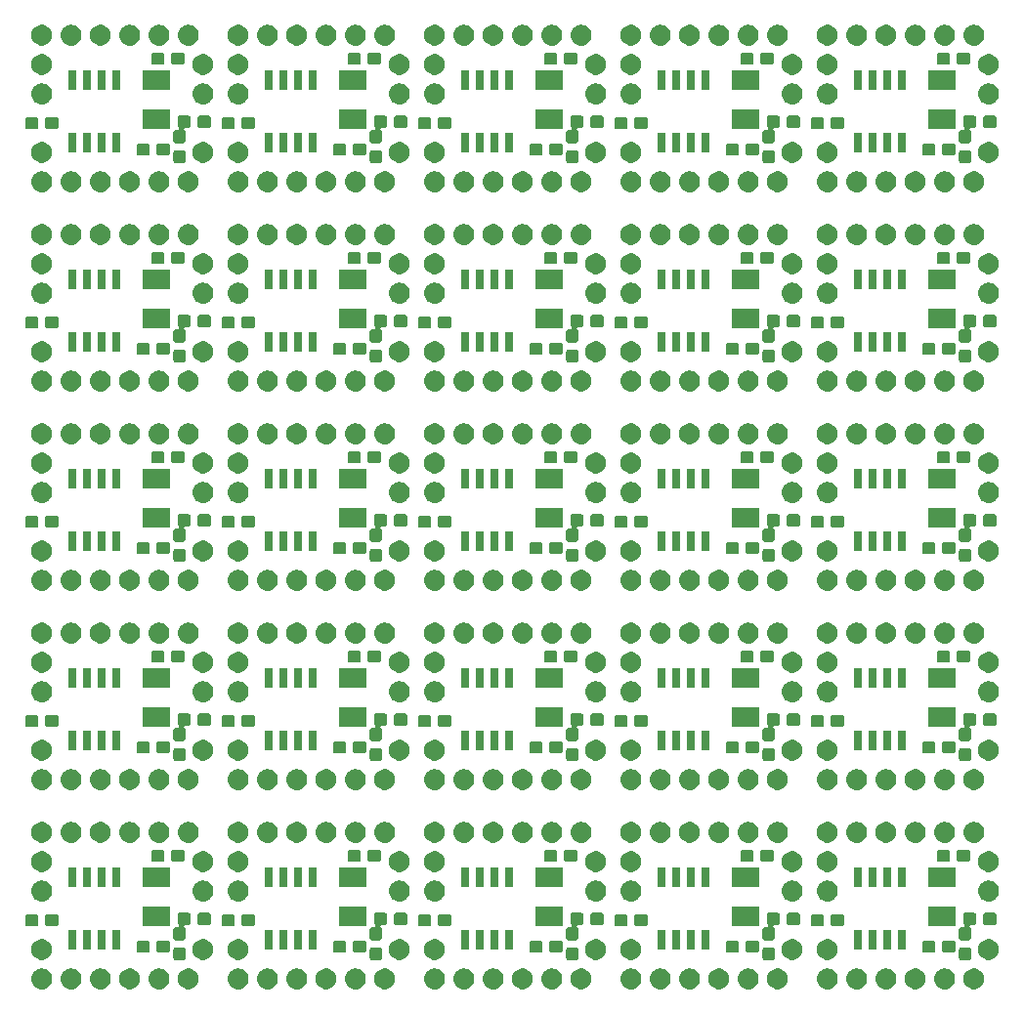
<source format=gts>
G04 #@! TF.GenerationSoftware,KiCad,Pcbnew,5.1.0*
G04 #@! TF.CreationDate,2019-09-19T00:51:00+09:00*
G04 #@! TF.ProjectId,panelized_key,70616e65-6c69-47a6-9564-5f6b65792e6b,rev?*
G04 #@! TF.SameCoordinates,Original*
G04 #@! TF.FileFunction,Soldermask,Top*
G04 #@! TF.FilePolarity,Negative*
%FSLAX46Y46*%
G04 Gerber Fmt 4.6, Leading zero omitted, Abs format (unit mm)*
G04 Created by KiCad (PCBNEW 5.1.0) date 2019-09-19 00:51:00*
%MOMM*%
%LPD*%
G04 APERTURE LIST*
%ADD10C,0.100000*%
G04 APERTURE END LIST*
D10*
G36*
X51418442Y-95879518D02*
G01*
X51484627Y-95886037D01*
X51654466Y-95937557D01*
X51810991Y-96021222D01*
X51846729Y-96050552D01*
X51948186Y-96133814D01*
X52031448Y-96235271D01*
X52060778Y-96271009D01*
X52144443Y-96427534D01*
X52195963Y-96597373D01*
X52213359Y-96774000D01*
X52195963Y-96950627D01*
X52144443Y-97120466D01*
X52060778Y-97276991D01*
X52031448Y-97312729D01*
X51948186Y-97414186D01*
X51875480Y-97473853D01*
X51810991Y-97526778D01*
X51654466Y-97610443D01*
X51484627Y-97661963D01*
X51418443Y-97668481D01*
X51352260Y-97675000D01*
X51263740Y-97675000D01*
X51197557Y-97668481D01*
X51131373Y-97661963D01*
X50961534Y-97610443D01*
X50805009Y-97526778D01*
X50740520Y-97473853D01*
X50667814Y-97414186D01*
X50584552Y-97312729D01*
X50555222Y-97276991D01*
X50471557Y-97120466D01*
X50420037Y-96950627D01*
X50402641Y-96774000D01*
X50420037Y-96597373D01*
X50471557Y-96427534D01*
X50555222Y-96271009D01*
X50584552Y-96235271D01*
X50667814Y-96133814D01*
X50769271Y-96050552D01*
X50805009Y-96021222D01*
X50961534Y-95937557D01*
X51131373Y-95886037D01*
X51197558Y-95879518D01*
X51263740Y-95873000D01*
X51352260Y-95873000D01*
X51418442Y-95879518D01*
X51418442Y-95879518D01*
G37*
G36*
X82914442Y-95879518D02*
G01*
X82980627Y-95886037D01*
X83150466Y-95937557D01*
X83306991Y-96021222D01*
X83342729Y-96050552D01*
X83444186Y-96133814D01*
X83527448Y-96235271D01*
X83556778Y-96271009D01*
X83640443Y-96427534D01*
X83691963Y-96597373D01*
X83709359Y-96774000D01*
X83691963Y-96950627D01*
X83640443Y-97120466D01*
X83556778Y-97276991D01*
X83527448Y-97312729D01*
X83444186Y-97414186D01*
X83371480Y-97473853D01*
X83306991Y-97526778D01*
X83150466Y-97610443D01*
X82980627Y-97661963D01*
X82914443Y-97668481D01*
X82848260Y-97675000D01*
X82759740Y-97675000D01*
X82693557Y-97668481D01*
X82627373Y-97661963D01*
X82457534Y-97610443D01*
X82301009Y-97526778D01*
X82236520Y-97473853D01*
X82163814Y-97414186D01*
X82080552Y-97312729D01*
X82051222Y-97276991D01*
X81967557Y-97120466D01*
X81916037Y-96950627D01*
X81898641Y-96774000D01*
X81916037Y-96597373D01*
X81967557Y-96427534D01*
X82051222Y-96271009D01*
X82080552Y-96235271D01*
X82163814Y-96133814D01*
X82265271Y-96050552D01*
X82301009Y-96021222D01*
X82457534Y-95937557D01*
X82627373Y-95886037D01*
X82693558Y-95879518D01*
X82759740Y-95873000D01*
X82848260Y-95873000D01*
X82914442Y-95879518D01*
X82914442Y-95879518D01*
G37*
G36*
X73519512Y-95877927D02*
G01*
X73668812Y-95907624D01*
X73832784Y-95975544D01*
X73980354Y-96074147D01*
X74105853Y-96199646D01*
X74204456Y-96347216D01*
X74272376Y-96511188D01*
X74307000Y-96685259D01*
X74307000Y-96862741D01*
X74272376Y-97036812D01*
X74204456Y-97200784D01*
X74105853Y-97348354D01*
X73980354Y-97473853D01*
X73832784Y-97572456D01*
X73668812Y-97640376D01*
X73519512Y-97670073D01*
X73494742Y-97675000D01*
X73317258Y-97675000D01*
X73292488Y-97670073D01*
X73143188Y-97640376D01*
X72979216Y-97572456D01*
X72831646Y-97473853D01*
X72706147Y-97348354D01*
X72607544Y-97200784D01*
X72539624Y-97036812D01*
X72505000Y-96862741D01*
X72505000Y-96685259D01*
X72539624Y-96511188D01*
X72607544Y-96347216D01*
X72706147Y-96199646D01*
X72831646Y-96074147D01*
X72979216Y-95975544D01*
X73143188Y-95907624D01*
X73292488Y-95877927D01*
X73317258Y-95873000D01*
X73494742Y-95873000D01*
X73519512Y-95877927D01*
X73519512Y-95877927D01*
G37*
G36*
X70976442Y-95879518D02*
G01*
X71042627Y-95886037D01*
X71212466Y-95937557D01*
X71368991Y-96021222D01*
X71404729Y-96050552D01*
X71506186Y-96133814D01*
X71589448Y-96235271D01*
X71618778Y-96271009D01*
X71702443Y-96427534D01*
X71753963Y-96597373D01*
X71771359Y-96774000D01*
X71753963Y-96950627D01*
X71702443Y-97120466D01*
X71618778Y-97276991D01*
X71589448Y-97312729D01*
X71506186Y-97414186D01*
X71433480Y-97473853D01*
X71368991Y-97526778D01*
X71212466Y-97610443D01*
X71042627Y-97661963D01*
X70976443Y-97668481D01*
X70910260Y-97675000D01*
X70821740Y-97675000D01*
X70755557Y-97668481D01*
X70689373Y-97661963D01*
X70519534Y-97610443D01*
X70363009Y-97526778D01*
X70298520Y-97473853D01*
X70225814Y-97414186D01*
X70142552Y-97312729D01*
X70113222Y-97276991D01*
X70029557Y-97120466D01*
X69978037Y-96950627D01*
X69960641Y-96774000D01*
X69978037Y-96597373D01*
X70029557Y-96427534D01*
X70113222Y-96271009D01*
X70142552Y-96235271D01*
X70225814Y-96133814D01*
X70327271Y-96050552D01*
X70363009Y-96021222D01*
X70519534Y-95937557D01*
X70689373Y-95886037D01*
X70755558Y-95879518D01*
X70821740Y-95873000D01*
X70910260Y-95873000D01*
X70976442Y-95879518D01*
X70976442Y-95879518D01*
G37*
G36*
X68436442Y-95879518D02*
G01*
X68502627Y-95886037D01*
X68672466Y-95937557D01*
X68828991Y-96021222D01*
X68864729Y-96050552D01*
X68966186Y-96133814D01*
X69049448Y-96235271D01*
X69078778Y-96271009D01*
X69162443Y-96427534D01*
X69213963Y-96597373D01*
X69231359Y-96774000D01*
X69213963Y-96950627D01*
X69162443Y-97120466D01*
X69078778Y-97276991D01*
X69049448Y-97312729D01*
X68966186Y-97414186D01*
X68893480Y-97473853D01*
X68828991Y-97526778D01*
X68672466Y-97610443D01*
X68502627Y-97661963D01*
X68436443Y-97668481D01*
X68370260Y-97675000D01*
X68281740Y-97675000D01*
X68215557Y-97668481D01*
X68149373Y-97661963D01*
X67979534Y-97610443D01*
X67823009Y-97526778D01*
X67758520Y-97473853D01*
X67685814Y-97414186D01*
X67602552Y-97312729D01*
X67573222Y-97276991D01*
X67489557Y-97120466D01*
X67438037Y-96950627D01*
X67420641Y-96774000D01*
X67438037Y-96597373D01*
X67489557Y-96427534D01*
X67573222Y-96271009D01*
X67602552Y-96235271D01*
X67685814Y-96133814D01*
X67787271Y-96050552D01*
X67823009Y-96021222D01*
X67979534Y-95937557D01*
X68149373Y-95886037D01*
X68215558Y-95879518D01*
X68281740Y-95873000D01*
X68370260Y-95873000D01*
X68436442Y-95879518D01*
X68436442Y-95879518D01*
G37*
G36*
X93074442Y-95879518D02*
G01*
X93140627Y-95886037D01*
X93310466Y-95937557D01*
X93466991Y-96021222D01*
X93502729Y-96050552D01*
X93604186Y-96133814D01*
X93687448Y-96235271D01*
X93716778Y-96271009D01*
X93800443Y-96427534D01*
X93851963Y-96597373D01*
X93869359Y-96774000D01*
X93851963Y-96950627D01*
X93800443Y-97120466D01*
X93716778Y-97276991D01*
X93687448Y-97312729D01*
X93604186Y-97414186D01*
X93531480Y-97473853D01*
X93466991Y-97526778D01*
X93310466Y-97610443D01*
X93140627Y-97661963D01*
X93074443Y-97668481D01*
X93008260Y-97675000D01*
X92919740Y-97675000D01*
X92853557Y-97668481D01*
X92787373Y-97661963D01*
X92617534Y-97610443D01*
X92461009Y-97526778D01*
X92396520Y-97473853D01*
X92323814Y-97414186D01*
X92240552Y-97312729D01*
X92211222Y-97276991D01*
X92127557Y-97120466D01*
X92076037Y-96950627D01*
X92058641Y-96774000D01*
X92076037Y-96597373D01*
X92127557Y-96427534D01*
X92211222Y-96271009D01*
X92240552Y-96235271D01*
X92323814Y-96133814D01*
X92425271Y-96050552D01*
X92461009Y-96021222D01*
X92617534Y-95937557D01*
X92787373Y-95886037D01*
X92853558Y-95879518D01*
X92919740Y-95873000D01*
X93008260Y-95873000D01*
X93074442Y-95879518D01*
X93074442Y-95879518D01*
G37*
G36*
X95617512Y-95877927D02*
G01*
X95766812Y-95907624D01*
X95930784Y-95975544D01*
X96078354Y-96074147D01*
X96203853Y-96199646D01*
X96302456Y-96347216D01*
X96370376Y-96511188D01*
X96405000Y-96685259D01*
X96405000Y-96862741D01*
X96370376Y-97036812D01*
X96302456Y-97200784D01*
X96203853Y-97348354D01*
X96078354Y-97473853D01*
X95930784Y-97572456D01*
X95766812Y-97640376D01*
X95617512Y-97670073D01*
X95592742Y-97675000D01*
X95415258Y-97675000D01*
X95390488Y-97670073D01*
X95241188Y-97640376D01*
X95077216Y-97572456D01*
X94929646Y-97473853D01*
X94804147Y-97348354D01*
X94705544Y-97200784D01*
X94637624Y-97036812D01*
X94603000Y-96862741D01*
X94603000Y-96685259D01*
X94637624Y-96511188D01*
X94705544Y-96347216D01*
X94804147Y-96199646D01*
X94929646Y-96074147D01*
X95077216Y-95975544D01*
X95241188Y-95907624D01*
X95390488Y-95877927D01*
X95415258Y-95873000D01*
X95592742Y-95873000D01*
X95617512Y-95877927D01*
X95617512Y-95877927D01*
G37*
G36*
X22465512Y-95877927D02*
G01*
X22614812Y-95907624D01*
X22778784Y-95975544D01*
X22926354Y-96074147D01*
X23051853Y-96199646D01*
X23150456Y-96347216D01*
X23218376Y-96511188D01*
X23253000Y-96685259D01*
X23253000Y-96862741D01*
X23218376Y-97036812D01*
X23150456Y-97200784D01*
X23051853Y-97348354D01*
X22926354Y-97473853D01*
X22778784Y-97572456D01*
X22614812Y-97640376D01*
X22465512Y-97670073D01*
X22440742Y-97675000D01*
X22263258Y-97675000D01*
X22238488Y-97670073D01*
X22089188Y-97640376D01*
X21925216Y-97572456D01*
X21777646Y-97473853D01*
X21652147Y-97348354D01*
X21553544Y-97200784D01*
X21485624Y-97036812D01*
X21451000Y-96862741D01*
X21451000Y-96685259D01*
X21485624Y-96511188D01*
X21553544Y-96347216D01*
X21652147Y-96199646D01*
X21777646Y-96074147D01*
X21925216Y-95975544D01*
X22089188Y-95907624D01*
X22238488Y-95877927D01*
X22263258Y-95873000D01*
X22440742Y-95873000D01*
X22465512Y-95877927D01*
X22465512Y-95877927D01*
G37*
G36*
X19922442Y-95879518D02*
G01*
X19988627Y-95886037D01*
X20158466Y-95937557D01*
X20314991Y-96021222D01*
X20350729Y-96050552D01*
X20452186Y-96133814D01*
X20535448Y-96235271D01*
X20564778Y-96271009D01*
X20648443Y-96427534D01*
X20699963Y-96597373D01*
X20717359Y-96774000D01*
X20699963Y-96950627D01*
X20648443Y-97120466D01*
X20564778Y-97276991D01*
X20535448Y-97312729D01*
X20452186Y-97414186D01*
X20379480Y-97473853D01*
X20314991Y-97526778D01*
X20158466Y-97610443D01*
X19988627Y-97661963D01*
X19922443Y-97668481D01*
X19856260Y-97675000D01*
X19767740Y-97675000D01*
X19701557Y-97668481D01*
X19635373Y-97661963D01*
X19465534Y-97610443D01*
X19309009Y-97526778D01*
X19244520Y-97473853D01*
X19171814Y-97414186D01*
X19088552Y-97312729D01*
X19059222Y-97276991D01*
X18975557Y-97120466D01*
X18924037Y-96950627D01*
X18906641Y-96774000D01*
X18924037Y-96597373D01*
X18975557Y-96427534D01*
X19059222Y-96271009D01*
X19088552Y-96235271D01*
X19171814Y-96133814D01*
X19273271Y-96050552D01*
X19309009Y-96021222D01*
X19465534Y-95937557D01*
X19635373Y-95886037D01*
X19701558Y-95879518D01*
X19767740Y-95873000D01*
X19856260Y-95873000D01*
X19922442Y-95879518D01*
X19922442Y-95879518D01*
G37*
G36*
X17382442Y-95879518D02*
G01*
X17448627Y-95886037D01*
X17618466Y-95937557D01*
X17774991Y-96021222D01*
X17810729Y-96050552D01*
X17912186Y-96133814D01*
X17995448Y-96235271D01*
X18024778Y-96271009D01*
X18108443Y-96427534D01*
X18159963Y-96597373D01*
X18177359Y-96774000D01*
X18159963Y-96950627D01*
X18108443Y-97120466D01*
X18024778Y-97276991D01*
X17995448Y-97312729D01*
X17912186Y-97414186D01*
X17839480Y-97473853D01*
X17774991Y-97526778D01*
X17618466Y-97610443D01*
X17448627Y-97661963D01*
X17382443Y-97668481D01*
X17316260Y-97675000D01*
X17227740Y-97675000D01*
X17161557Y-97668481D01*
X17095373Y-97661963D01*
X16925534Y-97610443D01*
X16769009Y-97526778D01*
X16704520Y-97473853D01*
X16631814Y-97414186D01*
X16548552Y-97312729D01*
X16519222Y-97276991D01*
X16435557Y-97120466D01*
X16384037Y-96950627D01*
X16366641Y-96774000D01*
X16384037Y-96597373D01*
X16435557Y-96427534D01*
X16519222Y-96271009D01*
X16548552Y-96235271D01*
X16631814Y-96133814D01*
X16733271Y-96050552D01*
X16769009Y-96021222D01*
X16925534Y-95937557D01*
X17095373Y-95886037D01*
X17161558Y-95879518D01*
X17227740Y-95873000D01*
X17316260Y-95873000D01*
X17382442Y-95879518D01*
X17382442Y-95879518D01*
G37*
G36*
X14842442Y-95879518D02*
G01*
X14908627Y-95886037D01*
X15078466Y-95937557D01*
X15234991Y-96021222D01*
X15270729Y-96050552D01*
X15372186Y-96133814D01*
X15455448Y-96235271D01*
X15484778Y-96271009D01*
X15568443Y-96427534D01*
X15619963Y-96597373D01*
X15637359Y-96774000D01*
X15619963Y-96950627D01*
X15568443Y-97120466D01*
X15484778Y-97276991D01*
X15455448Y-97312729D01*
X15372186Y-97414186D01*
X15299480Y-97473853D01*
X15234991Y-97526778D01*
X15078466Y-97610443D01*
X14908627Y-97661963D01*
X14842443Y-97668481D01*
X14776260Y-97675000D01*
X14687740Y-97675000D01*
X14621557Y-97668481D01*
X14555373Y-97661963D01*
X14385534Y-97610443D01*
X14229009Y-97526778D01*
X14164520Y-97473853D01*
X14091814Y-97414186D01*
X14008552Y-97312729D01*
X13979222Y-97276991D01*
X13895557Y-97120466D01*
X13844037Y-96950627D01*
X13826641Y-96774000D01*
X13844037Y-96597373D01*
X13895557Y-96427534D01*
X13979222Y-96271009D01*
X14008552Y-96235271D01*
X14091814Y-96133814D01*
X14193271Y-96050552D01*
X14229009Y-96021222D01*
X14385534Y-95937557D01*
X14555373Y-95886037D01*
X14621558Y-95879518D01*
X14687740Y-95873000D01*
X14776260Y-95873000D01*
X14842442Y-95879518D01*
X14842442Y-95879518D01*
G37*
G36*
X65896442Y-95879518D02*
G01*
X65962627Y-95886037D01*
X66132466Y-95937557D01*
X66288991Y-96021222D01*
X66324729Y-96050552D01*
X66426186Y-96133814D01*
X66509448Y-96235271D01*
X66538778Y-96271009D01*
X66622443Y-96427534D01*
X66673963Y-96597373D01*
X66691359Y-96774000D01*
X66673963Y-96950627D01*
X66622443Y-97120466D01*
X66538778Y-97276991D01*
X66509448Y-97312729D01*
X66426186Y-97414186D01*
X66353480Y-97473853D01*
X66288991Y-97526778D01*
X66132466Y-97610443D01*
X65962627Y-97661963D01*
X65896443Y-97668481D01*
X65830260Y-97675000D01*
X65741740Y-97675000D01*
X65675557Y-97668481D01*
X65609373Y-97661963D01*
X65439534Y-97610443D01*
X65283009Y-97526778D01*
X65218520Y-97473853D01*
X65145814Y-97414186D01*
X65062552Y-97312729D01*
X65033222Y-97276991D01*
X64949557Y-97120466D01*
X64898037Y-96950627D01*
X64880641Y-96774000D01*
X64898037Y-96597373D01*
X64949557Y-96427534D01*
X65033222Y-96271009D01*
X65062552Y-96235271D01*
X65145814Y-96133814D01*
X65247271Y-96050552D01*
X65283009Y-96021222D01*
X65439534Y-95937557D01*
X65609373Y-95886037D01*
X65675558Y-95879518D01*
X65741740Y-95873000D01*
X65830260Y-95873000D01*
X65896442Y-95879518D01*
X65896442Y-95879518D01*
G37*
G36*
X78599512Y-95877927D02*
G01*
X78748812Y-95907624D01*
X78912784Y-95975544D01*
X79060354Y-96074147D01*
X79185853Y-96199646D01*
X79284456Y-96347216D01*
X79352376Y-96511188D01*
X79387000Y-96685259D01*
X79387000Y-96862741D01*
X79352376Y-97036812D01*
X79284456Y-97200784D01*
X79185853Y-97348354D01*
X79060354Y-97473853D01*
X78912784Y-97572456D01*
X78748812Y-97640376D01*
X78599512Y-97670073D01*
X78574742Y-97675000D01*
X78397258Y-97675000D01*
X78372488Y-97670073D01*
X78223188Y-97640376D01*
X78059216Y-97572456D01*
X77911646Y-97473853D01*
X77786147Y-97348354D01*
X77687544Y-97200784D01*
X77619624Y-97036812D01*
X77585000Y-96862741D01*
X77585000Y-96685259D01*
X77619624Y-96511188D01*
X77687544Y-96347216D01*
X77786147Y-96199646D01*
X77911646Y-96074147D01*
X78059216Y-95975544D01*
X78223188Y-95907624D01*
X78372488Y-95877927D01*
X78397258Y-95873000D01*
X78574742Y-95873000D01*
X78599512Y-95877927D01*
X78599512Y-95877927D01*
G37*
G36*
X25002442Y-95879518D02*
G01*
X25068627Y-95886037D01*
X25238466Y-95937557D01*
X25394991Y-96021222D01*
X25430729Y-96050552D01*
X25532186Y-96133814D01*
X25615448Y-96235271D01*
X25644778Y-96271009D01*
X25728443Y-96427534D01*
X25779963Y-96597373D01*
X25797359Y-96774000D01*
X25779963Y-96950627D01*
X25728443Y-97120466D01*
X25644778Y-97276991D01*
X25615448Y-97312729D01*
X25532186Y-97414186D01*
X25459480Y-97473853D01*
X25394991Y-97526778D01*
X25238466Y-97610443D01*
X25068627Y-97661963D01*
X25002443Y-97668481D01*
X24936260Y-97675000D01*
X24847740Y-97675000D01*
X24781557Y-97668481D01*
X24715373Y-97661963D01*
X24545534Y-97610443D01*
X24389009Y-97526778D01*
X24324520Y-97473853D01*
X24251814Y-97414186D01*
X24168552Y-97312729D01*
X24139222Y-97276991D01*
X24055557Y-97120466D01*
X24004037Y-96950627D01*
X23986641Y-96774000D01*
X24004037Y-96597373D01*
X24055557Y-96427534D01*
X24139222Y-96271009D01*
X24168552Y-96235271D01*
X24251814Y-96133814D01*
X24353271Y-96050552D01*
X24389009Y-96021222D01*
X24545534Y-95937557D01*
X24715373Y-95886037D01*
X24781558Y-95879518D01*
X24847740Y-95873000D01*
X24936260Y-95873000D01*
X25002442Y-95879518D01*
X25002442Y-95879518D01*
G37*
G36*
X27545512Y-95877927D02*
G01*
X27694812Y-95907624D01*
X27858784Y-95975544D01*
X28006354Y-96074147D01*
X28131853Y-96199646D01*
X28230456Y-96347216D01*
X28298376Y-96511188D01*
X28333000Y-96685259D01*
X28333000Y-96862741D01*
X28298376Y-97036812D01*
X28230456Y-97200784D01*
X28131853Y-97348354D01*
X28006354Y-97473853D01*
X27858784Y-97572456D01*
X27694812Y-97640376D01*
X27545512Y-97670073D01*
X27520742Y-97675000D01*
X27343258Y-97675000D01*
X27318488Y-97670073D01*
X27169188Y-97640376D01*
X27005216Y-97572456D01*
X26857646Y-97473853D01*
X26732147Y-97348354D01*
X26633544Y-97200784D01*
X26565624Y-97036812D01*
X26531000Y-96862741D01*
X26531000Y-96685259D01*
X26565624Y-96511188D01*
X26633544Y-96347216D01*
X26732147Y-96199646D01*
X26857646Y-96074147D01*
X27005216Y-95975544D01*
X27169188Y-95907624D01*
X27318488Y-95877927D01*
X27343258Y-95873000D01*
X27520742Y-95873000D01*
X27545512Y-95877927D01*
X27545512Y-95877927D01*
G37*
G36*
X48878442Y-95879518D02*
G01*
X48944627Y-95886037D01*
X49114466Y-95937557D01*
X49270991Y-96021222D01*
X49306729Y-96050552D01*
X49408186Y-96133814D01*
X49491448Y-96235271D01*
X49520778Y-96271009D01*
X49604443Y-96427534D01*
X49655963Y-96597373D01*
X49673359Y-96774000D01*
X49655963Y-96950627D01*
X49604443Y-97120466D01*
X49520778Y-97276991D01*
X49491448Y-97312729D01*
X49408186Y-97414186D01*
X49335480Y-97473853D01*
X49270991Y-97526778D01*
X49114466Y-97610443D01*
X48944627Y-97661963D01*
X48878443Y-97668481D01*
X48812260Y-97675000D01*
X48723740Y-97675000D01*
X48657557Y-97668481D01*
X48591373Y-97661963D01*
X48421534Y-97610443D01*
X48265009Y-97526778D01*
X48200520Y-97473853D01*
X48127814Y-97414186D01*
X48044552Y-97312729D01*
X48015222Y-97276991D01*
X47931557Y-97120466D01*
X47880037Y-96950627D01*
X47862641Y-96774000D01*
X47880037Y-96597373D01*
X47931557Y-96427534D01*
X48015222Y-96271009D01*
X48044552Y-96235271D01*
X48127814Y-96133814D01*
X48229271Y-96050552D01*
X48265009Y-96021222D01*
X48421534Y-95937557D01*
X48591373Y-95886037D01*
X48657558Y-95879518D01*
X48723740Y-95873000D01*
X48812260Y-95873000D01*
X48878442Y-95879518D01*
X48878442Y-95879518D01*
G37*
G36*
X87994442Y-95879518D02*
G01*
X88060627Y-95886037D01*
X88230466Y-95937557D01*
X88386991Y-96021222D01*
X88422729Y-96050552D01*
X88524186Y-96133814D01*
X88607448Y-96235271D01*
X88636778Y-96271009D01*
X88720443Y-96427534D01*
X88771963Y-96597373D01*
X88789359Y-96774000D01*
X88771963Y-96950627D01*
X88720443Y-97120466D01*
X88636778Y-97276991D01*
X88607448Y-97312729D01*
X88524186Y-97414186D01*
X88451480Y-97473853D01*
X88386991Y-97526778D01*
X88230466Y-97610443D01*
X88060627Y-97661963D01*
X87994443Y-97668481D01*
X87928260Y-97675000D01*
X87839740Y-97675000D01*
X87773557Y-97668481D01*
X87707373Y-97661963D01*
X87537534Y-97610443D01*
X87381009Y-97526778D01*
X87316520Y-97473853D01*
X87243814Y-97414186D01*
X87160552Y-97312729D01*
X87131222Y-97276991D01*
X87047557Y-97120466D01*
X86996037Y-96950627D01*
X86978641Y-96774000D01*
X86996037Y-96597373D01*
X87047557Y-96427534D01*
X87131222Y-96271009D01*
X87160552Y-96235271D01*
X87243814Y-96133814D01*
X87345271Y-96050552D01*
X87381009Y-96021222D01*
X87537534Y-95937557D01*
X87707373Y-95886037D01*
X87773558Y-95879518D01*
X87839740Y-95873000D01*
X87928260Y-95873000D01*
X87994442Y-95879518D01*
X87994442Y-95879518D01*
G37*
G36*
X85454442Y-95879518D02*
G01*
X85520627Y-95886037D01*
X85690466Y-95937557D01*
X85846991Y-96021222D01*
X85882729Y-96050552D01*
X85984186Y-96133814D01*
X86067448Y-96235271D01*
X86096778Y-96271009D01*
X86180443Y-96427534D01*
X86231963Y-96597373D01*
X86249359Y-96774000D01*
X86231963Y-96950627D01*
X86180443Y-97120466D01*
X86096778Y-97276991D01*
X86067448Y-97312729D01*
X85984186Y-97414186D01*
X85911480Y-97473853D01*
X85846991Y-97526778D01*
X85690466Y-97610443D01*
X85520627Y-97661963D01*
X85454443Y-97668481D01*
X85388260Y-97675000D01*
X85299740Y-97675000D01*
X85233557Y-97668481D01*
X85167373Y-97661963D01*
X84997534Y-97610443D01*
X84841009Y-97526778D01*
X84776520Y-97473853D01*
X84703814Y-97414186D01*
X84620552Y-97312729D01*
X84591222Y-97276991D01*
X84507557Y-97120466D01*
X84456037Y-96950627D01*
X84438641Y-96774000D01*
X84456037Y-96597373D01*
X84507557Y-96427534D01*
X84591222Y-96271009D01*
X84620552Y-96235271D01*
X84703814Y-96133814D01*
X84805271Y-96050552D01*
X84841009Y-96021222D01*
X84997534Y-95937557D01*
X85167373Y-95886037D01*
X85233558Y-95879518D01*
X85299740Y-95873000D01*
X85388260Y-95873000D01*
X85454442Y-95879518D01*
X85454442Y-95879518D01*
G37*
G36*
X53958442Y-95879518D02*
G01*
X54024627Y-95886037D01*
X54194466Y-95937557D01*
X54350991Y-96021222D01*
X54386729Y-96050552D01*
X54488186Y-96133814D01*
X54571448Y-96235271D01*
X54600778Y-96271009D01*
X54684443Y-96427534D01*
X54735963Y-96597373D01*
X54753359Y-96774000D01*
X54735963Y-96950627D01*
X54684443Y-97120466D01*
X54600778Y-97276991D01*
X54571448Y-97312729D01*
X54488186Y-97414186D01*
X54415480Y-97473853D01*
X54350991Y-97526778D01*
X54194466Y-97610443D01*
X54024627Y-97661963D01*
X53958443Y-97668481D01*
X53892260Y-97675000D01*
X53803740Y-97675000D01*
X53737557Y-97668481D01*
X53671373Y-97661963D01*
X53501534Y-97610443D01*
X53345009Y-97526778D01*
X53280520Y-97473853D01*
X53207814Y-97414186D01*
X53124552Y-97312729D01*
X53095222Y-97276991D01*
X53011557Y-97120466D01*
X52960037Y-96950627D01*
X52942641Y-96774000D01*
X52960037Y-96597373D01*
X53011557Y-96427534D01*
X53095222Y-96271009D01*
X53124552Y-96235271D01*
X53207814Y-96133814D01*
X53309271Y-96050552D01*
X53345009Y-96021222D01*
X53501534Y-95937557D01*
X53671373Y-95886037D01*
X53737558Y-95879518D01*
X53803740Y-95873000D01*
X53892260Y-95873000D01*
X53958442Y-95879518D01*
X53958442Y-95879518D01*
G37*
G36*
X56501512Y-95877927D02*
G01*
X56650812Y-95907624D01*
X56814784Y-95975544D01*
X56962354Y-96074147D01*
X57087853Y-96199646D01*
X57186456Y-96347216D01*
X57254376Y-96511188D01*
X57289000Y-96685259D01*
X57289000Y-96862741D01*
X57254376Y-97036812D01*
X57186456Y-97200784D01*
X57087853Y-97348354D01*
X56962354Y-97473853D01*
X56814784Y-97572456D01*
X56650812Y-97640376D01*
X56501512Y-97670073D01*
X56476742Y-97675000D01*
X56299258Y-97675000D01*
X56274488Y-97670073D01*
X56125188Y-97640376D01*
X55961216Y-97572456D01*
X55813646Y-97473853D01*
X55688147Y-97348354D01*
X55589544Y-97200784D01*
X55521624Y-97036812D01*
X55487000Y-96862741D01*
X55487000Y-96685259D01*
X55521624Y-96511188D01*
X55589544Y-96347216D01*
X55688147Y-96199646D01*
X55813646Y-96074147D01*
X55961216Y-95975544D01*
X56125188Y-95907624D01*
X56274488Y-95877927D01*
X56299258Y-95873000D01*
X56476742Y-95873000D01*
X56501512Y-95877927D01*
X56501512Y-95877927D01*
G37*
G36*
X42020442Y-95879518D02*
G01*
X42086627Y-95886037D01*
X42256466Y-95937557D01*
X42412991Y-96021222D01*
X42448729Y-96050552D01*
X42550186Y-96133814D01*
X42633448Y-96235271D01*
X42662778Y-96271009D01*
X42746443Y-96427534D01*
X42797963Y-96597373D01*
X42815359Y-96774000D01*
X42797963Y-96950627D01*
X42746443Y-97120466D01*
X42662778Y-97276991D01*
X42633448Y-97312729D01*
X42550186Y-97414186D01*
X42477480Y-97473853D01*
X42412991Y-97526778D01*
X42256466Y-97610443D01*
X42086627Y-97661963D01*
X42020443Y-97668481D01*
X41954260Y-97675000D01*
X41865740Y-97675000D01*
X41799557Y-97668481D01*
X41733373Y-97661963D01*
X41563534Y-97610443D01*
X41407009Y-97526778D01*
X41342520Y-97473853D01*
X41269814Y-97414186D01*
X41186552Y-97312729D01*
X41157222Y-97276991D01*
X41073557Y-97120466D01*
X41022037Y-96950627D01*
X41004641Y-96774000D01*
X41022037Y-96597373D01*
X41073557Y-96427534D01*
X41157222Y-96271009D01*
X41186552Y-96235271D01*
X41269814Y-96133814D01*
X41371271Y-96050552D01*
X41407009Y-96021222D01*
X41563534Y-95937557D01*
X41733373Y-95886037D01*
X41799558Y-95879518D01*
X41865740Y-95873000D01*
X41954260Y-95873000D01*
X42020442Y-95879518D01*
X42020442Y-95879518D01*
G37*
G36*
X44563512Y-95877927D02*
G01*
X44712812Y-95907624D01*
X44876784Y-95975544D01*
X45024354Y-96074147D01*
X45149853Y-96199646D01*
X45248456Y-96347216D01*
X45316376Y-96511188D01*
X45351000Y-96685259D01*
X45351000Y-96862741D01*
X45316376Y-97036812D01*
X45248456Y-97200784D01*
X45149853Y-97348354D01*
X45024354Y-97473853D01*
X44876784Y-97572456D01*
X44712812Y-97640376D01*
X44563512Y-97670073D01*
X44538742Y-97675000D01*
X44361258Y-97675000D01*
X44336488Y-97670073D01*
X44187188Y-97640376D01*
X44023216Y-97572456D01*
X43875646Y-97473853D01*
X43750147Y-97348354D01*
X43651544Y-97200784D01*
X43583624Y-97036812D01*
X43549000Y-96862741D01*
X43549000Y-96685259D01*
X43583624Y-96511188D01*
X43651544Y-96347216D01*
X43750147Y-96199646D01*
X43875646Y-96074147D01*
X44023216Y-95975544D01*
X44187188Y-95907624D01*
X44336488Y-95877927D01*
X44361258Y-95873000D01*
X44538742Y-95873000D01*
X44563512Y-95877927D01*
X44563512Y-95877927D01*
G37*
G36*
X59038442Y-95879518D02*
G01*
X59104627Y-95886037D01*
X59274466Y-95937557D01*
X59430991Y-96021222D01*
X59466729Y-96050552D01*
X59568186Y-96133814D01*
X59651448Y-96235271D01*
X59680778Y-96271009D01*
X59764443Y-96427534D01*
X59815963Y-96597373D01*
X59833359Y-96774000D01*
X59815963Y-96950627D01*
X59764443Y-97120466D01*
X59680778Y-97276991D01*
X59651448Y-97312729D01*
X59568186Y-97414186D01*
X59495480Y-97473853D01*
X59430991Y-97526778D01*
X59274466Y-97610443D01*
X59104627Y-97661963D01*
X59038443Y-97668481D01*
X58972260Y-97675000D01*
X58883740Y-97675000D01*
X58817557Y-97668481D01*
X58751373Y-97661963D01*
X58581534Y-97610443D01*
X58425009Y-97526778D01*
X58360520Y-97473853D01*
X58287814Y-97414186D01*
X58204552Y-97312729D01*
X58175222Y-97276991D01*
X58091557Y-97120466D01*
X58040037Y-96950627D01*
X58022641Y-96774000D01*
X58040037Y-96597373D01*
X58091557Y-96427534D01*
X58175222Y-96271009D01*
X58204552Y-96235271D01*
X58287814Y-96133814D01*
X58389271Y-96050552D01*
X58425009Y-96021222D01*
X58581534Y-95937557D01*
X58751373Y-95886037D01*
X58817558Y-95879518D01*
X58883740Y-95873000D01*
X58972260Y-95873000D01*
X59038442Y-95879518D01*
X59038442Y-95879518D01*
G37*
G36*
X61581512Y-95877927D02*
G01*
X61730812Y-95907624D01*
X61894784Y-95975544D01*
X62042354Y-96074147D01*
X62167853Y-96199646D01*
X62266456Y-96347216D01*
X62334376Y-96511188D01*
X62369000Y-96685259D01*
X62369000Y-96862741D01*
X62334376Y-97036812D01*
X62266456Y-97200784D01*
X62167853Y-97348354D01*
X62042354Y-97473853D01*
X61894784Y-97572456D01*
X61730812Y-97640376D01*
X61581512Y-97670073D01*
X61556742Y-97675000D01*
X61379258Y-97675000D01*
X61354488Y-97670073D01*
X61205188Y-97640376D01*
X61041216Y-97572456D01*
X60893646Y-97473853D01*
X60768147Y-97348354D01*
X60669544Y-97200784D01*
X60601624Y-97036812D01*
X60567000Y-96862741D01*
X60567000Y-96685259D01*
X60601624Y-96511188D01*
X60669544Y-96347216D01*
X60768147Y-96199646D01*
X60893646Y-96074147D01*
X61041216Y-95975544D01*
X61205188Y-95907624D01*
X61354488Y-95877927D01*
X61379258Y-95873000D01*
X61556742Y-95873000D01*
X61581512Y-95877927D01*
X61581512Y-95877927D01*
G37*
G36*
X90537512Y-95877927D02*
G01*
X90686812Y-95907624D01*
X90850784Y-95975544D01*
X90998354Y-96074147D01*
X91123853Y-96199646D01*
X91222456Y-96347216D01*
X91290376Y-96511188D01*
X91325000Y-96685259D01*
X91325000Y-96862741D01*
X91290376Y-97036812D01*
X91222456Y-97200784D01*
X91123853Y-97348354D01*
X90998354Y-97473853D01*
X90850784Y-97572456D01*
X90686812Y-97640376D01*
X90537512Y-97670073D01*
X90512742Y-97675000D01*
X90335258Y-97675000D01*
X90310488Y-97670073D01*
X90161188Y-97640376D01*
X89997216Y-97572456D01*
X89849646Y-97473853D01*
X89724147Y-97348354D01*
X89625544Y-97200784D01*
X89557624Y-97036812D01*
X89523000Y-96862741D01*
X89523000Y-96685259D01*
X89557624Y-96511188D01*
X89625544Y-96347216D01*
X89724147Y-96199646D01*
X89849646Y-96074147D01*
X89997216Y-95975544D01*
X90161188Y-95907624D01*
X90310488Y-95877927D01*
X90335258Y-95873000D01*
X90512742Y-95873000D01*
X90537512Y-95877927D01*
X90537512Y-95877927D01*
G37*
G36*
X76056442Y-95879518D02*
G01*
X76122627Y-95886037D01*
X76292466Y-95937557D01*
X76448991Y-96021222D01*
X76484729Y-96050552D01*
X76586186Y-96133814D01*
X76669448Y-96235271D01*
X76698778Y-96271009D01*
X76782443Y-96427534D01*
X76833963Y-96597373D01*
X76851359Y-96774000D01*
X76833963Y-96950627D01*
X76782443Y-97120466D01*
X76698778Y-97276991D01*
X76669448Y-97312729D01*
X76586186Y-97414186D01*
X76513480Y-97473853D01*
X76448991Y-97526778D01*
X76292466Y-97610443D01*
X76122627Y-97661963D01*
X76056443Y-97668481D01*
X75990260Y-97675000D01*
X75901740Y-97675000D01*
X75835557Y-97668481D01*
X75769373Y-97661963D01*
X75599534Y-97610443D01*
X75443009Y-97526778D01*
X75378520Y-97473853D01*
X75305814Y-97414186D01*
X75222552Y-97312729D01*
X75193222Y-97276991D01*
X75109557Y-97120466D01*
X75058037Y-96950627D01*
X75040641Y-96774000D01*
X75058037Y-96597373D01*
X75109557Y-96427534D01*
X75193222Y-96271009D01*
X75222552Y-96235271D01*
X75305814Y-96133814D01*
X75407271Y-96050552D01*
X75443009Y-96021222D01*
X75599534Y-95937557D01*
X75769373Y-95886037D01*
X75835558Y-95879518D01*
X75901740Y-95873000D01*
X75990260Y-95873000D01*
X76056442Y-95879518D01*
X76056442Y-95879518D01*
G37*
G36*
X31860442Y-95879518D02*
G01*
X31926627Y-95886037D01*
X32096466Y-95937557D01*
X32252991Y-96021222D01*
X32288729Y-96050552D01*
X32390186Y-96133814D01*
X32473448Y-96235271D01*
X32502778Y-96271009D01*
X32586443Y-96427534D01*
X32637963Y-96597373D01*
X32655359Y-96774000D01*
X32637963Y-96950627D01*
X32586443Y-97120466D01*
X32502778Y-97276991D01*
X32473448Y-97312729D01*
X32390186Y-97414186D01*
X32317480Y-97473853D01*
X32252991Y-97526778D01*
X32096466Y-97610443D01*
X31926627Y-97661963D01*
X31860443Y-97668481D01*
X31794260Y-97675000D01*
X31705740Y-97675000D01*
X31639557Y-97668481D01*
X31573373Y-97661963D01*
X31403534Y-97610443D01*
X31247009Y-97526778D01*
X31182520Y-97473853D01*
X31109814Y-97414186D01*
X31026552Y-97312729D01*
X30997222Y-97276991D01*
X30913557Y-97120466D01*
X30862037Y-96950627D01*
X30844641Y-96774000D01*
X30862037Y-96597373D01*
X30913557Y-96427534D01*
X30997222Y-96271009D01*
X31026552Y-96235271D01*
X31109814Y-96133814D01*
X31211271Y-96050552D01*
X31247009Y-96021222D01*
X31403534Y-95937557D01*
X31573373Y-95886037D01*
X31639558Y-95879518D01*
X31705740Y-95873000D01*
X31794260Y-95873000D01*
X31860442Y-95879518D01*
X31860442Y-95879518D01*
G37*
G36*
X34400442Y-95879518D02*
G01*
X34466627Y-95886037D01*
X34636466Y-95937557D01*
X34792991Y-96021222D01*
X34828729Y-96050552D01*
X34930186Y-96133814D01*
X35013448Y-96235271D01*
X35042778Y-96271009D01*
X35126443Y-96427534D01*
X35177963Y-96597373D01*
X35195359Y-96774000D01*
X35177963Y-96950627D01*
X35126443Y-97120466D01*
X35042778Y-97276991D01*
X35013448Y-97312729D01*
X34930186Y-97414186D01*
X34857480Y-97473853D01*
X34792991Y-97526778D01*
X34636466Y-97610443D01*
X34466627Y-97661963D01*
X34400443Y-97668481D01*
X34334260Y-97675000D01*
X34245740Y-97675000D01*
X34179557Y-97668481D01*
X34113373Y-97661963D01*
X33943534Y-97610443D01*
X33787009Y-97526778D01*
X33722520Y-97473853D01*
X33649814Y-97414186D01*
X33566552Y-97312729D01*
X33537222Y-97276991D01*
X33453557Y-97120466D01*
X33402037Y-96950627D01*
X33384641Y-96774000D01*
X33402037Y-96597373D01*
X33453557Y-96427534D01*
X33537222Y-96271009D01*
X33566552Y-96235271D01*
X33649814Y-96133814D01*
X33751271Y-96050552D01*
X33787009Y-96021222D01*
X33943534Y-95937557D01*
X34113373Y-95886037D01*
X34179558Y-95879518D01*
X34245740Y-95873000D01*
X34334260Y-95873000D01*
X34400442Y-95879518D01*
X34400442Y-95879518D01*
G37*
G36*
X36940442Y-95879518D02*
G01*
X37006627Y-95886037D01*
X37176466Y-95937557D01*
X37332991Y-96021222D01*
X37368729Y-96050552D01*
X37470186Y-96133814D01*
X37553448Y-96235271D01*
X37582778Y-96271009D01*
X37666443Y-96427534D01*
X37717963Y-96597373D01*
X37735359Y-96774000D01*
X37717963Y-96950627D01*
X37666443Y-97120466D01*
X37582778Y-97276991D01*
X37553448Y-97312729D01*
X37470186Y-97414186D01*
X37397480Y-97473853D01*
X37332991Y-97526778D01*
X37176466Y-97610443D01*
X37006627Y-97661963D01*
X36940443Y-97668481D01*
X36874260Y-97675000D01*
X36785740Y-97675000D01*
X36719557Y-97668481D01*
X36653373Y-97661963D01*
X36483534Y-97610443D01*
X36327009Y-97526778D01*
X36262520Y-97473853D01*
X36189814Y-97414186D01*
X36106552Y-97312729D01*
X36077222Y-97276991D01*
X35993557Y-97120466D01*
X35942037Y-96950627D01*
X35924641Y-96774000D01*
X35942037Y-96597373D01*
X35993557Y-96427534D01*
X36077222Y-96271009D01*
X36106552Y-96235271D01*
X36189814Y-96133814D01*
X36291271Y-96050552D01*
X36327009Y-96021222D01*
X36483534Y-95937557D01*
X36653373Y-95886037D01*
X36719558Y-95879518D01*
X36785740Y-95873000D01*
X36874260Y-95873000D01*
X36940442Y-95879518D01*
X36940442Y-95879518D01*
G37*
G36*
X39483512Y-95877927D02*
G01*
X39632812Y-95907624D01*
X39796784Y-95975544D01*
X39944354Y-96074147D01*
X40069853Y-96199646D01*
X40168456Y-96347216D01*
X40236376Y-96511188D01*
X40271000Y-96685259D01*
X40271000Y-96862741D01*
X40236376Y-97036812D01*
X40168456Y-97200784D01*
X40069853Y-97348354D01*
X39944354Y-97473853D01*
X39796784Y-97572456D01*
X39632812Y-97640376D01*
X39483512Y-97670073D01*
X39458742Y-97675000D01*
X39281258Y-97675000D01*
X39256488Y-97670073D01*
X39107188Y-97640376D01*
X38943216Y-97572456D01*
X38795646Y-97473853D01*
X38670147Y-97348354D01*
X38571544Y-97200784D01*
X38503624Y-97036812D01*
X38469000Y-96862741D01*
X38469000Y-96685259D01*
X38503624Y-96511188D01*
X38571544Y-96347216D01*
X38670147Y-96199646D01*
X38795646Y-96074147D01*
X38943216Y-95975544D01*
X39107188Y-95907624D01*
X39256488Y-95877927D01*
X39281258Y-95873000D01*
X39458742Y-95873000D01*
X39483512Y-95877927D01*
X39483512Y-95877927D01*
G37*
G36*
X44052499Y-94029445D02*
G01*
X44089995Y-94040820D01*
X44124554Y-94059292D01*
X44154847Y-94084153D01*
X44179708Y-94114446D01*
X44198180Y-94149005D01*
X44209555Y-94186501D01*
X44214000Y-94231638D01*
X44214000Y-94970362D01*
X44209555Y-95015499D01*
X44198180Y-95052995D01*
X44179708Y-95087554D01*
X44154847Y-95117847D01*
X44124554Y-95142708D01*
X44089995Y-95161180D01*
X44052499Y-95172555D01*
X44007362Y-95177000D01*
X43368638Y-95177000D01*
X43323501Y-95172555D01*
X43286005Y-95161180D01*
X43251446Y-95142708D01*
X43221153Y-95117847D01*
X43196292Y-95087554D01*
X43177820Y-95052995D01*
X43166445Y-95015499D01*
X43162000Y-94970362D01*
X43162000Y-94231638D01*
X43166445Y-94186501D01*
X43177820Y-94149005D01*
X43196292Y-94114446D01*
X43221153Y-94084153D01*
X43251446Y-94059292D01*
X43286005Y-94040820D01*
X43323501Y-94029445D01*
X43368638Y-94025000D01*
X44007362Y-94025000D01*
X44052499Y-94029445D01*
X44052499Y-94029445D01*
G37*
G36*
X61070499Y-94029445D02*
G01*
X61107995Y-94040820D01*
X61142554Y-94059292D01*
X61172847Y-94084153D01*
X61197708Y-94114446D01*
X61216180Y-94149005D01*
X61227555Y-94186501D01*
X61232000Y-94231638D01*
X61232000Y-94970362D01*
X61227555Y-95015499D01*
X61216180Y-95052995D01*
X61197708Y-95087554D01*
X61172847Y-95117847D01*
X61142554Y-95142708D01*
X61107995Y-95161180D01*
X61070499Y-95172555D01*
X61025362Y-95177000D01*
X60386638Y-95177000D01*
X60341501Y-95172555D01*
X60304005Y-95161180D01*
X60269446Y-95142708D01*
X60239153Y-95117847D01*
X60214292Y-95087554D01*
X60195820Y-95052995D01*
X60184445Y-95015499D01*
X60180000Y-94970362D01*
X60180000Y-94231638D01*
X60184445Y-94186501D01*
X60195820Y-94149005D01*
X60214292Y-94114446D01*
X60239153Y-94084153D01*
X60269446Y-94059292D01*
X60304005Y-94040820D01*
X60341501Y-94029445D01*
X60386638Y-94025000D01*
X61025362Y-94025000D01*
X61070499Y-94029445D01*
X61070499Y-94029445D01*
G37*
G36*
X27034499Y-94029445D02*
G01*
X27071995Y-94040820D01*
X27106554Y-94059292D01*
X27136847Y-94084153D01*
X27161708Y-94114446D01*
X27180180Y-94149005D01*
X27191555Y-94186501D01*
X27196000Y-94231638D01*
X27196000Y-94970362D01*
X27191555Y-95015499D01*
X27180180Y-95052995D01*
X27161708Y-95087554D01*
X27136847Y-95117847D01*
X27106554Y-95142708D01*
X27071995Y-95161180D01*
X27034499Y-95172555D01*
X26989362Y-95177000D01*
X26350638Y-95177000D01*
X26305501Y-95172555D01*
X26268005Y-95161180D01*
X26233446Y-95142708D01*
X26203153Y-95117847D01*
X26178292Y-95087554D01*
X26159820Y-95052995D01*
X26148445Y-95015499D01*
X26144000Y-94970362D01*
X26144000Y-94231638D01*
X26148445Y-94186501D01*
X26159820Y-94149005D01*
X26178292Y-94114446D01*
X26203153Y-94084153D01*
X26233446Y-94059292D01*
X26268005Y-94040820D01*
X26305501Y-94029445D01*
X26350638Y-94025000D01*
X26989362Y-94025000D01*
X27034499Y-94029445D01*
X27034499Y-94029445D01*
G37*
G36*
X95106499Y-94029445D02*
G01*
X95143995Y-94040820D01*
X95178554Y-94059292D01*
X95208847Y-94084153D01*
X95233708Y-94114446D01*
X95252180Y-94149005D01*
X95263555Y-94186501D01*
X95268000Y-94231638D01*
X95268000Y-94970362D01*
X95263555Y-95015499D01*
X95252180Y-95052995D01*
X95233708Y-95087554D01*
X95208847Y-95117847D01*
X95178554Y-95142708D01*
X95143995Y-95161180D01*
X95106499Y-95172555D01*
X95061362Y-95177000D01*
X94422638Y-95177000D01*
X94377501Y-95172555D01*
X94340005Y-95161180D01*
X94305446Y-95142708D01*
X94275153Y-95117847D01*
X94250292Y-95087554D01*
X94231820Y-95052995D01*
X94220445Y-95015499D01*
X94216000Y-94970362D01*
X94216000Y-94231638D01*
X94220445Y-94186501D01*
X94231820Y-94149005D01*
X94250292Y-94114446D01*
X94275153Y-94084153D01*
X94305446Y-94059292D01*
X94340005Y-94040820D01*
X94377501Y-94029445D01*
X94422638Y-94025000D01*
X95061362Y-94025000D01*
X95106499Y-94029445D01*
X95106499Y-94029445D01*
G37*
G36*
X78088499Y-94029445D02*
G01*
X78125995Y-94040820D01*
X78160554Y-94059292D01*
X78190847Y-94084153D01*
X78215708Y-94114446D01*
X78234180Y-94149005D01*
X78245555Y-94186501D01*
X78250000Y-94231638D01*
X78250000Y-94970362D01*
X78245555Y-95015499D01*
X78234180Y-95052995D01*
X78215708Y-95087554D01*
X78190847Y-95117847D01*
X78160554Y-95142708D01*
X78125995Y-95161180D01*
X78088499Y-95172555D01*
X78043362Y-95177000D01*
X77404638Y-95177000D01*
X77359501Y-95172555D01*
X77322005Y-95161180D01*
X77287446Y-95142708D01*
X77257153Y-95117847D01*
X77232292Y-95087554D01*
X77213820Y-95052995D01*
X77202445Y-95015499D01*
X77198000Y-94970362D01*
X77198000Y-94231638D01*
X77202445Y-94186501D01*
X77213820Y-94149005D01*
X77232292Y-94114446D01*
X77257153Y-94084153D01*
X77287446Y-94059292D01*
X77322005Y-94040820D01*
X77359501Y-94029445D01*
X77404638Y-94025000D01*
X78043362Y-94025000D01*
X78088499Y-94029445D01*
X78088499Y-94029445D01*
G37*
G36*
X31861636Y-93337554D02*
G01*
X32012812Y-93367624D01*
X32176784Y-93435544D01*
X32324354Y-93534147D01*
X32449853Y-93659646D01*
X32548456Y-93807216D01*
X32616376Y-93971188D01*
X32651000Y-94145259D01*
X32651000Y-94322741D01*
X32616376Y-94496812D01*
X32548456Y-94660784D01*
X32449853Y-94808354D01*
X32324354Y-94933853D01*
X32176784Y-95032456D01*
X32012812Y-95100376D01*
X31863512Y-95130073D01*
X31838742Y-95135000D01*
X31661258Y-95135000D01*
X31636488Y-95130073D01*
X31487188Y-95100376D01*
X31323216Y-95032456D01*
X31175646Y-94933853D01*
X31050147Y-94808354D01*
X30951544Y-94660784D01*
X30883624Y-94496812D01*
X30849000Y-94322741D01*
X30849000Y-94145259D01*
X30883624Y-93971188D01*
X30951544Y-93807216D01*
X31050147Y-93659646D01*
X31175646Y-93534147D01*
X31323216Y-93435544D01*
X31487188Y-93367624D01*
X31638364Y-93337554D01*
X31661258Y-93333000D01*
X31838742Y-93333000D01*
X31861636Y-93337554D01*
X31861636Y-93337554D01*
G37*
G36*
X65897636Y-93337554D02*
G01*
X66048812Y-93367624D01*
X66212784Y-93435544D01*
X66360354Y-93534147D01*
X66485853Y-93659646D01*
X66584456Y-93807216D01*
X66652376Y-93971188D01*
X66687000Y-94145259D01*
X66687000Y-94322741D01*
X66652376Y-94496812D01*
X66584456Y-94660784D01*
X66485853Y-94808354D01*
X66360354Y-94933853D01*
X66212784Y-95032456D01*
X66048812Y-95100376D01*
X65899512Y-95130073D01*
X65874742Y-95135000D01*
X65697258Y-95135000D01*
X65672488Y-95130073D01*
X65523188Y-95100376D01*
X65359216Y-95032456D01*
X65211646Y-94933853D01*
X65086147Y-94808354D01*
X64987544Y-94660784D01*
X64919624Y-94496812D01*
X64885000Y-94322741D01*
X64885000Y-94145259D01*
X64919624Y-93971188D01*
X64987544Y-93807216D01*
X65086147Y-93659646D01*
X65211646Y-93534147D01*
X65359216Y-93435544D01*
X65523188Y-93367624D01*
X65674364Y-93337554D01*
X65697258Y-93333000D01*
X65874742Y-93333000D01*
X65897636Y-93337554D01*
X65897636Y-93337554D01*
G37*
G36*
X45831636Y-93337554D02*
G01*
X45982812Y-93367624D01*
X46146784Y-93435544D01*
X46294354Y-93534147D01*
X46419853Y-93659646D01*
X46518456Y-93807216D01*
X46586376Y-93971188D01*
X46621000Y-94145259D01*
X46621000Y-94322741D01*
X46586376Y-94496812D01*
X46518456Y-94660784D01*
X46419853Y-94808354D01*
X46294354Y-94933853D01*
X46146784Y-95032456D01*
X45982812Y-95100376D01*
X45833512Y-95130073D01*
X45808742Y-95135000D01*
X45631258Y-95135000D01*
X45606488Y-95130073D01*
X45457188Y-95100376D01*
X45293216Y-95032456D01*
X45145646Y-94933853D01*
X45020147Y-94808354D01*
X44921544Y-94660784D01*
X44853624Y-94496812D01*
X44819000Y-94322741D01*
X44819000Y-94145259D01*
X44853624Y-93971188D01*
X44921544Y-93807216D01*
X45020147Y-93659646D01*
X45145646Y-93534147D01*
X45293216Y-93435544D01*
X45457188Y-93367624D01*
X45608364Y-93337554D01*
X45631258Y-93333000D01*
X45808742Y-93333000D01*
X45831636Y-93337554D01*
X45831636Y-93337554D01*
G37*
G36*
X79867636Y-93337554D02*
G01*
X80018812Y-93367624D01*
X80182784Y-93435544D01*
X80330354Y-93534147D01*
X80455853Y-93659646D01*
X80554456Y-93807216D01*
X80622376Y-93971188D01*
X80657000Y-94145259D01*
X80657000Y-94322741D01*
X80622376Y-94496812D01*
X80554456Y-94660784D01*
X80455853Y-94808354D01*
X80330354Y-94933853D01*
X80182784Y-95032456D01*
X80018812Y-95100376D01*
X79869512Y-95130073D01*
X79844742Y-95135000D01*
X79667258Y-95135000D01*
X79642488Y-95130073D01*
X79493188Y-95100376D01*
X79329216Y-95032456D01*
X79181646Y-94933853D01*
X79056147Y-94808354D01*
X78957544Y-94660784D01*
X78889624Y-94496812D01*
X78855000Y-94322741D01*
X78855000Y-94145259D01*
X78889624Y-93971188D01*
X78957544Y-93807216D01*
X79056147Y-93659646D01*
X79181646Y-93534147D01*
X79329216Y-93435544D01*
X79493188Y-93367624D01*
X79644364Y-93337554D01*
X79667258Y-93333000D01*
X79844742Y-93333000D01*
X79867636Y-93337554D01*
X79867636Y-93337554D01*
G37*
G36*
X28813636Y-93337554D02*
G01*
X28964812Y-93367624D01*
X29128784Y-93435544D01*
X29276354Y-93534147D01*
X29401853Y-93659646D01*
X29500456Y-93807216D01*
X29568376Y-93971188D01*
X29603000Y-94145259D01*
X29603000Y-94322741D01*
X29568376Y-94496812D01*
X29500456Y-94660784D01*
X29401853Y-94808354D01*
X29276354Y-94933853D01*
X29128784Y-95032456D01*
X28964812Y-95100376D01*
X28815512Y-95130073D01*
X28790742Y-95135000D01*
X28613258Y-95135000D01*
X28588488Y-95130073D01*
X28439188Y-95100376D01*
X28275216Y-95032456D01*
X28127646Y-94933853D01*
X28002147Y-94808354D01*
X27903544Y-94660784D01*
X27835624Y-94496812D01*
X27801000Y-94322741D01*
X27801000Y-94145259D01*
X27835624Y-93971188D01*
X27903544Y-93807216D01*
X28002147Y-93659646D01*
X28127646Y-93534147D01*
X28275216Y-93435544D01*
X28439188Y-93367624D01*
X28590364Y-93337554D01*
X28613258Y-93333000D01*
X28790742Y-93333000D01*
X28813636Y-93337554D01*
X28813636Y-93337554D01*
G37*
G36*
X48879636Y-93337554D02*
G01*
X49030812Y-93367624D01*
X49194784Y-93435544D01*
X49342354Y-93534147D01*
X49467853Y-93659646D01*
X49566456Y-93807216D01*
X49634376Y-93971188D01*
X49669000Y-94145259D01*
X49669000Y-94322741D01*
X49634376Y-94496812D01*
X49566456Y-94660784D01*
X49467853Y-94808354D01*
X49342354Y-94933853D01*
X49194784Y-95032456D01*
X49030812Y-95100376D01*
X48881512Y-95130073D01*
X48856742Y-95135000D01*
X48679258Y-95135000D01*
X48654488Y-95130073D01*
X48505188Y-95100376D01*
X48341216Y-95032456D01*
X48193646Y-94933853D01*
X48068147Y-94808354D01*
X47969544Y-94660784D01*
X47901624Y-94496812D01*
X47867000Y-94322741D01*
X47867000Y-94145259D01*
X47901624Y-93971188D01*
X47969544Y-93807216D01*
X48068147Y-93659646D01*
X48193646Y-93534147D01*
X48341216Y-93435544D01*
X48505188Y-93367624D01*
X48656364Y-93337554D01*
X48679258Y-93333000D01*
X48856742Y-93333000D01*
X48879636Y-93337554D01*
X48879636Y-93337554D01*
G37*
G36*
X96885636Y-93337554D02*
G01*
X97036812Y-93367624D01*
X97200784Y-93435544D01*
X97348354Y-93534147D01*
X97473853Y-93659646D01*
X97572456Y-93807216D01*
X97640376Y-93971188D01*
X97675000Y-94145259D01*
X97675000Y-94322741D01*
X97640376Y-94496812D01*
X97572456Y-94660784D01*
X97473853Y-94808354D01*
X97348354Y-94933853D01*
X97200784Y-95032456D01*
X97036812Y-95100376D01*
X96887512Y-95130073D01*
X96862742Y-95135000D01*
X96685258Y-95135000D01*
X96660488Y-95130073D01*
X96511188Y-95100376D01*
X96347216Y-95032456D01*
X96199646Y-94933853D01*
X96074147Y-94808354D01*
X95975544Y-94660784D01*
X95907624Y-94496812D01*
X95873000Y-94322741D01*
X95873000Y-94145259D01*
X95907624Y-93971188D01*
X95975544Y-93807216D01*
X96074147Y-93659646D01*
X96199646Y-93534147D01*
X96347216Y-93435544D01*
X96511188Y-93367624D01*
X96662364Y-93337554D01*
X96685258Y-93333000D01*
X96862742Y-93333000D01*
X96885636Y-93337554D01*
X96885636Y-93337554D01*
G37*
G36*
X62849636Y-93337554D02*
G01*
X63000812Y-93367624D01*
X63164784Y-93435544D01*
X63312354Y-93534147D01*
X63437853Y-93659646D01*
X63536456Y-93807216D01*
X63604376Y-93971188D01*
X63639000Y-94145259D01*
X63639000Y-94322741D01*
X63604376Y-94496812D01*
X63536456Y-94660784D01*
X63437853Y-94808354D01*
X63312354Y-94933853D01*
X63164784Y-95032456D01*
X63000812Y-95100376D01*
X62851512Y-95130073D01*
X62826742Y-95135000D01*
X62649258Y-95135000D01*
X62624488Y-95130073D01*
X62475188Y-95100376D01*
X62311216Y-95032456D01*
X62163646Y-94933853D01*
X62038147Y-94808354D01*
X61939544Y-94660784D01*
X61871624Y-94496812D01*
X61837000Y-94322741D01*
X61837000Y-94145259D01*
X61871624Y-93971188D01*
X61939544Y-93807216D01*
X62038147Y-93659646D01*
X62163646Y-93534147D01*
X62311216Y-93435544D01*
X62475188Y-93367624D01*
X62626364Y-93337554D01*
X62649258Y-93333000D01*
X62826742Y-93333000D01*
X62849636Y-93337554D01*
X62849636Y-93337554D01*
G37*
G36*
X14843636Y-93337554D02*
G01*
X14994812Y-93367624D01*
X15158784Y-93435544D01*
X15306354Y-93534147D01*
X15431853Y-93659646D01*
X15530456Y-93807216D01*
X15598376Y-93971188D01*
X15633000Y-94145259D01*
X15633000Y-94322741D01*
X15598376Y-94496812D01*
X15530456Y-94660784D01*
X15431853Y-94808354D01*
X15306354Y-94933853D01*
X15158784Y-95032456D01*
X14994812Y-95100376D01*
X14845512Y-95130073D01*
X14820742Y-95135000D01*
X14643258Y-95135000D01*
X14618488Y-95130073D01*
X14469188Y-95100376D01*
X14305216Y-95032456D01*
X14157646Y-94933853D01*
X14032147Y-94808354D01*
X13933544Y-94660784D01*
X13865624Y-94496812D01*
X13831000Y-94322741D01*
X13831000Y-94145259D01*
X13865624Y-93971188D01*
X13933544Y-93807216D01*
X14032147Y-93659646D01*
X14157646Y-93534147D01*
X14305216Y-93435544D01*
X14469188Y-93367624D01*
X14620364Y-93337554D01*
X14643258Y-93333000D01*
X14820742Y-93333000D01*
X14843636Y-93337554D01*
X14843636Y-93337554D01*
G37*
G36*
X82915636Y-93337554D02*
G01*
X83066812Y-93367624D01*
X83230784Y-93435544D01*
X83378354Y-93534147D01*
X83503853Y-93659646D01*
X83602456Y-93807216D01*
X83670376Y-93971188D01*
X83705000Y-94145259D01*
X83705000Y-94322741D01*
X83670376Y-94496812D01*
X83602456Y-94660784D01*
X83503853Y-94808354D01*
X83378354Y-94933853D01*
X83230784Y-95032456D01*
X83066812Y-95100376D01*
X82917512Y-95130073D01*
X82892742Y-95135000D01*
X82715258Y-95135000D01*
X82690488Y-95130073D01*
X82541188Y-95100376D01*
X82377216Y-95032456D01*
X82229646Y-94933853D01*
X82104147Y-94808354D01*
X82005544Y-94660784D01*
X81937624Y-94496812D01*
X81903000Y-94322741D01*
X81903000Y-94145259D01*
X81937624Y-93971188D01*
X82005544Y-93807216D01*
X82104147Y-93659646D01*
X82229646Y-93534147D01*
X82377216Y-93435544D01*
X82541188Y-93367624D01*
X82692364Y-93337554D01*
X82715258Y-93333000D01*
X82892742Y-93333000D01*
X82915636Y-93337554D01*
X82915636Y-93337554D01*
G37*
G36*
X42691499Y-93458445D02*
G01*
X42728995Y-93469820D01*
X42763554Y-93488292D01*
X42793847Y-93513153D01*
X42818708Y-93543446D01*
X42837180Y-93578005D01*
X42848555Y-93615501D01*
X42853000Y-93660638D01*
X42853000Y-94299362D01*
X42848555Y-94344499D01*
X42837180Y-94381995D01*
X42818708Y-94416554D01*
X42793847Y-94446847D01*
X42763554Y-94471708D01*
X42728995Y-94490180D01*
X42691499Y-94501555D01*
X42646362Y-94506000D01*
X41907638Y-94506000D01*
X41862501Y-94501555D01*
X41825005Y-94490180D01*
X41790446Y-94471708D01*
X41760153Y-94446847D01*
X41735292Y-94416554D01*
X41716820Y-94381995D01*
X41705445Y-94344499D01*
X41701000Y-94299362D01*
X41701000Y-93660638D01*
X41705445Y-93615501D01*
X41716820Y-93578005D01*
X41735292Y-93543446D01*
X41760153Y-93513153D01*
X41790446Y-93488292D01*
X41825005Y-93469820D01*
X41862501Y-93458445D01*
X41907638Y-93454000D01*
X42646362Y-93454000D01*
X42691499Y-93458445D01*
X42691499Y-93458445D01*
G37*
G36*
X25673499Y-93458445D02*
G01*
X25710995Y-93469820D01*
X25745554Y-93488292D01*
X25775847Y-93513153D01*
X25800708Y-93543446D01*
X25819180Y-93578005D01*
X25830555Y-93615501D01*
X25835000Y-93660638D01*
X25835000Y-94299362D01*
X25830555Y-94344499D01*
X25819180Y-94381995D01*
X25800708Y-94416554D01*
X25775847Y-94446847D01*
X25745554Y-94471708D01*
X25710995Y-94490180D01*
X25673499Y-94501555D01*
X25628362Y-94506000D01*
X24889638Y-94506000D01*
X24844501Y-94501555D01*
X24807005Y-94490180D01*
X24772446Y-94471708D01*
X24742153Y-94446847D01*
X24717292Y-94416554D01*
X24698820Y-94381995D01*
X24687445Y-94344499D01*
X24683000Y-94299362D01*
X24683000Y-93660638D01*
X24687445Y-93615501D01*
X24698820Y-93578005D01*
X24717292Y-93543446D01*
X24742153Y-93513153D01*
X24772446Y-93488292D01*
X24807005Y-93469820D01*
X24844501Y-93458445D01*
X24889638Y-93454000D01*
X25628362Y-93454000D01*
X25673499Y-93458445D01*
X25673499Y-93458445D01*
G37*
G36*
X23923499Y-93458445D02*
G01*
X23960995Y-93469820D01*
X23995554Y-93488292D01*
X24025847Y-93513153D01*
X24050708Y-93543446D01*
X24069180Y-93578005D01*
X24080555Y-93615501D01*
X24085000Y-93660638D01*
X24085000Y-94299362D01*
X24080555Y-94344499D01*
X24069180Y-94381995D01*
X24050708Y-94416554D01*
X24025847Y-94446847D01*
X23995554Y-94471708D01*
X23960995Y-94490180D01*
X23923499Y-94501555D01*
X23878362Y-94506000D01*
X23139638Y-94506000D01*
X23094501Y-94501555D01*
X23057005Y-94490180D01*
X23022446Y-94471708D01*
X22992153Y-94446847D01*
X22967292Y-94416554D01*
X22948820Y-94381995D01*
X22937445Y-94344499D01*
X22933000Y-94299362D01*
X22933000Y-93660638D01*
X22937445Y-93615501D01*
X22948820Y-93578005D01*
X22967292Y-93543446D01*
X22992153Y-93513153D01*
X23022446Y-93488292D01*
X23057005Y-93469820D01*
X23094501Y-93458445D01*
X23139638Y-93454000D01*
X23878362Y-93454000D01*
X23923499Y-93458445D01*
X23923499Y-93458445D01*
G37*
G36*
X57959499Y-93458445D02*
G01*
X57996995Y-93469820D01*
X58031554Y-93488292D01*
X58061847Y-93513153D01*
X58086708Y-93543446D01*
X58105180Y-93578005D01*
X58116555Y-93615501D01*
X58121000Y-93660638D01*
X58121000Y-94299362D01*
X58116555Y-94344499D01*
X58105180Y-94381995D01*
X58086708Y-94416554D01*
X58061847Y-94446847D01*
X58031554Y-94471708D01*
X57996995Y-94490180D01*
X57959499Y-94501555D01*
X57914362Y-94506000D01*
X57175638Y-94506000D01*
X57130501Y-94501555D01*
X57093005Y-94490180D01*
X57058446Y-94471708D01*
X57028153Y-94446847D01*
X57003292Y-94416554D01*
X56984820Y-94381995D01*
X56973445Y-94344499D01*
X56969000Y-94299362D01*
X56969000Y-93660638D01*
X56973445Y-93615501D01*
X56984820Y-93578005D01*
X57003292Y-93543446D01*
X57028153Y-93513153D01*
X57058446Y-93488292D01*
X57093005Y-93469820D01*
X57130501Y-93458445D01*
X57175638Y-93454000D01*
X57914362Y-93454000D01*
X57959499Y-93458445D01*
X57959499Y-93458445D01*
G37*
G36*
X59709499Y-93458445D02*
G01*
X59746995Y-93469820D01*
X59781554Y-93488292D01*
X59811847Y-93513153D01*
X59836708Y-93543446D01*
X59855180Y-93578005D01*
X59866555Y-93615501D01*
X59871000Y-93660638D01*
X59871000Y-94299362D01*
X59866555Y-94344499D01*
X59855180Y-94381995D01*
X59836708Y-94416554D01*
X59811847Y-94446847D01*
X59781554Y-94471708D01*
X59746995Y-94490180D01*
X59709499Y-94501555D01*
X59664362Y-94506000D01*
X58925638Y-94506000D01*
X58880501Y-94501555D01*
X58843005Y-94490180D01*
X58808446Y-94471708D01*
X58778153Y-94446847D01*
X58753292Y-94416554D01*
X58734820Y-94381995D01*
X58723445Y-94344499D01*
X58719000Y-94299362D01*
X58719000Y-93660638D01*
X58723445Y-93615501D01*
X58734820Y-93578005D01*
X58753292Y-93543446D01*
X58778153Y-93513153D01*
X58808446Y-93488292D01*
X58843005Y-93469820D01*
X58880501Y-93458445D01*
X58925638Y-93454000D01*
X59664362Y-93454000D01*
X59709499Y-93458445D01*
X59709499Y-93458445D01*
G37*
G36*
X74977499Y-93458445D02*
G01*
X75014995Y-93469820D01*
X75049554Y-93488292D01*
X75079847Y-93513153D01*
X75104708Y-93543446D01*
X75123180Y-93578005D01*
X75134555Y-93615501D01*
X75139000Y-93660638D01*
X75139000Y-94299362D01*
X75134555Y-94344499D01*
X75123180Y-94381995D01*
X75104708Y-94416554D01*
X75079847Y-94446847D01*
X75049554Y-94471708D01*
X75014995Y-94490180D01*
X74977499Y-94501555D01*
X74932362Y-94506000D01*
X74193638Y-94506000D01*
X74148501Y-94501555D01*
X74111005Y-94490180D01*
X74076446Y-94471708D01*
X74046153Y-94446847D01*
X74021292Y-94416554D01*
X74002820Y-94381995D01*
X73991445Y-94344499D01*
X73987000Y-94299362D01*
X73987000Y-93660638D01*
X73991445Y-93615501D01*
X74002820Y-93578005D01*
X74021292Y-93543446D01*
X74046153Y-93513153D01*
X74076446Y-93488292D01*
X74111005Y-93469820D01*
X74148501Y-93458445D01*
X74193638Y-93454000D01*
X74932362Y-93454000D01*
X74977499Y-93458445D01*
X74977499Y-93458445D01*
G37*
G36*
X40941499Y-93458445D02*
G01*
X40978995Y-93469820D01*
X41013554Y-93488292D01*
X41043847Y-93513153D01*
X41068708Y-93543446D01*
X41087180Y-93578005D01*
X41098555Y-93615501D01*
X41103000Y-93660638D01*
X41103000Y-94299362D01*
X41098555Y-94344499D01*
X41087180Y-94381995D01*
X41068708Y-94416554D01*
X41043847Y-94446847D01*
X41013554Y-94471708D01*
X40978995Y-94490180D01*
X40941499Y-94501555D01*
X40896362Y-94506000D01*
X40157638Y-94506000D01*
X40112501Y-94501555D01*
X40075005Y-94490180D01*
X40040446Y-94471708D01*
X40010153Y-94446847D01*
X39985292Y-94416554D01*
X39966820Y-94381995D01*
X39955445Y-94344499D01*
X39951000Y-94299362D01*
X39951000Y-93660638D01*
X39955445Y-93615501D01*
X39966820Y-93578005D01*
X39985292Y-93543446D01*
X40010153Y-93513153D01*
X40040446Y-93488292D01*
X40075005Y-93469820D01*
X40112501Y-93458445D01*
X40157638Y-93454000D01*
X40896362Y-93454000D01*
X40941499Y-93458445D01*
X40941499Y-93458445D01*
G37*
G36*
X91995499Y-93458445D02*
G01*
X92032995Y-93469820D01*
X92067554Y-93488292D01*
X92097847Y-93513153D01*
X92122708Y-93543446D01*
X92141180Y-93578005D01*
X92152555Y-93615501D01*
X92157000Y-93660638D01*
X92157000Y-94299362D01*
X92152555Y-94344499D01*
X92141180Y-94381995D01*
X92122708Y-94416554D01*
X92097847Y-94446847D01*
X92067554Y-94471708D01*
X92032995Y-94490180D01*
X91995499Y-94501555D01*
X91950362Y-94506000D01*
X91211638Y-94506000D01*
X91166501Y-94501555D01*
X91129005Y-94490180D01*
X91094446Y-94471708D01*
X91064153Y-94446847D01*
X91039292Y-94416554D01*
X91020820Y-94381995D01*
X91009445Y-94344499D01*
X91005000Y-94299362D01*
X91005000Y-93660638D01*
X91009445Y-93615501D01*
X91020820Y-93578005D01*
X91039292Y-93543446D01*
X91064153Y-93513153D01*
X91094446Y-93488292D01*
X91129005Y-93469820D01*
X91166501Y-93458445D01*
X91211638Y-93454000D01*
X91950362Y-93454000D01*
X91995499Y-93458445D01*
X91995499Y-93458445D01*
G37*
G36*
X93745499Y-93458445D02*
G01*
X93782995Y-93469820D01*
X93817554Y-93488292D01*
X93847847Y-93513153D01*
X93872708Y-93543446D01*
X93891180Y-93578005D01*
X93902555Y-93615501D01*
X93907000Y-93660638D01*
X93907000Y-94299362D01*
X93902555Y-94344499D01*
X93891180Y-94381995D01*
X93872708Y-94416554D01*
X93847847Y-94446847D01*
X93817554Y-94471708D01*
X93782995Y-94490180D01*
X93745499Y-94501555D01*
X93700362Y-94506000D01*
X92961638Y-94506000D01*
X92916501Y-94501555D01*
X92879005Y-94490180D01*
X92844446Y-94471708D01*
X92814153Y-94446847D01*
X92789292Y-94416554D01*
X92770820Y-94381995D01*
X92759445Y-94344499D01*
X92755000Y-94299362D01*
X92755000Y-93660638D01*
X92759445Y-93615501D01*
X92770820Y-93578005D01*
X92789292Y-93543446D01*
X92814153Y-93513153D01*
X92844446Y-93488292D01*
X92879005Y-93469820D01*
X92916501Y-93458445D01*
X92961638Y-93454000D01*
X93700362Y-93454000D01*
X93745499Y-93458445D01*
X93745499Y-93458445D01*
G37*
G36*
X76727499Y-93458445D02*
G01*
X76764995Y-93469820D01*
X76799554Y-93488292D01*
X76829847Y-93513153D01*
X76854708Y-93543446D01*
X76873180Y-93578005D01*
X76884555Y-93615501D01*
X76889000Y-93660638D01*
X76889000Y-94299362D01*
X76884555Y-94344499D01*
X76873180Y-94381995D01*
X76854708Y-94416554D01*
X76829847Y-94446847D01*
X76799554Y-94471708D01*
X76764995Y-94490180D01*
X76727499Y-94501555D01*
X76682362Y-94506000D01*
X75943638Y-94506000D01*
X75898501Y-94501555D01*
X75861005Y-94490180D01*
X75826446Y-94471708D01*
X75796153Y-94446847D01*
X75771292Y-94416554D01*
X75752820Y-94381995D01*
X75741445Y-94344499D01*
X75737000Y-94299362D01*
X75737000Y-93660638D01*
X75741445Y-93615501D01*
X75752820Y-93578005D01*
X75771292Y-93543446D01*
X75796153Y-93513153D01*
X75826446Y-93488292D01*
X75861005Y-93469820D01*
X75898501Y-93458445D01*
X75943638Y-93454000D01*
X76682362Y-93454000D01*
X76727499Y-93458445D01*
X76727499Y-93458445D01*
G37*
G36*
X68804000Y-94204000D02*
G01*
X68102000Y-94204000D01*
X68102000Y-92552000D01*
X68804000Y-92552000D01*
X68804000Y-94204000D01*
X68804000Y-94204000D01*
G37*
G36*
X55596000Y-94204000D02*
G01*
X54894000Y-94204000D01*
X54894000Y-92552000D01*
X55596000Y-92552000D01*
X55596000Y-94204000D01*
X55596000Y-94204000D01*
G37*
G36*
X54326000Y-94204000D02*
G01*
X53624000Y-94204000D01*
X53624000Y-92552000D01*
X54326000Y-92552000D01*
X54326000Y-94204000D01*
X54326000Y-94204000D01*
G37*
G36*
X53056000Y-94204000D02*
G01*
X52354000Y-94204000D01*
X52354000Y-92552000D01*
X53056000Y-92552000D01*
X53056000Y-94204000D01*
X53056000Y-94204000D01*
G37*
G36*
X51786000Y-94204000D02*
G01*
X51084000Y-94204000D01*
X51084000Y-92552000D01*
X51786000Y-92552000D01*
X51786000Y-94204000D01*
X51786000Y-94204000D01*
G37*
G36*
X34768000Y-94204000D02*
G01*
X34066000Y-94204000D01*
X34066000Y-92552000D01*
X34768000Y-92552000D01*
X34768000Y-94204000D01*
X34768000Y-94204000D01*
G37*
G36*
X36038000Y-94204000D02*
G01*
X35336000Y-94204000D01*
X35336000Y-92552000D01*
X36038000Y-92552000D01*
X36038000Y-94204000D01*
X36038000Y-94204000D01*
G37*
G36*
X37308000Y-94204000D02*
G01*
X36606000Y-94204000D01*
X36606000Y-92552000D01*
X37308000Y-92552000D01*
X37308000Y-94204000D01*
X37308000Y-94204000D01*
G37*
G36*
X38578000Y-94204000D02*
G01*
X37876000Y-94204000D01*
X37876000Y-92552000D01*
X38578000Y-92552000D01*
X38578000Y-94204000D01*
X38578000Y-94204000D01*
G37*
G36*
X21560000Y-94204000D02*
G01*
X20858000Y-94204000D01*
X20858000Y-92552000D01*
X21560000Y-92552000D01*
X21560000Y-94204000D01*
X21560000Y-94204000D01*
G37*
G36*
X19020000Y-94204000D02*
G01*
X18318000Y-94204000D01*
X18318000Y-92552000D01*
X19020000Y-92552000D01*
X19020000Y-94204000D01*
X19020000Y-94204000D01*
G37*
G36*
X17750000Y-94204000D02*
G01*
X17048000Y-94204000D01*
X17048000Y-92552000D01*
X17750000Y-92552000D01*
X17750000Y-94204000D01*
X17750000Y-94204000D01*
G37*
G36*
X70074000Y-94204000D02*
G01*
X69372000Y-94204000D01*
X69372000Y-92552000D01*
X70074000Y-92552000D01*
X70074000Y-94204000D01*
X70074000Y-94204000D01*
G37*
G36*
X87092000Y-94204000D02*
G01*
X86390000Y-94204000D01*
X86390000Y-92552000D01*
X87092000Y-92552000D01*
X87092000Y-94204000D01*
X87092000Y-94204000D01*
G37*
G36*
X72614000Y-94204000D02*
G01*
X71912000Y-94204000D01*
X71912000Y-92552000D01*
X72614000Y-92552000D01*
X72614000Y-94204000D01*
X72614000Y-94204000D01*
G37*
G36*
X89632000Y-94204000D02*
G01*
X88930000Y-94204000D01*
X88930000Y-92552000D01*
X89632000Y-92552000D01*
X89632000Y-94204000D01*
X89632000Y-94204000D01*
G37*
G36*
X88362000Y-94204000D02*
G01*
X87660000Y-94204000D01*
X87660000Y-92552000D01*
X88362000Y-92552000D01*
X88362000Y-94204000D01*
X88362000Y-94204000D01*
G37*
G36*
X85822000Y-94204000D02*
G01*
X85120000Y-94204000D01*
X85120000Y-92552000D01*
X85822000Y-92552000D01*
X85822000Y-94204000D01*
X85822000Y-94204000D01*
G37*
G36*
X71344000Y-94204000D02*
G01*
X70642000Y-94204000D01*
X70642000Y-92552000D01*
X71344000Y-92552000D01*
X71344000Y-94204000D01*
X71344000Y-94204000D01*
G37*
G36*
X20290000Y-94204000D02*
G01*
X19588000Y-94204000D01*
X19588000Y-92552000D01*
X20290000Y-92552000D01*
X20290000Y-94204000D01*
X20290000Y-94204000D01*
G37*
G36*
X95551499Y-91045445D02*
G01*
X95588995Y-91056820D01*
X95623554Y-91075292D01*
X95653847Y-91100153D01*
X95678708Y-91130446D01*
X95697180Y-91165005D01*
X95708555Y-91202501D01*
X95713000Y-91247638D01*
X95713000Y-91886362D01*
X95708555Y-91931499D01*
X95697180Y-91968995D01*
X95678708Y-92003554D01*
X95653847Y-92033847D01*
X95623554Y-92058708D01*
X95588995Y-92077180D01*
X95551499Y-92088555D01*
X95506362Y-92093000D01*
X95264352Y-92093000D01*
X95239966Y-92095402D01*
X95216517Y-92102515D01*
X95194906Y-92114066D01*
X95175964Y-92129611D01*
X95160419Y-92148553D01*
X95148868Y-92170164D01*
X95141755Y-92193613D01*
X95139353Y-92217999D01*
X95141755Y-92242385D01*
X95148868Y-92265834D01*
X95160419Y-92287445D01*
X95185053Y-92314624D01*
X95208844Y-92334149D01*
X95233708Y-92364446D01*
X95252180Y-92399005D01*
X95263555Y-92436501D01*
X95268000Y-92481638D01*
X95268000Y-93220362D01*
X95263555Y-93265499D01*
X95252180Y-93302995D01*
X95233708Y-93337554D01*
X95208847Y-93367847D01*
X95178554Y-93392708D01*
X95143995Y-93411180D01*
X95106499Y-93422555D01*
X95061362Y-93427000D01*
X94422638Y-93427000D01*
X94377501Y-93422555D01*
X94340005Y-93411180D01*
X94305446Y-93392708D01*
X94275153Y-93367847D01*
X94250292Y-93337554D01*
X94231820Y-93302995D01*
X94220445Y-93265499D01*
X94216000Y-93220362D01*
X94216000Y-92481638D01*
X94220445Y-92436501D01*
X94231820Y-92399005D01*
X94250292Y-92364446D01*
X94275153Y-92334153D01*
X94305446Y-92309292D01*
X94340005Y-92290820D01*
X94377501Y-92279445D01*
X94422638Y-92275000D01*
X94564648Y-92275000D01*
X94589034Y-92272598D01*
X94612483Y-92265485D01*
X94634094Y-92253934D01*
X94653036Y-92238389D01*
X94668581Y-92219447D01*
X94680132Y-92197836D01*
X94687245Y-92174387D01*
X94689647Y-92150001D01*
X94687245Y-92125615D01*
X94680132Y-92102166D01*
X94668581Y-92080555D01*
X94643947Y-92053376D01*
X94620156Y-92033851D01*
X94595292Y-92003554D01*
X94576820Y-91968995D01*
X94565445Y-91931499D01*
X94561000Y-91886362D01*
X94561000Y-91247638D01*
X94565445Y-91202501D01*
X94576820Y-91165005D01*
X94595292Y-91130446D01*
X94620153Y-91100153D01*
X94650446Y-91075292D01*
X94685005Y-91056820D01*
X94722501Y-91045445D01*
X94767638Y-91041000D01*
X95506362Y-91041000D01*
X95551499Y-91045445D01*
X95551499Y-91045445D01*
G37*
G36*
X78533499Y-91045445D02*
G01*
X78570995Y-91056820D01*
X78605554Y-91075292D01*
X78635847Y-91100153D01*
X78660708Y-91130446D01*
X78679180Y-91165005D01*
X78690555Y-91202501D01*
X78695000Y-91247638D01*
X78695000Y-91886362D01*
X78690555Y-91931499D01*
X78679180Y-91968995D01*
X78660708Y-92003554D01*
X78635847Y-92033847D01*
X78605554Y-92058708D01*
X78570995Y-92077180D01*
X78533499Y-92088555D01*
X78488362Y-92093000D01*
X78246352Y-92093000D01*
X78221966Y-92095402D01*
X78198517Y-92102515D01*
X78176906Y-92114066D01*
X78157964Y-92129611D01*
X78142419Y-92148553D01*
X78130868Y-92170164D01*
X78123755Y-92193613D01*
X78121353Y-92217999D01*
X78123755Y-92242385D01*
X78130868Y-92265834D01*
X78142419Y-92287445D01*
X78167053Y-92314624D01*
X78190844Y-92334149D01*
X78215708Y-92364446D01*
X78234180Y-92399005D01*
X78245555Y-92436501D01*
X78250000Y-92481638D01*
X78250000Y-93220362D01*
X78245555Y-93265499D01*
X78234180Y-93302995D01*
X78215708Y-93337554D01*
X78190847Y-93367847D01*
X78160554Y-93392708D01*
X78125995Y-93411180D01*
X78088499Y-93422555D01*
X78043362Y-93427000D01*
X77404638Y-93427000D01*
X77359501Y-93422555D01*
X77322005Y-93411180D01*
X77287446Y-93392708D01*
X77257153Y-93367847D01*
X77232292Y-93337554D01*
X77213820Y-93302995D01*
X77202445Y-93265499D01*
X77198000Y-93220362D01*
X77198000Y-92481638D01*
X77202445Y-92436501D01*
X77213820Y-92399005D01*
X77232292Y-92364446D01*
X77257153Y-92334153D01*
X77287446Y-92309292D01*
X77322005Y-92290820D01*
X77359501Y-92279445D01*
X77404638Y-92275000D01*
X77546648Y-92275000D01*
X77571034Y-92272598D01*
X77594483Y-92265485D01*
X77616094Y-92253934D01*
X77635036Y-92238389D01*
X77650581Y-92219447D01*
X77662132Y-92197836D01*
X77669245Y-92174387D01*
X77671647Y-92150001D01*
X77669245Y-92125615D01*
X77662132Y-92102166D01*
X77650581Y-92080555D01*
X77625947Y-92053376D01*
X77602156Y-92033851D01*
X77577292Y-92003554D01*
X77558820Y-91968995D01*
X77547445Y-91931499D01*
X77543000Y-91886362D01*
X77543000Y-91247638D01*
X77547445Y-91202501D01*
X77558820Y-91165005D01*
X77577292Y-91130446D01*
X77602153Y-91100153D01*
X77632446Y-91075292D01*
X77667005Y-91056820D01*
X77704501Y-91045445D01*
X77749638Y-91041000D01*
X78488362Y-91041000D01*
X78533499Y-91045445D01*
X78533499Y-91045445D01*
G37*
G36*
X27479499Y-91045445D02*
G01*
X27516995Y-91056820D01*
X27551554Y-91075292D01*
X27581847Y-91100153D01*
X27606708Y-91130446D01*
X27625180Y-91165005D01*
X27636555Y-91202501D01*
X27641000Y-91247638D01*
X27641000Y-91886362D01*
X27636555Y-91931499D01*
X27625180Y-91968995D01*
X27606708Y-92003554D01*
X27581847Y-92033847D01*
X27551554Y-92058708D01*
X27516995Y-92077180D01*
X27479499Y-92088555D01*
X27434362Y-92093000D01*
X27192352Y-92093000D01*
X27167966Y-92095402D01*
X27144517Y-92102515D01*
X27122906Y-92114066D01*
X27103964Y-92129611D01*
X27088419Y-92148553D01*
X27076868Y-92170164D01*
X27069755Y-92193613D01*
X27067353Y-92217999D01*
X27069755Y-92242385D01*
X27076868Y-92265834D01*
X27088419Y-92287445D01*
X27113053Y-92314624D01*
X27136844Y-92334149D01*
X27161708Y-92364446D01*
X27180180Y-92399005D01*
X27191555Y-92436501D01*
X27196000Y-92481638D01*
X27196000Y-93220362D01*
X27191555Y-93265499D01*
X27180180Y-93302995D01*
X27161708Y-93337554D01*
X27136847Y-93367847D01*
X27106554Y-93392708D01*
X27071995Y-93411180D01*
X27034499Y-93422555D01*
X26989362Y-93427000D01*
X26350638Y-93427000D01*
X26305501Y-93422555D01*
X26268005Y-93411180D01*
X26233446Y-93392708D01*
X26203153Y-93367847D01*
X26178292Y-93337554D01*
X26159820Y-93302995D01*
X26148445Y-93265499D01*
X26144000Y-93220362D01*
X26144000Y-92481638D01*
X26148445Y-92436501D01*
X26159820Y-92399005D01*
X26178292Y-92364446D01*
X26203153Y-92334153D01*
X26233446Y-92309292D01*
X26268005Y-92290820D01*
X26305501Y-92279445D01*
X26350638Y-92275000D01*
X26492648Y-92275000D01*
X26517034Y-92272598D01*
X26540483Y-92265485D01*
X26562094Y-92253934D01*
X26581036Y-92238389D01*
X26596581Y-92219447D01*
X26608132Y-92197836D01*
X26615245Y-92174387D01*
X26617647Y-92150001D01*
X26615245Y-92125615D01*
X26608132Y-92102166D01*
X26596581Y-92080555D01*
X26571947Y-92053376D01*
X26548156Y-92033851D01*
X26523292Y-92003554D01*
X26504820Y-91968995D01*
X26493445Y-91931499D01*
X26489000Y-91886362D01*
X26489000Y-91247638D01*
X26493445Y-91202501D01*
X26504820Y-91165005D01*
X26523292Y-91130446D01*
X26548153Y-91100153D01*
X26578446Y-91075292D01*
X26613005Y-91056820D01*
X26650501Y-91045445D01*
X26695638Y-91041000D01*
X27434362Y-91041000D01*
X27479499Y-91045445D01*
X27479499Y-91045445D01*
G37*
G36*
X61515499Y-91045445D02*
G01*
X61552995Y-91056820D01*
X61587554Y-91075292D01*
X61617847Y-91100153D01*
X61642708Y-91130446D01*
X61661180Y-91165005D01*
X61672555Y-91202501D01*
X61677000Y-91247638D01*
X61677000Y-91886362D01*
X61672555Y-91931499D01*
X61661180Y-91968995D01*
X61642708Y-92003554D01*
X61617847Y-92033847D01*
X61587554Y-92058708D01*
X61552995Y-92077180D01*
X61515499Y-92088555D01*
X61470362Y-92093000D01*
X61228352Y-92093000D01*
X61203966Y-92095402D01*
X61180517Y-92102515D01*
X61158906Y-92114066D01*
X61139964Y-92129611D01*
X61124419Y-92148553D01*
X61112868Y-92170164D01*
X61105755Y-92193613D01*
X61103353Y-92217999D01*
X61105755Y-92242385D01*
X61112868Y-92265834D01*
X61124419Y-92287445D01*
X61149053Y-92314624D01*
X61172844Y-92334149D01*
X61197708Y-92364446D01*
X61216180Y-92399005D01*
X61227555Y-92436501D01*
X61232000Y-92481638D01*
X61232000Y-93220362D01*
X61227555Y-93265499D01*
X61216180Y-93302995D01*
X61197708Y-93337554D01*
X61172847Y-93367847D01*
X61142554Y-93392708D01*
X61107995Y-93411180D01*
X61070499Y-93422555D01*
X61025362Y-93427000D01*
X60386638Y-93427000D01*
X60341501Y-93422555D01*
X60304005Y-93411180D01*
X60269446Y-93392708D01*
X60239153Y-93367847D01*
X60214292Y-93337554D01*
X60195820Y-93302995D01*
X60184445Y-93265499D01*
X60180000Y-93220362D01*
X60180000Y-92481638D01*
X60184445Y-92436501D01*
X60195820Y-92399005D01*
X60214292Y-92364446D01*
X60239153Y-92334153D01*
X60269446Y-92309292D01*
X60304005Y-92290820D01*
X60341501Y-92279445D01*
X60386638Y-92275000D01*
X60528648Y-92275000D01*
X60553034Y-92272598D01*
X60576483Y-92265485D01*
X60598094Y-92253934D01*
X60617036Y-92238389D01*
X60632581Y-92219447D01*
X60644132Y-92197836D01*
X60651245Y-92174387D01*
X60653647Y-92150001D01*
X60651245Y-92125615D01*
X60644132Y-92102166D01*
X60632581Y-92080555D01*
X60607947Y-92053376D01*
X60584156Y-92033851D01*
X60559292Y-92003554D01*
X60540820Y-91968995D01*
X60529445Y-91931499D01*
X60525000Y-91886362D01*
X60525000Y-91247638D01*
X60529445Y-91202501D01*
X60540820Y-91165005D01*
X60559292Y-91130446D01*
X60584153Y-91100153D01*
X60614446Y-91075292D01*
X60649005Y-91056820D01*
X60686501Y-91045445D01*
X60731638Y-91041000D01*
X61470362Y-91041000D01*
X61515499Y-91045445D01*
X61515499Y-91045445D01*
G37*
G36*
X44497499Y-91045445D02*
G01*
X44534995Y-91056820D01*
X44569554Y-91075292D01*
X44599847Y-91100153D01*
X44624708Y-91130446D01*
X44643180Y-91165005D01*
X44654555Y-91202501D01*
X44659000Y-91247638D01*
X44659000Y-91886362D01*
X44654555Y-91931499D01*
X44643180Y-91968995D01*
X44624708Y-92003554D01*
X44599847Y-92033847D01*
X44569554Y-92058708D01*
X44534995Y-92077180D01*
X44497499Y-92088555D01*
X44452362Y-92093000D01*
X44210352Y-92093000D01*
X44185966Y-92095402D01*
X44162517Y-92102515D01*
X44140906Y-92114066D01*
X44121964Y-92129611D01*
X44106419Y-92148553D01*
X44094868Y-92170164D01*
X44087755Y-92193613D01*
X44085353Y-92217999D01*
X44087755Y-92242385D01*
X44094868Y-92265834D01*
X44106419Y-92287445D01*
X44131053Y-92314624D01*
X44154844Y-92334149D01*
X44179708Y-92364446D01*
X44198180Y-92399005D01*
X44209555Y-92436501D01*
X44214000Y-92481638D01*
X44214000Y-93220362D01*
X44209555Y-93265499D01*
X44198180Y-93302995D01*
X44179708Y-93337554D01*
X44154847Y-93367847D01*
X44124554Y-93392708D01*
X44089995Y-93411180D01*
X44052499Y-93422555D01*
X44007362Y-93427000D01*
X43368638Y-93427000D01*
X43323501Y-93422555D01*
X43286005Y-93411180D01*
X43251446Y-93392708D01*
X43221153Y-93367847D01*
X43196292Y-93337554D01*
X43177820Y-93302995D01*
X43166445Y-93265499D01*
X43162000Y-93220362D01*
X43162000Y-92481638D01*
X43166445Y-92436501D01*
X43177820Y-92399005D01*
X43196292Y-92364446D01*
X43221153Y-92334153D01*
X43251446Y-92309292D01*
X43286005Y-92290820D01*
X43323501Y-92279445D01*
X43368638Y-92275000D01*
X43510648Y-92275000D01*
X43535034Y-92272598D01*
X43558483Y-92265485D01*
X43580094Y-92253934D01*
X43599036Y-92238389D01*
X43614581Y-92219447D01*
X43626132Y-92197836D01*
X43633245Y-92174387D01*
X43635647Y-92150001D01*
X43633245Y-92125615D01*
X43626132Y-92102166D01*
X43614581Y-92080555D01*
X43589947Y-92053376D01*
X43566156Y-92033851D01*
X43541292Y-92003554D01*
X43522820Y-91968995D01*
X43511445Y-91931499D01*
X43507000Y-91886362D01*
X43507000Y-91247638D01*
X43511445Y-91202501D01*
X43522820Y-91165005D01*
X43541292Y-91130446D01*
X43566153Y-91100153D01*
X43596446Y-91075292D01*
X43631005Y-91056820D01*
X43668501Y-91045445D01*
X43713638Y-91041000D01*
X44452362Y-91041000D01*
X44497499Y-91045445D01*
X44497499Y-91045445D01*
G37*
G36*
X82343499Y-91172445D02*
G01*
X82380995Y-91183820D01*
X82415554Y-91202292D01*
X82445847Y-91227153D01*
X82470708Y-91257446D01*
X82489180Y-91292005D01*
X82500555Y-91329501D01*
X82505000Y-91374638D01*
X82505000Y-92013362D01*
X82500555Y-92058499D01*
X82489180Y-92095995D01*
X82470708Y-92130554D01*
X82445847Y-92160847D01*
X82415554Y-92185708D01*
X82380995Y-92204180D01*
X82343499Y-92215555D01*
X82298362Y-92220000D01*
X81559638Y-92220000D01*
X81514501Y-92215555D01*
X81477005Y-92204180D01*
X81442446Y-92185708D01*
X81412153Y-92160847D01*
X81387292Y-92130554D01*
X81368820Y-92095995D01*
X81357445Y-92058499D01*
X81353000Y-92013362D01*
X81353000Y-91374638D01*
X81357445Y-91329501D01*
X81368820Y-91292005D01*
X81387292Y-91257446D01*
X81412153Y-91227153D01*
X81442446Y-91202292D01*
X81477005Y-91183820D01*
X81514501Y-91172445D01*
X81559638Y-91168000D01*
X82298362Y-91168000D01*
X82343499Y-91172445D01*
X82343499Y-91172445D01*
G37*
G36*
X84093499Y-91172445D02*
G01*
X84130995Y-91183820D01*
X84165554Y-91202292D01*
X84195847Y-91227153D01*
X84220708Y-91257446D01*
X84239180Y-91292005D01*
X84250555Y-91329501D01*
X84255000Y-91374638D01*
X84255000Y-92013362D01*
X84250555Y-92058499D01*
X84239180Y-92095995D01*
X84220708Y-92130554D01*
X84195847Y-92160847D01*
X84165554Y-92185708D01*
X84130995Y-92204180D01*
X84093499Y-92215555D01*
X84048362Y-92220000D01*
X83309638Y-92220000D01*
X83264501Y-92215555D01*
X83227005Y-92204180D01*
X83192446Y-92185708D01*
X83162153Y-92160847D01*
X83137292Y-92130554D01*
X83118820Y-92095995D01*
X83107445Y-92058499D01*
X83103000Y-92013362D01*
X83103000Y-91374638D01*
X83107445Y-91329501D01*
X83118820Y-91292005D01*
X83137292Y-91257446D01*
X83162153Y-91227153D01*
X83192446Y-91202292D01*
X83227005Y-91183820D01*
X83264501Y-91172445D01*
X83309638Y-91168000D01*
X84048362Y-91168000D01*
X84093499Y-91172445D01*
X84093499Y-91172445D01*
G37*
G36*
X14271499Y-91172445D02*
G01*
X14308995Y-91183820D01*
X14343554Y-91202292D01*
X14373847Y-91227153D01*
X14398708Y-91257446D01*
X14417180Y-91292005D01*
X14428555Y-91329501D01*
X14433000Y-91374638D01*
X14433000Y-92013362D01*
X14428555Y-92058499D01*
X14417180Y-92095995D01*
X14398708Y-92130554D01*
X14373847Y-92160847D01*
X14343554Y-92185708D01*
X14308995Y-92204180D01*
X14271499Y-92215555D01*
X14226362Y-92220000D01*
X13487638Y-92220000D01*
X13442501Y-92215555D01*
X13405005Y-92204180D01*
X13370446Y-92185708D01*
X13340153Y-92160847D01*
X13315292Y-92130554D01*
X13296820Y-92095995D01*
X13285445Y-92058499D01*
X13281000Y-92013362D01*
X13281000Y-91374638D01*
X13285445Y-91329501D01*
X13296820Y-91292005D01*
X13315292Y-91257446D01*
X13340153Y-91227153D01*
X13370446Y-91202292D01*
X13405005Y-91183820D01*
X13442501Y-91172445D01*
X13487638Y-91168000D01*
X14226362Y-91168000D01*
X14271499Y-91172445D01*
X14271499Y-91172445D01*
G37*
G36*
X31289499Y-91172445D02*
G01*
X31326995Y-91183820D01*
X31361554Y-91202292D01*
X31391847Y-91227153D01*
X31416708Y-91257446D01*
X31435180Y-91292005D01*
X31446555Y-91329501D01*
X31451000Y-91374638D01*
X31451000Y-92013362D01*
X31446555Y-92058499D01*
X31435180Y-92095995D01*
X31416708Y-92130554D01*
X31391847Y-92160847D01*
X31361554Y-92185708D01*
X31326995Y-92204180D01*
X31289499Y-92215555D01*
X31244362Y-92220000D01*
X30505638Y-92220000D01*
X30460501Y-92215555D01*
X30423005Y-92204180D01*
X30388446Y-92185708D01*
X30358153Y-92160847D01*
X30333292Y-92130554D01*
X30314820Y-92095995D01*
X30303445Y-92058499D01*
X30299000Y-92013362D01*
X30299000Y-91374638D01*
X30303445Y-91329501D01*
X30314820Y-91292005D01*
X30333292Y-91257446D01*
X30358153Y-91227153D01*
X30388446Y-91202292D01*
X30423005Y-91183820D01*
X30460501Y-91172445D01*
X30505638Y-91168000D01*
X31244362Y-91168000D01*
X31289499Y-91172445D01*
X31289499Y-91172445D01*
G37*
G36*
X33039499Y-91172445D02*
G01*
X33076995Y-91183820D01*
X33111554Y-91202292D01*
X33141847Y-91227153D01*
X33166708Y-91257446D01*
X33185180Y-91292005D01*
X33196555Y-91329501D01*
X33201000Y-91374638D01*
X33201000Y-92013362D01*
X33196555Y-92058499D01*
X33185180Y-92095995D01*
X33166708Y-92130554D01*
X33141847Y-92160847D01*
X33111554Y-92185708D01*
X33076995Y-92204180D01*
X33039499Y-92215555D01*
X32994362Y-92220000D01*
X32255638Y-92220000D01*
X32210501Y-92215555D01*
X32173005Y-92204180D01*
X32138446Y-92185708D01*
X32108153Y-92160847D01*
X32083292Y-92130554D01*
X32064820Y-92095995D01*
X32053445Y-92058499D01*
X32049000Y-92013362D01*
X32049000Y-91374638D01*
X32053445Y-91329501D01*
X32064820Y-91292005D01*
X32083292Y-91257446D01*
X32108153Y-91227153D01*
X32138446Y-91202292D01*
X32173005Y-91183820D01*
X32210501Y-91172445D01*
X32255638Y-91168000D01*
X32994362Y-91168000D01*
X33039499Y-91172445D01*
X33039499Y-91172445D01*
G37*
G36*
X48307499Y-91172445D02*
G01*
X48344995Y-91183820D01*
X48379554Y-91202292D01*
X48409847Y-91227153D01*
X48434708Y-91257446D01*
X48453180Y-91292005D01*
X48464555Y-91329501D01*
X48469000Y-91374638D01*
X48469000Y-92013362D01*
X48464555Y-92058499D01*
X48453180Y-92095995D01*
X48434708Y-92130554D01*
X48409847Y-92160847D01*
X48379554Y-92185708D01*
X48344995Y-92204180D01*
X48307499Y-92215555D01*
X48262362Y-92220000D01*
X47523638Y-92220000D01*
X47478501Y-92215555D01*
X47441005Y-92204180D01*
X47406446Y-92185708D01*
X47376153Y-92160847D01*
X47351292Y-92130554D01*
X47332820Y-92095995D01*
X47321445Y-92058499D01*
X47317000Y-92013362D01*
X47317000Y-91374638D01*
X47321445Y-91329501D01*
X47332820Y-91292005D01*
X47351292Y-91257446D01*
X47376153Y-91227153D01*
X47406446Y-91202292D01*
X47441005Y-91183820D01*
X47478501Y-91172445D01*
X47523638Y-91168000D01*
X48262362Y-91168000D01*
X48307499Y-91172445D01*
X48307499Y-91172445D01*
G37*
G36*
X50057499Y-91172445D02*
G01*
X50094995Y-91183820D01*
X50129554Y-91202292D01*
X50159847Y-91227153D01*
X50184708Y-91257446D01*
X50203180Y-91292005D01*
X50214555Y-91329501D01*
X50219000Y-91374638D01*
X50219000Y-92013362D01*
X50214555Y-92058499D01*
X50203180Y-92095995D01*
X50184708Y-92130554D01*
X50159847Y-92160847D01*
X50129554Y-92185708D01*
X50094995Y-92204180D01*
X50057499Y-92215555D01*
X50012362Y-92220000D01*
X49273638Y-92220000D01*
X49228501Y-92215555D01*
X49191005Y-92204180D01*
X49156446Y-92185708D01*
X49126153Y-92160847D01*
X49101292Y-92130554D01*
X49082820Y-92095995D01*
X49071445Y-92058499D01*
X49067000Y-92013362D01*
X49067000Y-91374638D01*
X49071445Y-91329501D01*
X49082820Y-91292005D01*
X49101292Y-91257446D01*
X49126153Y-91227153D01*
X49156446Y-91202292D01*
X49191005Y-91183820D01*
X49228501Y-91172445D01*
X49273638Y-91168000D01*
X50012362Y-91168000D01*
X50057499Y-91172445D01*
X50057499Y-91172445D01*
G37*
G36*
X65325499Y-91172445D02*
G01*
X65362995Y-91183820D01*
X65397554Y-91202292D01*
X65427847Y-91227153D01*
X65452708Y-91257446D01*
X65471180Y-91292005D01*
X65482555Y-91329501D01*
X65487000Y-91374638D01*
X65487000Y-92013362D01*
X65482555Y-92058499D01*
X65471180Y-92095995D01*
X65452708Y-92130554D01*
X65427847Y-92160847D01*
X65397554Y-92185708D01*
X65362995Y-92204180D01*
X65325499Y-92215555D01*
X65280362Y-92220000D01*
X64541638Y-92220000D01*
X64496501Y-92215555D01*
X64459005Y-92204180D01*
X64424446Y-92185708D01*
X64394153Y-92160847D01*
X64369292Y-92130554D01*
X64350820Y-92095995D01*
X64339445Y-92058499D01*
X64335000Y-92013362D01*
X64335000Y-91374638D01*
X64339445Y-91329501D01*
X64350820Y-91292005D01*
X64369292Y-91257446D01*
X64394153Y-91227153D01*
X64424446Y-91202292D01*
X64459005Y-91183820D01*
X64496501Y-91172445D01*
X64541638Y-91168000D01*
X65280362Y-91168000D01*
X65325499Y-91172445D01*
X65325499Y-91172445D01*
G37*
G36*
X67075499Y-91172445D02*
G01*
X67112995Y-91183820D01*
X67147554Y-91202292D01*
X67177847Y-91227153D01*
X67202708Y-91257446D01*
X67221180Y-91292005D01*
X67232555Y-91329501D01*
X67237000Y-91374638D01*
X67237000Y-92013362D01*
X67232555Y-92058499D01*
X67221180Y-92095995D01*
X67202708Y-92130554D01*
X67177847Y-92160847D01*
X67147554Y-92185708D01*
X67112995Y-92204180D01*
X67075499Y-92215555D01*
X67030362Y-92220000D01*
X66291638Y-92220000D01*
X66246501Y-92215555D01*
X66209005Y-92204180D01*
X66174446Y-92185708D01*
X66144153Y-92160847D01*
X66119292Y-92130554D01*
X66100820Y-92095995D01*
X66089445Y-92058499D01*
X66085000Y-92013362D01*
X66085000Y-91374638D01*
X66089445Y-91329501D01*
X66100820Y-91292005D01*
X66119292Y-91257446D01*
X66144153Y-91227153D01*
X66174446Y-91202292D01*
X66209005Y-91183820D01*
X66246501Y-91172445D01*
X66291638Y-91168000D01*
X67030362Y-91168000D01*
X67075499Y-91172445D01*
X67075499Y-91172445D01*
G37*
G36*
X16021499Y-91172445D02*
G01*
X16058995Y-91183820D01*
X16093554Y-91202292D01*
X16123847Y-91227153D01*
X16148708Y-91257446D01*
X16167180Y-91292005D01*
X16178555Y-91329501D01*
X16183000Y-91374638D01*
X16183000Y-92013362D01*
X16178555Y-92058499D01*
X16167180Y-92095995D01*
X16148708Y-92130554D01*
X16123847Y-92160847D01*
X16093554Y-92185708D01*
X16058995Y-92204180D01*
X16021499Y-92215555D01*
X15976362Y-92220000D01*
X15237638Y-92220000D01*
X15192501Y-92215555D01*
X15155005Y-92204180D01*
X15120446Y-92185708D01*
X15090153Y-92160847D01*
X15065292Y-92130554D01*
X15046820Y-92095995D01*
X15035445Y-92058499D01*
X15031000Y-92013362D01*
X15031000Y-91374638D01*
X15035445Y-91329501D01*
X15046820Y-91292005D01*
X15065292Y-91257446D01*
X15090153Y-91227153D01*
X15120446Y-91202292D01*
X15155005Y-91183820D01*
X15192501Y-91172445D01*
X15237638Y-91168000D01*
X15976362Y-91168000D01*
X16021499Y-91172445D01*
X16021499Y-91172445D01*
G37*
G36*
X93886000Y-92213000D02*
G01*
X91534000Y-92213000D01*
X91534000Y-90511000D01*
X93886000Y-90511000D01*
X93886000Y-92213000D01*
X93886000Y-92213000D01*
G37*
G36*
X59850000Y-92213000D02*
G01*
X57498000Y-92213000D01*
X57498000Y-90511000D01*
X59850000Y-90511000D01*
X59850000Y-92213000D01*
X59850000Y-92213000D01*
G37*
G36*
X76868000Y-92213000D02*
G01*
X74516000Y-92213000D01*
X74516000Y-90511000D01*
X76868000Y-90511000D01*
X76868000Y-92213000D01*
X76868000Y-92213000D01*
G37*
G36*
X42832000Y-92213000D02*
G01*
X40480000Y-92213000D01*
X40480000Y-90511000D01*
X42832000Y-90511000D01*
X42832000Y-92213000D01*
X42832000Y-92213000D01*
G37*
G36*
X25814000Y-92213000D02*
G01*
X23462000Y-92213000D01*
X23462000Y-90511000D01*
X25814000Y-90511000D01*
X25814000Y-92213000D01*
X25814000Y-92213000D01*
G37*
G36*
X29229499Y-91045445D02*
G01*
X29266995Y-91056820D01*
X29301554Y-91075292D01*
X29331847Y-91100153D01*
X29356708Y-91130446D01*
X29375180Y-91165005D01*
X29386555Y-91202501D01*
X29391000Y-91247638D01*
X29391000Y-91886362D01*
X29386555Y-91931499D01*
X29375180Y-91968995D01*
X29356708Y-92003554D01*
X29331847Y-92033847D01*
X29301554Y-92058708D01*
X29266995Y-92077180D01*
X29229499Y-92088555D01*
X29184362Y-92093000D01*
X28445638Y-92093000D01*
X28400501Y-92088555D01*
X28363005Y-92077180D01*
X28328446Y-92058708D01*
X28298153Y-92033847D01*
X28273292Y-92003554D01*
X28254820Y-91968995D01*
X28243445Y-91931499D01*
X28239000Y-91886362D01*
X28239000Y-91247638D01*
X28243445Y-91202501D01*
X28254820Y-91165005D01*
X28273292Y-91130446D01*
X28298153Y-91100153D01*
X28328446Y-91075292D01*
X28363005Y-91056820D01*
X28400501Y-91045445D01*
X28445638Y-91041000D01*
X29184362Y-91041000D01*
X29229499Y-91045445D01*
X29229499Y-91045445D01*
G37*
G36*
X46247499Y-91045445D02*
G01*
X46284995Y-91056820D01*
X46319554Y-91075292D01*
X46349847Y-91100153D01*
X46374708Y-91130446D01*
X46393180Y-91165005D01*
X46404555Y-91202501D01*
X46409000Y-91247638D01*
X46409000Y-91886362D01*
X46404555Y-91931499D01*
X46393180Y-91968995D01*
X46374708Y-92003554D01*
X46349847Y-92033847D01*
X46319554Y-92058708D01*
X46284995Y-92077180D01*
X46247499Y-92088555D01*
X46202362Y-92093000D01*
X45463638Y-92093000D01*
X45418501Y-92088555D01*
X45381005Y-92077180D01*
X45346446Y-92058708D01*
X45316153Y-92033847D01*
X45291292Y-92003554D01*
X45272820Y-91968995D01*
X45261445Y-91931499D01*
X45257000Y-91886362D01*
X45257000Y-91247638D01*
X45261445Y-91202501D01*
X45272820Y-91165005D01*
X45291292Y-91130446D01*
X45316153Y-91100153D01*
X45346446Y-91075292D01*
X45381005Y-91056820D01*
X45418501Y-91045445D01*
X45463638Y-91041000D01*
X46202362Y-91041000D01*
X46247499Y-91045445D01*
X46247499Y-91045445D01*
G37*
G36*
X80283499Y-91045445D02*
G01*
X80320995Y-91056820D01*
X80355554Y-91075292D01*
X80385847Y-91100153D01*
X80410708Y-91130446D01*
X80429180Y-91165005D01*
X80440555Y-91202501D01*
X80445000Y-91247638D01*
X80445000Y-91886362D01*
X80440555Y-91931499D01*
X80429180Y-91968995D01*
X80410708Y-92003554D01*
X80385847Y-92033847D01*
X80355554Y-92058708D01*
X80320995Y-92077180D01*
X80283499Y-92088555D01*
X80238362Y-92093000D01*
X79499638Y-92093000D01*
X79454501Y-92088555D01*
X79417005Y-92077180D01*
X79382446Y-92058708D01*
X79352153Y-92033847D01*
X79327292Y-92003554D01*
X79308820Y-91968995D01*
X79297445Y-91931499D01*
X79293000Y-91886362D01*
X79293000Y-91247638D01*
X79297445Y-91202501D01*
X79308820Y-91165005D01*
X79327292Y-91130446D01*
X79352153Y-91100153D01*
X79382446Y-91075292D01*
X79417005Y-91056820D01*
X79454501Y-91045445D01*
X79499638Y-91041000D01*
X80238362Y-91041000D01*
X80283499Y-91045445D01*
X80283499Y-91045445D01*
G37*
G36*
X63265499Y-91045445D02*
G01*
X63302995Y-91056820D01*
X63337554Y-91075292D01*
X63367847Y-91100153D01*
X63392708Y-91130446D01*
X63411180Y-91165005D01*
X63422555Y-91202501D01*
X63427000Y-91247638D01*
X63427000Y-91886362D01*
X63422555Y-91931499D01*
X63411180Y-91968995D01*
X63392708Y-92003554D01*
X63367847Y-92033847D01*
X63337554Y-92058708D01*
X63302995Y-92077180D01*
X63265499Y-92088555D01*
X63220362Y-92093000D01*
X62481638Y-92093000D01*
X62436501Y-92088555D01*
X62399005Y-92077180D01*
X62364446Y-92058708D01*
X62334153Y-92033847D01*
X62309292Y-92003554D01*
X62290820Y-91968995D01*
X62279445Y-91931499D01*
X62275000Y-91886362D01*
X62275000Y-91247638D01*
X62279445Y-91202501D01*
X62290820Y-91165005D01*
X62309292Y-91130446D01*
X62334153Y-91100153D01*
X62364446Y-91075292D01*
X62399005Y-91056820D01*
X62436501Y-91045445D01*
X62481638Y-91041000D01*
X63220362Y-91041000D01*
X63265499Y-91045445D01*
X63265499Y-91045445D01*
G37*
G36*
X97301499Y-91045445D02*
G01*
X97338995Y-91056820D01*
X97373554Y-91075292D01*
X97403847Y-91100153D01*
X97428708Y-91130446D01*
X97447180Y-91165005D01*
X97458555Y-91202501D01*
X97463000Y-91247638D01*
X97463000Y-91886362D01*
X97458555Y-91931499D01*
X97447180Y-91968995D01*
X97428708Y-92003554D01*
X97403847Y-92033847D01*
X97373554Y-92058708D01*
X97338995Y-92077180D01*
X97301499Y-92088555D01*
X97256362Y-92093000D01*
X96517638Y-92093000D01*
X96472501Y-92088555D01*
X96435005Y-92077180D01*
X96400446Y-92058708D01*
X96370153Y-92033847D01*
X96345292Y-92003554D01*
X96326820Y-91968995D01*
X96315445Y-91931499D01*
X96311000Y-91886362D01*
X96311000Y-91247638D01*
X96315445Y-91202501D01*
X96326820Y-91165005D01*
X96345292Y-91130446D01*
X96370153Y-91100153D01*
X96400446Y-91075292D01*
X96435005Y-91056820D01*
X96472501Y-91045445D01*
X96517638Y-91041000D01*
X97256362Y-91041000D01*
X97301499Y-91045445D01*
X97301499Y-91045445D01*
G37*
G36*
X82914443Y-88259519D02*
G01*
X82980627Y-88266037D01*
X83150466Y-88317557D01*
X83306991Y-88401222D01*
X83342729Y-88430552D01*
X83444186Y-88513814D01*
X83527448Y-88615271D01*
X83556778Y-88651009D01*
X83640443Y-88807534D01*
X83691963Y-88977373D01*
X83709359Y-89154000D01*
X83691963Y-89330627D01*
X83640443Y-89500466D01*
X83556778Y-89656991D01*
X83527448Y-89692729D01*
X83444186Y-89794186D01*
X83342729Y-89877448D01*
X83306991Y-89906778D01*
X83150466Y-89990443D01*
X82980627Y-90041963D01*
X82914443Y-90048481D01*
X82848260Y-90055000D01*
X82759740Y-90055000D01*
X82693557Y-90048481D01*
X82627373Y-90041963D01*
X82457534Y-89990443D01*
X82301009Y-89906778D01*
X82265271Y-89877448D01*
X82163814Y-89794186D01*
X82080552Y-89692729D01*
X82051222Y-89656991D01*
X81967557Y-89500466D01*
X81916037Y-89330627D01*
X81898641Y-89154000D01*
X81916037Y-88977373D01*
X81967557Y-88807534D01*
X82051222Y-88651009D01*
X82080552Y-88615271D01*
X82163814Y-88513814D01*
X82265271Y-88430552D01*
X82301009Y-88401222D01*
X82457534Y-88317557D01*
X82627373Y-88266037D01*
X82693557Y-88259519D01*
X82759740Y-88253000D01*
X82848260Y-88253000D01*
X82914443Y-88259519D01*
X82914443Y-88259519D01*
G37*
G36*
X28812443Y-88259519D02*
G01*
X28878627Y-88266037D01*
X29048466Y-88317557D01*
X29204991Y-88401222D01*
X29240729Y-88430552D01*
X29342186Y-88513814D01*
X29425448Y-88615271D01*
X29454778Y-88651009D01*
X29538443Y-88807534D01*
X29589963Y-88977373D01*
X29607359Y-89154000D01*
X29589963Y-89330627D01*
X29538443Y-89500466D01*
X29454778Y-89656991D01*
X29425448Y-89692729D01*
X29342186Y-89794186D01*
X29240729Y-89877448D01*
X29204991Y-89906778D01*
X29048466Y-89990443D01*
X28878627Y-90041963D01*
X28812443Y-90048481D01*
X28746260Y-90055000D01*
X28657740Y-90055000D01*
X28591557Y-90048481D01*
X28525373Y-90041963D01*
X28355534Y-89990443D01*
X28199009Y-89906778D01*
X28163271Y-89877448D01*
X28061814Y-89794186D01*
X27978552Y-89692729D01*
X27949222Y-89656991D01*
X27865557Y-89500466D01*
X27814037Y-89330627D01*
X27796641Y-89154000D01*
X27814037Y-88977373D01*
X27865557Y-88807534D01*
X27949222Y-88651009D01*
X27978552Y-88615271D01*
X28061814Y-88513814D01*
X28163271Y-88430552D01*
X28199009Y-88401222D01*
X28355534Y-88317557D01*
X28525373Y-88266037D01*
X28591557Y-88259519D01*
X28657740Y-88253000D01*
X28746260Y-88253000D01*
X28812443Y-88259519D01*
X28812443Y-88259519D01*
G37*
G36*
X31860443Y-88259519D02*
G01*
X31926627Y-88266037D01*
X32096466Y-88317557D01*
X32252991Y-88401222D01*
X32288729Y-88430552D01*
X32390186Y-88513814D01*
X32473448Y-88615271D01*
X32502778Y-88651009D01*
X32586443Y-88807534D01*
X32637963Y-88977373D01*
X32655359Y-89154000D01*
X32637963Y-89330627D01*
X32586443Y-89500466D01*
X32502778Y-89656991D01*
X32473448Y-89692729D01*
X32390186Y-89794186D01*
X32288729Y-89877448D01*
X32252991Y-89906778D01*
X32096466Y-89990443D01*
X31926627Y-90041963D01*
X31860443Y-90048481D01*
X31794260Y-90055000D01*
X31705740Y-90055000D01*
X31639557Y-90048481D01*
X31573373Y-90041963D01*
X31403534Y-89990443D01*
X31247009Y-89906778D01*
X31211271Y-89877448D01*
X31109814Y-89794186D01*
X31026552Y-89692729D01*
X30997222Y-89656991D01*
X30913557Y-89500466D01*
X30862037Y-89330627D01*
X30844641Y-89154000D01*
X30862037Y-88977373D01*
X30913557Y-88807534D01*
X30997222Y-88651009D01*
X31026552Y-88615271D01*
X31109814Y-88513814D01*
X31211271Y-88430552D01*
X31247009Y-88401222D01*
X31403534Y-88317557D01*
X31573373Y-88266037D01*
X31639557Y-88259519D01*
X31705740Y-88253000D01*
X31794260Y-88253000D01*
X31860443Y-88259519D01*
X31860443Y-88259519D01*
G37*
G36*
X14842443Y-88259519D02*
G01*
X14908627Y-88266037D01*
X15078466Y-88317557D01*
X15234991Y-88401222D01*
X15270729Y-88430552D01*
X15372186Y-88513814D01*
X15455448Y-88615271D01*
X15484778Y-88651009D01*
X15568443Y-88807534D01*
X15619963Y-88977373D01*
X15637359Y-89154000D01*
X15619963Y-89330627D01*
X15568443Y-89500466D01*
X15484778Y-89656991D01*
X15455448Y-89692729D01*
X15372186Y-89794186D01*
X15270729Y-89877448D01*
X15234991Y-89906778D01*
X15078466Y-89990443D01*
X14908627Y-90041963D01*
X14842443Y-90048481D01*
X14776260Y-90055000D01*
X14687740Y-90055000D01*
X14621557Y-90048481D01*
X14555373Y-90041963D01*
X14385534Y-89990443D01*
X14229009Y-89906778D01*
X14193271Y-89877448D01*
X14091814Y-89794186D01*
X14008552Y-89692729D01*
X13979222Y-89656991D01*
X13895557Y-89500466D01*
X13844037Y-89330627D01*
X13826641Y-89154000D01*
X13844037Y-88977373D01*
X13895557Y-88807534D01*
X13979222Y-88651009D01*
X14008552Y-88615271D01*
X14091814Y-88513814D01*
X14193271Y-88430552D01*
X14229009Y-88401222D01*
X14385534Y-88317557D01*
X14555373Y-88266037D01*
X14621557Y-88259519D01*
X14687740Y-88253000D01*
X14776260Y-88253000D01*
X14842443Y-88259519D01*
X14842443Y-88259519D01*
G37*
G36*
X48878443Y-88259519D02*
G01*
X48944627Y-88266037D01*
X49114466Y-88317557D01*
X49270991Y-88401222D01*
X49306729Y-88430552D01*
X49408186Y-88513814D01*
X49491448Y-88615271D01*
X49520778Y-88651009D01*
X49604443Y-88807534D01*
X49655963Y-88977373D01*
X49673359Y-89154000D01*
X49655963Y-89330627D01*
X49604443Y-89500466D01*
X49520778Y-89656991D01*
X49491448Y-89692729D01*
X49408186Y-89794186D01*
X49306729Y-89877448D01*
X49270991Y-89906778D01*
X49114466Y-89990443D01*
X48944627Y-90041963D01*
X48878443Y-90048481D01*
X48812260Y-90055000D01*
X48723740Y-90055000D01*
X48657557Y-90048481D01*
X48591373Y-90041963D01*
X48421534Y-89990443D01*
X48265009Y-89906778D01*
X48229271Y-89877448D01*
X48127814Y-89794186D01*
X48044552Y-89692729D01*
X48015222Y-89656991D01*
X47931557Y-89500466D01*
X47880037Y-89330627D01*
X47862641Y-89154000D01*
X47880037Y-88977373D01*
X47931557Y-88807534D01*
X48015222Y-88651009D01*
X48044552Y-88615271D01*
X48127814Y-88513814D01*
X48229271Y-88430552D01*
X48265009Y-88401222D01*
X48421534Y-88317557D01*
X48591373Y-88266037D01*
X48657557Y-88259519D01*
X48723740Y-88253000D01*
X48812260Y-88253000D01*
X48878443Y-88259519D01*
X48878443Y-88259519D01*
G37*
G36*
X79866443Y-88259519D02*
G01*
X79932627Y-88266037D01*
X80102466Y-88317557D01*
X80258991Y-88401222D01*
X80294729Y-88430552D01*
X80396186Y-88513814D01*
X80479448Y-88615271D01*
X80508778Y-88651009D01*
X80592443Y-88807534D01*
X80643963Y-88977373D01*
X80661359Y-89154000D01*
X80643963Y-89330627D01*
X80592443Y-89500466D01*
X80508778Y-89656991D01*
X80479448Y-89692729D01*
X80396186Y-89794186D01*
X80294729Y-89877448D01*
X80258991Y-89906778D01*
X80102466Y-89990443D01*
X79932627Y-90041963D01*
X79866443Y-90048481D01*
X79800260Y-90055000D01*
X79711740Y-90055000D01*
X79645557Y-90048481D01*
X79579373Y-90041963D01*
X79409534Y-89990443D01*
X79253009Y-89906778D01*
X79217271Y-89877448D01*
X79115814Y-89794186D01*
X79032552Y-89692729D01*
X79003222Y-89656991D01*
X78919557Y-89500466D01*
X78868037Y-89330627D01*
X78850641Y-89154000D01*
X78868037Y-88977373D01*
X78919557Y-88807534D01*
X79003222Y-88651009D01*
X79032552Y-88615271D01*
X79115814Y-88513814D01*
X79217271Y-88430552D01*
X79253009Y-88401222D01*
X79409534Y-88317557D01*
X79579373Y-88266037D01*
X79645557Y-88259519D01*
X79711740Y-88253000D01*
X79800260Y-88253000D01*
X79866443Y-88259519D01*
X79866443Y-88259519D01*
G37*
G36*
X65896443Y-88259519D02*
G01*
X65962627Y-88266037D01*
X66132466Y-88317557D01*
X66288991Y-88401222D01*
X66324729Y-88430552D01*
X66426186Y-88513814D01*
X66509448Y-88615271D01*
X66538778Y-88651009D01*
X66622443Y-88807534D01*
X66673963Y-88977373D01*
X66691359Y-89154000D01*
X66673963Y-89330627D01*
X66622443Y-89500466D01*
X66538778Y-89656991D01*
X66509448Y-89692729D01*
X66426186Y-89794186D01*
X66324729Y-89877448D01*
X66288991Y-89906778D01*
X66132466Y-89990443D01*
X65962627Y-90041963D01*
X65896443Y-90048481D01*
X65830260Y-90055000D01*
X65741740Y-90055000D01*
X65675557Y-90048481D01*
X65609373Y-90041963D01*
X65439534Y-89990443D01*
X65283009Y-89906778D01*
X65247271Y-89877448D01*
X65145814Y-89794186D01*
X65062552Y-89692729D01*
X65033222Y-89656991D01*
X64949557Y-89500466D01*
X64898037Y-89330627D01*
X64880641Y-89154000D01*
X64898037Y-88977373D01*
X64949557Y-88807534D01*
X65033222Y-88651009D01*
X65062552Y-88615271D01*
X65145814Y-88513814D01*
X65247271Y-88430552D01*
X65283009Y-88401222D01*
X65439534Y-88317557D01*
X65609373Y-88266037D01*
X65675557Y-88259519D01*
X65741740Y-88253000D01*
X65830260Y-88253000D01*
X65896443Y-88259519D01*
X65896443Y-88259519D01*
G37*
G36*
X96884443Y-88259519D02*
G01*
X96950627Y-88266037D01*
X97120466Y-88317557D01*
X97276991Y-88401222D01*
X97312729Y-88430552D01*
X97414186Y-88513814D01*
X97497448Y-88615271D01*
X97526778Y-88651009D01*
X97610443Y-88807534D01*
X97661963Y-88977373D01*
X97679359Y-89154000D01*
X97661963Y-89330627D01*
X97610443Y-89500466D01*
X97526778Y-89656991D01*
X97497448Y-89692729D01*
X97414186Y-89794186D01*
X97312729Y-89877448D01*
X97276991Y-89906778D01*
X97120466Y-89990443D01*
X96950627Y-90041963D01*
X96884443Y-90048481D01*
X96818260Y-90055000D01*
X96729740Y-90055000D01*
X96663557Y-90048481D01*
X96597373Y-90041963D01*
X96427534Y-89990443D01*
X96271009Y-89906778D01*
X96235271Y-89877448D01*
X96133814Y-89794186D01*
X96050552Y-89692729D01*
X96021222Y-89656991D01*
X95937557Y-89500466D01*
X95886037Y-89330627D01*
X95868641Y-89154000D01*
X95886037Y-88977373D01*
X95937557Y-88807534D01*
X96021222Y-88651009D01*
X96050552Y-88615271D01*
X96133814Y-88513814D01*
X96235271Y-88430552D01*
X96271009Y-88401222D01*
X96427534Y-88317557D01*
X96597373Y-88266037D01*
X96663557Y-88259519D01*
X96729740Y-88253000D01*
X96818260Y-88253000D01*
X96884443Y-88259519D01*
X96884443Y-88259519D01*
G37*
G36*
X45830443Y-88259519D02*
G01*
X45896627Y-88266037D01*
X46066466Y-88317557D01*
X46222991Y-88401222D01*
X46258729Y-88430552D01*
X46360186Y-88513814D01*
X46443448Y-88615271D01*
X46472778Y-88651009D01*
X46556443Y-88807534D01*
X46607963Y-88977373D01*
X46625359Y-89154000D01*
X46607963Y-89330627D01*
X46556443Y-89500466D01*
X46472778Y-89656991D01*
X46443448Y-89692729D01*
X46360186Y-89794186D01*
X46258729Y-89877448D01*
X46222991Y-89906778D01*
X46066466Y-89990443D01*
X45896627Y-90041963D01*
X45830443Y-90048481D01*
X45764260Y-90055000D01*
X45675740Y-90055000D01*
X45609557Y-90048481D01*
X45543373Y-90041963D01*
X45373534Y-89990443D01*
X45217009Y-89906778D01*
X45181271Y-89877448D01*
X45079814Y-89794186D01*
X44996552Y-89692729D01*
X44967222Y-89656991D01*
X44883557Y-89500466D01*
X44832037Y-89330627D01*
X44814641Y-89154000D01*
X44832037Y-88977373D01*
X44883557Y-88807534D01*
X44967222Y-88651009D01*
X44996552Y-88615271D01*
X45079814Y-88513814D01*
X45181271Y-88430552D01*
X45217009Y-88401222D01*
X45373534Y-88317557D01*
X45543373Y-88266037D01*
X45609557Y-88259519D01*
X45675740Y-88253000D01*
X45764260Y-88253000D01*
X45830443Y-88259519D01*
X45830443Y-88259519D01*
G37*
G36*
X62848443Y-88259519D02*
G01*
X62914627Y-88266037D01*
X63084466Y-88317557D01*
X63240991Y-88401222D01*
X63276729Y-88430552D01*
X63378186Y-88513814D01*
X63461448Y-88615271D01*
X63490778Y-88651009D01*
X63574443Y-88807534D01*
X63625963Y-88977373D01*
X63643359Y-89154000D01*
X63625963Y-89330627D01*
X63574443Y-89500466D01*
X63490778Y-89656991D01*
X63461448Y-89692729D01*
X63378186Y-89794186D01*
X63276729Y-89877448D01*
X63240991Y-89906778D01*
X63084466Y-89990443D01*
X62914627Y-90041963D01*
X62848443Y-90048481D01*
X62782260Y-90055000D01*
X62693740Y-90055000D01*
X62627557Y-90048481D01*
X62561373Y-90041963D01*
X62391534Y-89990443D01*
X62235009Y-89906778D01*
X62199271Y-89877448D01*
X62097814Y-89794186D01*
X62014552Y-89692729D01*
X61985222Y-89656991D01*
X61901557Y-89500466D01*
X61850037Y-89330627D01*
X61832641Y-89154000D01*
X61850037Y-88977373D01*
X61901557Y-88807534D01*
X61985222Y-88651009D01*
X62014552Y-88615271D01*
X62097814Y-88513814D01*
X62199271Y-88430552D01*
X62235009Y-88401222D01*
X62391534Y-88317557D01*
X62561373Y-88266037D01*
X62627557Y-88259519D01*
X62693740Y-88253000D01*
X62782260Y-88253000D01*
X62848443Y-88259519D01*
X62848443Y-88259519D01*
G37*
G36*
X25814000Y-88813000D02*
G01*
X23462000Y-88813000D01*
X23462000Y-87111000D01*
X25814000Y-87111000D01*
X25814000Y-88813000D01*
X25814000Y-88813000D01*
G37*
G36*
X93886000Y-88813000D02*
G01*
X91534000Y-88813000D01*
X91534000Y-87111000D01*
X93886000Y-87111000D01*
X93886000Y-88813000D01*
X93886000Y-88813000D01*
G37*
G36*
X76868000Y-88813000D02*
G01*
X74516000Y-88813000D01*
X74516000Y-87111000D01*
X76868000Y-87111000D01*
X76868000Y-88813000D01*
X76868000Y-88813000D01*
G37*
G36*
X59850000Y-88813000D02*
G01*
X57498000Y-88813000D01*
X57498000Y-87111000D01*
X59850000Y-87111000D01*
X59850000Y-88813000D01*
X59850000Y-88813000D01*
G37*
G36*
X42832000Y-88813000D02*
G01*
X40480000Y-88813000D01*
X40480000Y-87111000D01*
X42832000Y-87111000D01*
X42832000Y-88813000D01*
X42832000Y-88813000D01*
G37*
G36*
X87092000Y-88804000D02*
G01*
X86390000Y-88804000D01*
X86390000Y-87152000D01*
X87092000Y-87152000D01*
X87092000Y-88804000D01*
X87092000Y-88804000D01*
G37*
G36*
X17750000Y-88804000D02*
G01*
X17048000Y-88804000D01*
X17048000Y-87152000D01*
X17750000Y-87152000D01*
X17750000Y-88804000D01*
X17750000Y-88804000D01*
G37*
G36*
X19020000Y-88804000D02*
G01*
X18318000Y-88804000D01*
X18318000Y-87152000D01*
X19020000Y-87152000D01*
X19020000Y-88804000D01*
X19020000Y-88804000D01*
G37*
G36*
X20290000Y-88804000D02*
G01*
X19588000Y-88804000D01*
X19588000Y-87152000D01*
X20290000Y-87152000D01*
X20290000Y-88804000D01*
X20290000Y-88804000D01*
G37*
G36*
X21560000Y-88804000D02*
G01*
X20858000Y-88804000D01*
X20858000Y-87152000D01*
X21560000Y-87152000D01*
X21560000Y-88804000D01*
X21560000Y-88804000D01*
G37*
G36*
X34768000Y-88804000D02*
G01*
X34066000Y-88804000D01*
X34066000Y-87152000D01*
X34768000Y-87152000D01*
X34768000Y-88804000D01*
X34768000Y-88804000D01*
G37*
G36*
X36038000Y-88804000D02*
G01*
X35336000Y-88804000D01*
X35336000Y-87152000D01*
X36038000Y-87152000D01*
X36038000Y-88804000D01*
X36038000Y-88804000D01*
G37*
G36*
X37308000Y-88804000D02*
G01*
X36606000Y-88804000D01*
X36606000Y-87152000D01*
X37308000Y-87152000D01*
X37308000Y-88804000D01*
X37308000Y-88804000D01*
G37*
G36*
X38578000Y-88804000D02*
G01*
X37876000Y-88804000D01*
X37876000Y-87152000D01*
X38578000Y-87152000D01*
X38578000Y-88804000D01*
X38578000Y-88804000D01*
G37*
G36*
X89632000Y-88804000D02*
G01*
X88930000Y-88804000D01*
X88930000Y-87152000D01*
X89632000Y-87152000D01*
X89632000Y-88804000D01*
X89632000Y-88804000D01*
G37*
G36*
X85822000Y-88804000D02*
G01*
X85120000Y-88804000D01*
X85120000Y-87152000D01*
X85822000Y-87152000D01*
X85822000Y-88804000D01*
X85822000Y-88804000D01*
G37*
G36*
X71344000Y-88804000D02*
G01*
X70642000Y-88804000D01*
X70642000Y-87152000D01*
X71344000Y-87152000D01*
X71344000Y-88804000D01*
X71344000Y-88804000D01*
G37*
G36*
X72614000Y-88804000D02*
G01*
X71912000Y-88804000D01*
X71912000Y-87152000D01*
X72614000Y-87152000D01*
X72614000Y-88804000D01*
X72614000Y-88804000D01*
G37*
G36*
X70074000Y-88804000D02*
G01*
X69372000Y-88804000D01*
X69372000Y-87152000D01*
X70074000Y-87152000D01*
X70074000Y-88804000D01*
X70074000Y-88804000D01*
G37*
G36*
X68804000Y-88804000D02*
G01*
X68102000Y-88804000D01*
X68102000Y-87152000D01*
X68804000Y-87152000D01*
X68804000Y-88804000D01*
X68804000Y-88804000D01*
G37*
G36*
X55596000Y-88804000D02*
G01*
X54894000Y-88804000D01*
X54894000Y-87152000D01*
X55596000Y-87152000D01*
X55596000Y-88804000D01*
X55596000Y-88804000D01*
G37*
G36*
X54326000Y-88804000D02*
G01*
X53624000Y-88804000D01*
X53624000Y-87152000D01*
X54326000Y-87152000D01*
X54326000Y-88804000D01*
X54326000Y-88804000D01*
G37*
G36*
X53056000Y-88804000D02*
G01*
X52354000Y-88804000D01*
X52354000Y-87152000D01*
X53056000Y-87152000D01*
X53056000Y-88804000D01*
X53056000Y-88804000D01*
G37*
G36*
X51786000Y-88804000D02*
G01*
X51084000Y-88804000D01*
X51084000Y-87152000D01*
X51786000Y-87152000D01*
X51786000Y-88804000D01*
X51786000Y-88804000D01*
G37*
G36*
X88362000Y-88804000D02*
G01*
X87660000Y-88804000D01*
X87660000Y-87152000D01*
X88362000Y-87152000D01*
X88362000Y-88804000D01*
X88362000Y-88804000D01*
G37*
G36*
X31863512Y-85717927D02*
G01*
X32012812Y-85747624D01*
X32176784Y-85815544D01*
X32324354Y-85914147D01*
X32449853Y-86039646D01*
X32548456Y-86187216D01*
X32616376Y-86351188D01*
X32651000Y-86525259D01*
X32651000Y-86702741D01*
X32616376Y-86876812D01*
X32548456Y-87040784D01*
X32449853Y-87188354D01*
X32324354Y-87313853D01*
X32176784Y-87412456D01*
X32012812Y-87480376D01*
X31863512Y-87510073D01*
X31838742Y-87515000D01*
X31661258Y-87515000D01*
X31636488Y-87510073D01*
X31487188Y-87480376D01*
X31323216Y-87412456D01*
X31175646Y-87313853D01*
X31050147Y-87188354D01*
X30951544Y-87040784D01*
X30883624Y-86876812D01*
X30849000Y-86702741D01*
X30849000Y-86525259D01*
X30883624Y-86351188D01*
X30951544Y-86187216D01*
X31050147Y-86039646D01*
X31175646Y-85914147D01*
X31323216Y-85815544D01*
X31487188Y-85747624D01*
X31636488Y-85717927D01*
X31661258Y-85713000D01*
X31838742Y-85713000D01*
X31863512Y-85717927D01*
X31863512Y-85717927D01*
G37*
G36*
X14845512Y-85717927D02*
G01*
X14994812Y-85747624D01*
X15158784Y-85815544D01*
X15306354Y-85914147D01*
X15431853Y-86039646D01*
X15530456Y-86187216D01*
X15598376Y-86351188D01*
X15633000Y-86525259D01*
X15633000Y-86702741D01*
X15598376Y-86876812D01*
X15530456Y-87040784D01*
X15431853Y-87188354D01*
X15306354Y-87313853D01*
X15158784Y-87412456D01*
X14994812Y-87480376D01*
X14845512Y-87510073D01*
X14820742Y-87515000D01*
X14643258Y-87515000D01*
X14618488Y-87510073D01*
X14469188Y-87480376D01*
X14305216Y-87412456D01*
X14157646Y-87313853D01*
X14032147Y-87188354D01*
X13933544Y-87040784D01*
X13865624Y-86876812D01*
X13831000Y-86702741D01*
X13831000Y-86525259D01*
X13865624Y-86351188D01*
X13933544Y-86187216D01*
X14032147Y-86039646D01*
X14157646Y-85914147D01*
X14305216Y-85815544D01*
X14469188Y-85747624D01*
X14618488Y-85717927D01*
X14643258Y-85713000D01*
X14820742Y-85713000D01*
X14845512Y-85717927D01*
X14845512Y-85717927D01*
G37*
G36*
X79869512Y-85717927D02*
G01*
X80018812Y-85747624D01*
X80182784Y-85815544D01*
X80330354Y-85914147D01*
X80455853Y-86039646D01*
X80554456Y-86187216D01*
X80622376Y-86351188D01*
X80657000Y-86525259D01*
X80657000Y-86702741D01*
X80622376Y-86876812D01*
X80554456Y-87040784D01*
X80455853Y-87188354D01*
X80330354Y-87313853D01*
X80182784Y-87412456D01*
X80018812Y-87480376D01*
X79869512Y-87510073D01*
X79844742Y-87515000D01*
X79667258Y-87515000D01*
X79642488Y-87510073D01*
X79493188Y-87480376D01*
X79329216Y-87412456D01*
X79181646Y-87313853D01*
X79056147Y-87188354D01*
X78957544Y-87040784D01*
X78889624Y-86876812D01*
X78855000Y-86702741D01*
X78855000Y-86525259D01*
X78889624Y-86351188D01*
X78957544Y-86187216D01*
X79056147Y-86039646D01*
X79181646Y-85914147D01*
X79329216Y-85815544D01*
X79493188Y-85747624D01*
X79642488Y-85717927D01*
X79667258Y-85713000D01*
X79844742Y-85713000D01*
X79869512Y-85717927D01*
X79869512Y-85717927D01*
G37*
G36*
X82917512Y-85717927D02*
G01*
X83066812Y-85747624D01*
X83230784Y-85815544D01*
X83378354Y-85914147D01*
X83503853Y-86039646D01*
X83602456Y-86187216D01*
X83670376Y-86351188D01*
X83705000Y-86525259D01*
X83705000Y-86702741D01*
X83670376Y-86876812D01*
X83602456Y-87040784D01*
X83503853Y-87188354D01*
X83378354Y-87313853D01*
X83230784Y-87412456D01*
X83066812Y-87480376D01*
X82917512Y-87510073D01*
X82892742Y-87515000D01*
X82715258Y-87515000D01*
X82690488Y-87510073D01*
X82541188Y-87480376D01*
X82377216Y-87412456D01*
X82229646Y-87313853D01*
X82104147Y-87188354D01*
X82005544Y-87040784D01*
X81937624Y-86876812D01*
X81903000Y-86702741D01*
X81903000Y-86525259D01*
X81937624Y-86351188D01*
X82005544Y-86187216D01*
X82104147Y-86039646D01*
X82229646Y-85914147D01*
X82377216Y-85815544D01*
X82541188Y-85747624D01*
X82690488Y-85717927D01*
X82715258Y-85713000D01*
X82892742Y-85713000D01*
X82917512Y-85717927D01*
X82917512Y-85717927D01*
G37*
G36*
X65899512Y-85717927D02*
G01*
X66048812Y-85747624D01*
X66212784Y-85815544D01*
X66360354Y-85914147D01*
X66485853Y-86039646D01*
X66584456Y-86187216D01*
X66652376Y-86351188D01*
X66687000Y-86525259D01*
X66687000Y-86702741D01*
X66652376Y-86876812D01*
X66584456Y-87040784D01*
X66485853Y-87188354D01*
X66360354Y-87313853D01*
X66212784Y-87412456D01*
X66048812Y-87480376D01*
X65899512Y-87510073D01*
X65874742Y-87515000D01*
X65697258Y-87515000D01*
X65672488Y-87510073D01*
X65523188Y-87480376D01*
X65359216Y-87412456D01*
X65211646Y-87313853D01*
X65086147Y-87188354D01*
X64987544Y-87040784D01*
X64919624Y-86876812D01*
X64885000Y-86702741D01*
X64885000Y-86525259D01*
X64919624Y-86351188D01*
X64987544Y-86187216D01*
X65086147Y-86039646D01*
X65211646Y-85914147D01*
X65359216Y-85815544D01*
X65523188Y-85747624D01*
X65672488Y-85717927D01*
X65697258Y-85713000D01*
X65874742Y-85713000D01*
X65899512Y-85717927D01*
X65899512Y-85717927D01*
G37*
G36*
X96887512Y-85717927D02*
G01*
X97036812Y-85747624D01*
X97200784Y-85815544D01*
X97348354Y-85914147D01*
X97473853Y-86039646D01*
X97572456Y-86187216D01*
X97640376Y-86351188D01*
X97675000Y-86525259D01*
X97675000Y-86702741D01*
X97640376Y-86876812D01*
X97572456Y-87040784D01*
X97473853Y-87188354D01*
X97348354Y-87313853D01*
X97200784Y-87412456D01*
X97036812Y-87480376D01*
X96887512Y-87510073D01*
X96862742Y-87515000D01*
X96685258Y-87515000D01*
X96660488Y-87510073D01*
X96511188Y-87480376D01*
X96347216Y-87412456D01*
X96199646Y-87313853D01*
X96074147Y-87188354D01*
X95975544Y-87040784D01*
X95907624Y-86876812D01*
X95873000Y-86702741D01*
X95873000Y-86525259D01*
X95907624Y-86351188D01*
X95975544Y-86187216D01*
X96074147Y-86039646D01*
X96199646Y-85914147D01*
X96347216Y-85815544D01*
X96511188Y-85747624D01*
X96660488Y-85717927D01*
X96685258Y-85713000D01*
X96862742Y-85713000D01*
X96887512Y-85717927D01*
X96887512Y-85717927D01*
G37*
G36*
X48881512Y-85717927D02*
G01*
X49030812Y-85747624D01*
X49194784Y-85815544D01*
X49342354Y-85914147D01*
X49467853Y-86039646D01*
X49566456Y-86187216D01*
X49634376Y-86351188D01*
X49669000Y-86525259D01*
X49669000Y-86702741D01*
X49634376Y-86876812D01*
X49566456Y-87040784D01*
X49467853Y-87188354D01*
X49342354Y-87313853D01*
X49194784Y-87412456D01*
X49030812Y-87480376D01*
X48881512Y-87510073D01*
X48856742Y-87515000D01*
X48679258Y-87515000D01*
X48654488Y-87510073D01*
X48505188Y-87480376D01*
X48341216Y-87412456D01*
X48193646Y-87313853D01*
X48068147Y-87188354D01*
X47969544Y-87040784D01*
X47901624Y-86876812D01*
X47867000Y-86702741D01*
X47867000Y-86525259D01*
X47901624Y-86351188D01*
X47969544Y-86187216D01*
X48068147Y-86039646D01*
X48193646Y-85914147D01*
X48341216Y-85815544D01*
X48505188Y-85747624D01*
X48654488Y-85717927D01*
X48679258Y-85713000D01*
X48856742Y-85713000D01*
X48881512Y-85717927D01*
X48881512Y-85717927D01*
G37*
G36*
X45833512Y-85717927D02*
G01*
X45982812Y-85747624D01*
X46146784Y-85815544D01*
X46294354Y-85914147D01*
X46419853Y-86039646D01*
X46518456Y-86187216D01*
X46586376Y-86351188D01*
X46621000Y-86525259D01*
X46621000Y-86702741D01*
X46586376Y-86876812D01*
X46518456Y-87040784D01*
X46419853Y-87188354D01*
X46294354Y-87313853D01*
X46146784Y-87412456D01*
X45982812Y-87480376D01*
X45833512Y-87510073D01*
X45808742Y-87515000D01*
X45631258Y-87515000D01*
X45606488Y-87510073D01*
X45457188Y-87480376D01*
X45293216Y-87412456D01*
X45145646Y-87313853D01*
X45020147Y-87188354D01*
X44921544Y-87040784D01*
X44853624Y-86876812D01*
X44819000Y-86702741D01*
X44819000Y-86525259D01*
X44853624Y-86351188D01*
X44921544Y-86187216D01*
X45020147Y-86039646D01*
X45145646Y-85914147D01*
X45293216Y-85815544D01*
X45457188Y-85747624D01*
X45606488Y-85717927D01*
X45631258Y-85713000D01*
X45808742Y-85713000D01*
X45833512Y-85717927D01*
X45833512Y-85717927D01*
G37*
G36*
X28815512Y-85717927D02*
G01*
X28964812Y-85747624D01*
X29128784Y-85815544D01*
X29276354Y-85914147D01*
X29401853Y-86039646D01*
X29500456Y-86187216D01*
X29568376Y-86351188D01*
X29603000Y-86525259D01*
X29603000Y-86702741D01*
X29568376Y-86876812D01*
X29500456Y-87040784D01*
X29401853Y-87188354D01*
X29276354Y-87313853D01*
X29128784Y-87412456D01*
X28964812Y-87480376D01*
X28815512Y-87510073D01*
X28790742Y-87515000D01*
X28613258Y-87515000D01*
X28588488Y-87510073D01*
X28439188Y-87480376D01*
X28275216Y-87412456D01*
X28127646Y-87313853D01*
X28002147Y-87188354D01*
X27903544Y-87040784D01*
X27835624Y-86876812D01*
X27801000Y-86702741D01*
X27801000Y-86525259D01*
X27835624Y-86351188D01*
X27903544Y-86187216D01*
X28002147Y-86039646D01*
X28127646Y-85914147D01*
X28275216Y-85815544D01*
X28439188Y-85747624D01*
X28588488Y-85717927D01*
X28613258Y-85713000D01*
X28790742Y-85713000D01*
X28815512Y-85717927D01*
X28815512Y-85717927D01*
G37*
G36*
X62851512Y-85717927D02*
G01*
X63000812Y-85747624D01*
X63164784Y-85815544D01*
X63312354Y-85914147D01*
X63437853Y-86039646D01*
X63536456Y-86187216D01*
X63604376Y-86351188D01*
X63639000Y-86525259D01*
X63639000Y-86702741D01*
X63604376Y-86876812D01*
X63536456Y-87040784D01*
X63437853Y-87188354D01*
X63312354Y-87313853D01*
X63164784Y-87412456D01*
X63000812Y-87480376D01*
X62851512Y-87510073D01*
X62826742Y-87515000D01*
X62649258Y-87515000D01*
X62624488Y-87510073D01*
X62475188Y-87480376D01*
X62311216Y-87412456D01*
X62163646Y-87313853D01*
X62038147Y-87188354D01*
X61939544Y-87040784D01*
X61871624Y-86876812D01*
X61837000Y-86702741D01*
X61837000Y-86525259D01*
X61871624Y-86351188D01*
X61939544Y-86187216D01*
X62038147Y-86039646D01*
X62163646Y-85914147D01*
X62311216Y-85815544D01*
X62475188Y-85747624D01*
X62624488Y-85717927D01*
X62649258Y-85713000D01*
X62826742Y-85713000D01*
X62851512Y-85717927D01*
X62851512Y-85717927D01*
G37*
G36*
X93265499Y-85584445D02*
G01*
X93302995Y-85595820D01*
X93337554Y-85614292D01*
X93367847Y-85639153D01*
X93392708Y-85669446D01*
X93411180Y-85704005D01*
X93422555Y-85741501D01*
X93427000Y-85786638D01*
X93427000Y-86425362D01*
X93422555Y-86470499D01*
X93411180Y-86507995D01*
X93392708Y-86542554D01*
X93367847Y-86572847D01*
X93337554Y-86597708D01*
X93302995Y-86616180D01*
X93265499Y-86627555D01*
X93220362Y-86632000D01*
X92481638Y-86632000D01*
X92436501Y-86627555D01*
X92399005Y-86616180D01*
X92364446Y-86597708D01*
X92334153Y-86572847D01*
X92309292Y-86542554D01*
X92290820Y-86507995D01*
X92279445Y-86470499D01*
X92275000Y-86425362D01*
X92275000Y-85786638D01*
X92279445Y-85741501D01*
X92290820Y-85704005D01*
X92309292Y-85669446D01*
X92334153Y-85639153D01*
X92364446Y-85614292D01*
X92399005Y-85595820D01*
X92436501Y-85584445D01*
X92481638Y-85580000D01*
X93220362Y-85580000D01*
X93265499Y-85584445D01*
X93265499Y-85584445D01*
G37*
G36*
X77997499Y-85584445D02*
G01*
X78034995Y-85595820D01*
X78069554Y-85614292D01*
X78099847Y-85639153D01*
X78124708Y-85669446D01*
X78143180Y-85704005D01*
X78154555Y-85741501D01*
X78159000Y-85786638D01*
X78159000Y-86425362D01*
X78154555Y-86470499D01*
X78143180Y-86507995D01*
X78124708Y-86542554D01*
X78099847Y-86572847D01*
X78069554Y-86597708D01*
X78034995Y-86616180D01*
X77997499Y-86627555D01*
X77952362Y-86632000D01*
X77213638Y-86632000D01*
X77168501Y-86627555D01*
X77131005Y-86616180D01*
X77096446Y-86597708D01*
X77066153Y-86572847D01*
X77041292Y-86542554D01*
X77022820Y-86507995D01*
X77011445Y-86470499D01*
X77007000Y-86425362D01*
X77007000Y-85786638D01*
X77011445Y-85741501D01*
X77022820Y-85704005D01*
X77041292Y-85669446D01*
X77066153Y-85639153D01*
X77096446Y-85614292D01*
X77131005Y-85595820D01*
X77168501Y-85584445D01*
X77213638Y-85580000D01*
X77952362Y-85580000D01*
X77997499Y-85584445D01*
X77997499Y-85584445D01*
G37*
G36*
X76247499Y-85584445D02*
G01*
X76284995Y-85595820D01*
X76319554Y-85614292D01*
X76349847Y-85639153D01*
X76374708Y-85669446D01*
X76393180Y-85704005D01*
X76404555Y-85741501D01*
X76409000Y-85786638D01*
X76409000Y-86425362D01*
X76404555Y-86470499D01*
X76393180Y-86507995D01*
X76374708Y-86542554D01*
X76349847Y-86572847D01*
X76319554Y-86597708D01*
X76284995Y-86616180D01*
X76247499Y-86627555D01*
X76202362Y-86632000D01*
X75463638Y-86632000D01*
X75418501Y-86627555D01*
X75381005Y-86616180D01*
X75346446Y-86597708D01*
X75316153Y-86572847D01*
X75291292Y-86542554D01*
X75272820Y-86507995D01*
X75261445Y-86470499D01*
X75257000Y-86425362D01*
X75257000Y-85786638D01*
X75261445Y-85741501D01*
X75272820Y-85704005D01*
X75291292Y-85669446D01*
X75316153Y-85639153D01*
X75346446Y-85614292D01*
X75381005Y-85595820D01*
X75418501Y-85584445D01*
X75463638Y-85580000D01*
X76202362Y-85580000D01*
X76247499Y-85584445D01*
X76247499Y-85584445D01*
G37*
G36*
X42211499Y-85584445D02*
G01*
X42248995Y-85595820D01*
X42283554Y-85614292D01*
X42313847Y-85639153D01*
X42338708Y-85669446D01*
X42357180Y-85704005D01*
X42368555Y-85741501D01*
X42373000Y-85786638D01*
X42373000Y-86425362D01*
X42368555Y-86470499D01*
X42357180Y-86507995D01*
X42338708Y-86542554D01*
X42313847Y-86572847D01*
X42283554Y-86597708D01*
X42248995Y-86616180D01*
X42211499Y-86627555D01*
X42166362Y-86632000D01*
X41427638Y-86632000D01*
X41382501Y-86627555D01*
X41345005Y-86616180D01*
X41310446Y-86597708D01*
X41280153Y-86572847D01*
X41255292Y-86542554D01*
X41236820Y-86507995D01*
X41225445Y-86470499D01*
X41221000Y-86425362D01*
X41221000Y-85786638D01*
X41225445Y-85741501D01*
X41236820Y-85704005D01*
X41255292Y-85669446D01*
X41280153Y-85639153D01*
X41310446Y-85614292D01*
X41345005Y-85595820D01*
X41382501Y-85584445D01*
X41427638Y-85580000D01*
X42166362Y-85580000D01*
X42211499Y-85584445D01*
X42211499Y-85584445D01*
G37*
G36*
X26943499Y-85584445D02*
G01*
X26980995Y-85595820D01*
X27015554Y-85614292D01*
X27045847Y-85639153D01*
X27070708Y-85669446D01*
X27089180Y-85704005D01*
X27100555Y-85741501D01*
X27105000Y-85786638D01*
X27105000Y-86425362D01*
X27100555Y-86470499D01*
X27089180Y-86507995D01*
X27070708Y-86542554D01*
X27045847Y-86572847D01*
X27015554Y-86597708D01*
X26980995Y-86616180D01*
X26943499Y-86627555D01*
X26898362Y-86632000D01*
X26159638Y-86632000D01*
X26114501Y-86627555D01*
X26077005Y-86616180D01*
X26042446Y-86597708D01*
X26012153Y-86572847D01*
X25987292Y-86542554D01*
X25968820Y-86507995D01*
X25957445Y-86470499D01*
X25953000Y-86425362D01*
X25953000Y-85786638D01*
X25957445Y-85741501D01*
X25968820Y-85704005D01*
X25987292Y-85669446D01*
X26012153Y-85639153D01*
X26042446Y-85614292D01*
X26077005Y-85595820D01*
X26114501Y-85584445D01*
X26159638Y-85580000D01*
X26898362Y-85580000D01*
X26943499Y-85584445D01*
X26943499Y-85584445D01*
G37*
G36*
X60979499Y-85584445D02*
G01*
X61016995Y-85595820D01*
X61051554Y-85614292D01*
X61081847Y-85639153D01*
X61106708Y-85669446D01*
X61125180Y-85704005D01*
X61136555Y-85741501D01*
X61141000Y-85786638D01*
X61141000Y-86425362D01*
X61136555Y-86470499D01*
X61125180Y-86507995D01*
X61106708Y-86542554D01*
X61081847Y-86572847D01*
X61051554Y-86597708D01*
X61016995Y-86616180D01*
X60979499Y-86627555D01*
X60934362Y-86632000D01*
X60195638Y-86632000D01*
X60150501Y-86627555D01*
X60113005Y-86616180D01*
X60078446Y-86597708D01*
X60048153Y-86572847D01*
X60023292Y-86542554D01*
X60004820Y-86507995D01*
X59993445Y-86470499D01*
X59989000Y-86425362D01*
X59989000Y-85786638D01*
X59993445Y-85741501D01*
X60004820Y-85704005D01*
X60023292Y-85669446D01*
X60048153Y-85639153D01*
X60078446Y-85614292D01*
X60113005Y-85595820D01*
X60150501Y-85584445D01*
X60195638Y-85580000D01*
X60934362Y-85580000D01*
X60979499Y-85584445D01*
X60979499Y-85584445D01*
G37*
G36*
X95015499Y-85584445D02*
G01*
X95052995Y-85595820D01*
X95087554Y-85614292D01*
X95117847Y-85639153D01*
X95142708Y-85669446D01*
X95161180Y-85704005D01*
X95172555Y-85741501D01*
X95177000Y-85786638D01*
X95177000Y-86425362D01*
X95172555Y-86470499D01*
X95161180Y-86507995D01*
X95142708Y-86542554D01*
X95117847Y-86572847D01*
X95087554Y-86597708D01*
X95052995Y-86616180D01*
X95015499Y-86627555D01*
X94970362Y-86632000D01*
X94231638Y-86632000D01*
X94186501Y-86627555D01*
X94149005Y-86616180D01*
X94114446Y-86597708D01*
X94084153Y-86572847D01*
X94059292Y-86542554D01*
X94040820Y-86507995D01*
X94029445Y-86470499D01*
X94025000Y-86425362D01*
X94025000Y-85786638D01*
X94029445Y-85741501D01*
X94040820Y-85704005D01*
X94059292Y-85669446D01*
X94084153Y-85639153D01*
X94114446Y-85614292D01*
X94149005Y-85595820D01*
X94186501Y-85584445D01*
X94231638Y-85580000D01*
X94970362Y-85580000D01*
X95015499Y-85584445D01*
X95015499Y-85584445D01*
G37*
G36*
X25193499Y-85584445D02*
G01*
X25230995Y-85595820D01*
X25265554Y-85614292D01*
X25295847Y-85639153D01*
X25320708Y-85669446D01*
X25339180Y-85704005D01*
X25350555Y-85741501D01*
X25355000Y-85786638D01*
X25355000Y-86425362D01*
X25350555Y-86470499D01*
X25339180Y-86507995D01*
X25320708Y-86542554D01*
X25295847Y-86572847D01*
X25265554Y-86597708D01*
X25230995Y-86616180D01*
X25193499Y-86627555D01*
X25148362Y-86632000D01*
X24409638Y-86632000D01*
X24364501Y-86627555D01*
X24327005Y-86616180D01*
X24292446Y-86597708D01*
X24262153Y-86572847D01*
X24237292Y-86542554D01*
X24218820Y-86507995D01*
X24207445Y-86470499D01*
X24203000Y-86425362D01*
X24203000Y-85786638D01*
X24207445Y-85741501D01*
X24218820Y-85704005D01*
X24237292Y-85669446D01*
X24262153Y-85639153D01*
X24292446Y-85614292D01*
X24327005Y-85595820D01*
X24364501Y-85584445D01*
X24409638Y-85580000D01*
X25148362Y-85580000D01*
X25193499Y-85584445D01*
X25193499Y-85584445D01*
G37*
G36*
X59229499Y-85584445D02*
G01*
X59266995Y-85595820D01*
X59301554Y-85614292D01*
X59331847Y-85639153D01*
X59356708Y-85669446D01*
X59375180Y-85704005D01*
X59386555Y-85741501D01*
X59391000Y-85786638D01*
X59391000Y-86425362D01*
X59386555Y-86470499D01*
X59375180Y-86507995D01*
X59356708Y-86542554D01*
X59331847Y-86572847D01*
X59301554Y-86597708D01*
X59266995Y-86616180D01*
X59229499Y-86627555D01*
X59184362Y-86632000D01*
X58445638Y-86632000D01*
X58400501Y-86627555D01*
X58363005Y-86616180D01*
X58328446Y-86597708D01*
X58298153Y-86572847D01*
X58273292Y-86542554D01*
X58254820Y-86507995D01*
X58243445Y-86470499D01*
X58239000Y-86425362D01*
X58239000Y-85786638D01*
X58243445Y-85741501D01*
X58254820Y-85704005D01*
X58273292Y-85669446D01*
X58298153Y-85639153D01*
X58328446Y-85614292D01*
X58363005Y-85595820D01*
X58400501Y-85584445D01*
X58445638Y-85580000D01*
X59184362Y-85580000D01*
X59229499Y-85584445D01*
X59229499Y-85584445D01*
G37*
G36*
X43961499Y-85584445D02*
G01*
X43998995Y-85595820D01*
X44033554Y-85614292D01*
X44063847Y-85639153D01*
X44088708Y-85669446D01*
X44107180Y-85704005D01*
X44118555Y-85741501D01*
X44123000Y-85786638D01*
X44123000Y-86425362D01*
X44118555Y-86470499D01*
X44107180Y-86507995D01*
X44088708Y-86542554D01*
X44063847Y-86572847D01*
X44033554Y-86597708D01*
X43998995Y-86616180D01*
X43961499Y-86627555D01*
X43916362Y-86632000D01*
X43177638Y-86632000D01*
X43132501Y-86627555D01*
X43095005Y-86616180D01*
X43060446Y-86597708D01*
X43030153Y-86572847D01*
X43005292Y-86542554D01*
X42986820Y-86507995D01*
X42975445Y-86470499D01*
X42971000Y-86425362D01*
X42971000Y-85786638D01*
X42975445Y-85741501D01*
X42986820Y-85704005D01*
X43005292Y-85669446D01*
X43030153Y-85639153D01*
X43060446Y-85614292D01*
X43095005Y-85595820D01*
X43132501Y-85584445D01*
X43177638Y-85580000D01*
X43916362Y-85580000D01*
X43961499Y-85584445D01*
X43961499Y-85584445D01*
G37*
G36*
X93074442Y-83179518D02*
G01*
X93140627Y-83186037D01*
X93310466Y-83237557D01*
X93466991Y-83321222D01*
X93502729Y-83350552D01*
X93604186Y-83433814D01*
X93687448Y-83535271D01*
X93716778Y-83571009D01*
X93800443Y-83727534D01*
X93851963Y-83897373D01*
X93869359Y-84074000D01*
X93851963Y-84250627D01*
X93800443Y-84420466D01*
X93716778Y-84576991D01*
X93687448Y-84612729D01*
X93604186Y-84714186D01*
X93531480Y-84773853D01*
X93466991Y-84826778D01*
X93310466Y-84910443D01*
X93140627Y-84961963D01*
X93074442Y-84968482D01*
X93008260Y-84975000D01*
X92919740Y-84975000D01*
X92853558Y-84968482D01*
X92787373Y-84961963D01*
X92617534Y-84910443D01*
X92461009Y-84826778D01*
X92396520Y-84773853D01*
X92323814Y-84714186D01*
X92240552Y-84612729D01*
X92211222Y-84576991D01*
X92127557Y-84420466D01*
X92076037Y-84250627D01*
X92058641Y-84074000D01*
X92076037Y-83897373D01*
X92127557Y-83727534D01*
X92211222Y-83571009D01*
X92240552Y-83535271D01*
X92323814Y-83433814D01*
X92425271Y-83350552D01*
X92461009Y-83321222D01*
X92617534Y-83237557D01*
X92787373Y-83186037D01*
X92853558Y-83179518D01*
X92919740Y-83173000D01*
X93008260Y-83173000D01*
X93074442Y-83179518D01*
X93074442Y-83179518D01*
G37*
G36*
X90534442Y-83179518D02*
G01*
X90600627Y-83186037D01*
X90770466Y-83237557D01*
X90926991Y-83321222D01*
X90962729Y-83350552D01*
X91064186Y-83433814D01*
X91147448Y-83535271D01*
X91176778Y-83571009D01*
X91260443Y-83727534D01*
X91311963Y-83897373D01*
X91329359Y-84074000D01*
X91311963Y-84250627D01*
X91260443Y-84420466D01*
X91176778Y-84576991D01*
X91147448Y-84612729D01*
X91064186Y-84714186D01*
X90991480Y-84773853D01*
X90926991Y-84826778D01*
X90770466Y-84910443D01*
X90600627Y-84961963D01*
X90534442Y-84968482D01*
X90468260Y-84975000D01*
X90379740Y-84975000D01*
X90313558Y-84968482D01*
X90247373Y-84961963D01*
X90077534Y-84910443D01*
X89921009Y-84826778D01*
X89856520Y-84773853D01*
X89783814Y-84714186D01*
X89700552Y-84612729D01*
X89671222Y-84576991D01*
X89587557Y-84420466D01*
X89536037Y-84250627D01*
X89518641Y-84074000D01*
X89536037Y-83897373D01*
X89587557Y-83727534D01*
X89671222Y-83571009D01*
X89700552Y-83535271D01*
X89783814Y-83433814D01*
X89885271Y-83350552D01*
X89921009Y-83321222D01*
X90077534Y-83237557D01*
X90247373Y-83186037D01*
X90313558Y-83179518D01*
X90379740Y-83173000D01*
X90468260Y-83173000D01*
X90534442Y-83179518D01*
X90534442Y-83179518D01*
G37*
G36*
X87997512Y-83177927D02*
G01*
X88146812Y-83207624D01*
X88310784Y-83275544D01*
X88458354Y-83374147D01*
X88583853Y-83499646D01*
X88682456Y-83647216D01*
X88750376Y-83811188D01*
X88785000Y-83985259D01*
X88785000Y-84162741D01*
X88750376Y-84336812D01*
X88682456Y-84500784D01*
X88583853Y-84648354D01*
X88458354Y-84773853D01*
X88310784Y-84872456D01*
X88146812Y-84940376D01*
X87997512Y-84970073D01*
X87972742Y-84975000D01*
X87795258Y-84975000D01*
X87770488Y-84970073D01*
X87621188Y-84940376D01*
X87457216Y-84872456D01*
X87309646Y-84773853D01*
X87184147Y-84648354D01*
X87085544Y-84500784D01*
X87017624Y-84336812D01*
X86983000Y-84162741D01*
X86983000Y-83985259D01*
X87017624Y-83811188D01*
X87085544Y-83647216D01*
X87184147Y-83499646D01*
X87309646Y-83374147D01*
X87457216Y-83275544D01*
X87621188Y-83207624D01*
X87770488Y-83177927D01*
X87795258Y-83173000D01*
X87972742Y-83173000D01*
X87997512Y-83177927D01*
X87997512Y-83177927D01*
G37*
G36*
X34400442Y-83179518D02*
G01*
X34466627Y-83186037D01*
X34636466Y-83237557D01*
X34792991Y-83321222D01*
X34828729Y-83350552D01*
X34930186Y-83433814D01*
X35013448Y-83535271D01*
X35042778Y-83571009D01*
X35126443Y-83727534D01*
X35177963Y-83897373D01*
X35195359Y-84074000D01*
X35177963Y-84250627D01*
X35126443Y-84420466D01*
X35042778Y-84576991D01*
X35013448Y-84612729D01*
X34930186Y-84714186D01*
X34857480Y-84773853D01*
X34792991Y-84826778D01*
X34636466Y-84910443D01*
X34466627Y-84961963D01*
X34400442Y-84968482D01*
X34334260Y-84975000D01*
X34245740Y-84975000D01*
X34179558Y-84968482D01*
X34113373Y-84961963D01*
X33943534Y-84910443D01*
X33787009Y-84826778D01*
X33722520Y-84773853D01*
X33649814Y-84714186D01*
X33566552Y-84612729D01*
X33537222Y-84576991D01*
X33453557Y-84420466D01*
X33402037Y-84250627D01*
X33384641Y-84074000D01*
X33402037Y-83897373D01*
X33453557Y-83727534D01*
X33537222Y-83571009D01*
X33566552Y-83535271D01*
X33649814Y-83433814D01*
X33751271Y-83350552D01*
X33787009Y-83321222D01*
X33943534Y-83237557D01*
X34113373Y-83186037D01*
X34179558Y-83179518D01*
X34245740Y-83173000D01*
X34334260Y-83173000D01*
X34400442Y-83179518D01*
X34400442Y-83179518D01*
G37*
G36*
X61578442Y-83179518D02*
G01*
X61644627Y-83186037D01*
X61814466Y-83237557D01*
X61970991Y-83321222D01*
X62006729Y-83350552D01*
X62108186Y-83433814D01*
X62191448Y-83535271D01*
X62220778Y-83571009D01*
X62304443Y-83727534D01*
X62355963Y-83897373D01*
X62373359Y-84074000D01*
X62355963Y-84250627D01*
X62304443Y-84420466D01*
X62220778Y-84576991D01*
X62191448Y-84612729D01*
X62108186Y-84714186D01*
X62035480Y-84773853D01*
X61970991Y-84826778D01*
X61814466Y-84910443D01*
X61644627Y-84961963D01*
X61578442Y-84968482D01*
X61512260Y-84975000D01*
X61423740Y-84975000D01*
X61357558Y-84968482D01*
X61291373Y-84961963D01*
X61121534Y-84910443D01*
X60965009Y-84826778D01*
X60900520Y-84773853D01*
X60827814Y-84714186D01*
X60744552Y-84612729D01*
X60715222Y-84576991D01*
X60631557Y-84420466D01*
X60580037Y-84250627D01*
X60562641Y-84074000D01*
X60580037Y-83897373D01*
X60631557Y-83727534D01*
X60715222Y-83571009D01*
X60744552Y-83535271D01*
X60827814Y-83433814D01*
X60929271Y-83350552D01*
X60965009Y-83321222D01*
X61121534Y-83237557D01*
X61291373Y-83186037D01*
X61357558Y-83179518D01*
X61423740Y-83173000D01*
X61512260Y-83173000D01*
X61578442Y-83179518D01*
X61578442Y-83179518D01*
G37*
G36*
X59038442Y-83179518D02*
G01*
X59104627Y-83186037D01*
X59274466Y-83237557D01*
X59430991Y-83321222D01*
X59466729Y-83350552D01*
X59568186Y-83433814D01*
X59651448Y-83535271D01*
X59680778Y-83571009D01*
X59764443Y-83727534D01*
X59815963Y-83897373D01*
X59833359Y-84074000D01*
X59815963Y-84250627D01*
X59764443Y-84420466D01*
X59680778Y-84576991D01*
X59651448Y-84612729D01*
X59568186Y-84714186D01*
X59495480Y-84773853D01*
X59430991Y-84826778D01*
X59274466Y-84910443D01*
X59104627Y-84961963D01*
X59038442Y-84968482D01*
X58972260Y-84975000D01*
X58883740Y-84975000D01*
X58817558Y-84968482D01*
X58751373Y-84961963D01*
X58581534Y-84910443D01*
X58425009Y-84826778D01*
X58360520Y-84773853D01*
X58287814Y-84714186D01*
X58204552Y-84612729D01*
X58175222Y-84576991D01*
X58091557Y-84420466D01*
X58040037Y-84250627D01*
X58022641Y-84074000D01*
X58040037Y-83897373D01*
X58091557Y-83727534D01*
X58175222Y-83571009D01*
X58204552Y-83535271D01*
X58287814Y-83433814D01*
X58389271Y-83350552D01*
X58425009Y-83321222D01*
X58581534Y-83237557D01*
X58751373Y-83186037D01*
X58817558Y-83179518D01*
X58883740Y-83173000D01*
X58972260Y-83173000D01*
X59038442Y-83179518D01*
X59038442Y-83179518D01*
G37*
G36*
X56498442Y-83179518D02*
G01*
X56564627Y-83186037D01*
X56734466Y-83237557D01*
X56890991Y-83321222D01*
X56926729Y-83350552D01*
X57028186Y-83433814D01*
X57111448Y-83535271D01*
X57140778Y-83571009D01*
X57224443Y-83727534D01*
X57275963Y-83897373D01*
X57293359Y-84074000D01*
X57275963Y-84250627D01*
X57224443Y-84420466D01*
X57140778Y-84576991D01*
X57111448Y-84612729D01*
X57028186Y-84714186D01*
X56955480Y-84773853D01*
X56890991Y-84826778D01*
X56734466Y-84910443D01*
X56564627Y-84961963D01*
X56498442Y-84968482D01*
X56432260Y-84975000D01*
X56343740Y-84975000D01*
X56277558Y-84968482D01*
X56211373Y-84961963D01*
X56041534Y-84910443D01*
X55885009Y-84826778D01*
X55820520Y-84773853D01*
X55747814Y-84714186D01*
X55664552Y-84612729D01*
X55635222Y-84576991D01*
X55551557Y-84420466D01*
X55500037Y-84250627D01*
X55482641Y-84074000D01*
X55500037Y-83897373D01*
X55551557Y-83727534D01*
X55635222Y-83571009D01*
X55664552Y-83535271D01*
X55747814Y-83433814D01*
X55849271Y-83350552D01*
X55885009Y-83321222D01*
X56041534Y-83237557D01*
X56211373Y-83186037D01*
X56277558Y-83179518D01*
X56343740Y-83173000D01*
X56432260Y-83173000D01*
X56498442Y-83179518D01*
X56498442Y-83179518D01*
G37*
G36*
X53961512Y-83177927D02*
G01*
X54110812Y-83207624D01*
X54274784Y-83275544D01*
X54422354Y-83374147D01*
X54547853Y-83499646D01*
X54646456Y-83647216D01*
X54714376Y-83811188D01*
X54749000Y-83985259D01*
X54749000Y-84162741D01*
X54714376Y-84336812D01*
X54646456Y-84500784D01*
X54547853Y-84648354D01*
X54422354Y-84773853D01*
X54274784Y-84872456D01*
X54110812Y-84940376D01*
X53961512Y-84970073D01*
X53936742Y-84975000D01*
X53759258Y-84975000D01*
X53734488Y-84970073D01*
X53585188Y-84940376D01*
X53421216Y-84872456D01*
X53273646Y-84773853D01*
X53148147Y-84648354D01*
X53049544Y-84500784D01*
X52981624Y-84336812D01*
X52947000Y-84162741D01*
X52947000Y-83985259D01*
X52981624Y-83811188D01*
X53049544Y-83647216D01*
X53148147Y-83499646D01*
X53273646Y-83374147D01*
X53421216Y-83275544D01*
X53585188Y-83207624D01*
X53734488Y-83177927D01*
X53759258Y-83173000D01*
X53936742Y-83173000D01*
X53961512Y-83177927D01*
X53961512Y-83177927D01*
G37*
G36*
X44560442Y-83179518D02*
G01*
X44626627Y-83186037D01*
X44796466Y-83237557D01*
X44952991Y-83321222D01*
X44988729Y-83350552D01*
X45090186Y-83433814D01*
X45173448Y-83535271D01*
X45202778Y-83571009D01*
X45286443Y-83727534D01*
X45337963Y-83897373D01*
X45355359Y-84074000D01*
X45337963Y-84250627D01*
X45286443Y-84420466D01*
X45202778Y-84576991D01*
X45173448Y-84612729D01*
X45090186Y-84714186D01*
X45017480Y-84773853D01*
X44952991Y-84826778D01*
X44796466Y-84910443D01*
X44626627Y-84961963D01*
X44560442Y-84968482D01*
X44494260Y-84975000D01*
X44405740Y-84975000D01*
X44339558Y-84968482D01*
X44273373Y-84961963D01*
X44103534Y-84910443D01*
X43947009Y-84826778D01*
X43882520Y-84773853D01*
X43809814Y-84714186D01*
X43726552Y-84612729D01*
X43697222Y-84576991D01*
X43613557Y-84420466D01*
X43562037Y-84250627D01*
X43544641Y-84074000D01*
X43562037Y-83897373D01*
X43613557Y-83727534D01*
X43697222Y-83571009D01*
X43726552Y-83535271D01*
X43809814Y-83433814D01*
X43911271Y-83350552D01*
X43947009Y-83321222D01*
X44103534Y-83237557D01*
X44273373Y-83186037D01*
X44339558Y-83179518D01*
X44405740Y-83173000D01*
X44494260Y-83173000D01*
X44560442Y-83179518D01*
X44560442Y-83179518D01*
G37*
G36*
X48881512Y-83177927D02*
G01*
X49030812Y-83207624D01*
X49194784Y-83275544D01*
X49342354Y-83374147D01*
X49467853Y-83499646D01*
X49566456Y-83647216D01*
X49634376Y-83811188D01*
X49669000Y-83985259D01*
X49669000Y-84162741D01*
X49634376Y-84336812D01*
X49566456Y-84500784D01*
X49467853Y-84648354D01*
X49342354Y-84773853D01*
X49194784Y-84872456D01*
X49030812Y-84940376D01*
X48881512Y-84970073D01*
X48856742Y-84975000D01*
X48679258Y-84975000D01*
X48654488Y-84970073D01*
X48505188Y-84940376D01*
X48341216Y-84872456D01*
X48193646Y-84773853D01*
X48068147Y-84648354D01*
X47969544Y-84500784D01*
X47901624Y-84336812D01*
X47867000Y-84162741D01*
X47867000Y-83985259D01*
X47901624Y-83811188D01*
X47969544Y-83647216D01*
X48068147Y-83499646D01*
X48193646Y-83374147D01*
X48341216Y-83275544D01*
X48505188Y-83207624D01*
X48654488Y-83177927D01*
X48679258Y-83173000D01*
X48856742Y-83173000D01*
X48881512Y-83177927D01*
X48881512Y-83177927D01*
G37*
G36*
X42020442Y-83179518D02*
G01*
X42086627Y-83186037D01*
X42256466Y-83237557D01*
X42412991Y-83321222D01*
X42448729Y-83350552D01*
X42550186Y-83433814D01*
X42633448Y-83535271D01*
X42662778Y-83571009D01*
X42746443Y-83727534D01*
X42797963Y-83897373D01*
X42815359Y-84074000D01*
X42797963Y-84250627D01*
X42746443Y-84420466D01*
X42662778Y-84576991D01*
X42633448Y-84612729D01*
X42550186Y-84714186D01*
X42477480Y-84773853D01*
X42412991Y-84826778D01*
X42256466Y-84910443D01*
X42086627Y-84961963D01*
X42020442Y-84968482D01*
X41954260Y-84975000D01*
X41865740Y-84975000D01*
X41799558Y-84968482D01*
X41733373Y-84961963D01*
X41563534Y-84910443D01*
X41407009Y-84826778D01*
X41342520Y-84773853D01*
X41269814Y-84714186D01*
X41186552Y-84612729D01*
X41157222Y-84576991D01*
X41073557Y-84420466D01*
X41022037Y-84250627D01*
X41004641Y-84074000D01*
X41022037Y-83897373D01*
X41073557Y-83727534D01*
X41157222Y-83571009D01*
X41186552Y-83535271D01*
X41269814Y-83433814D01*
X41371271Y-83350552D01*
X41407009Y-83321222D01*
X41563534Y-83237557D01*
X41733373Y-83186037D01*
X41799558Y-83179518D01*
X41865740Y-83173000D01*
X41954260Y-83173000D01*
X42020442Y-83179518D01*
X42020442Y-83179518D01*
G37*
G36*
X39480442Y-83179518D02*
G01*
X39546627Y-83186037D01*
X39716466Y-83237557D01*
X39872991Y-83321222D01*
X39908729Y-83350552D01*
X40010186Y-83433814D01*
X40093448Y-83535271D01*
X40122778Y-83571009D01*
X40206443Y-83727534D01*
X40257963Y-83897373D01*
X40275359Y-84074000D01*
X40257963Y-84250627D01*
X40206443Y-84420466D01*
X40122778Y-84576991D01*
X40093448Y-84612729D01*
X40010186Y-84714186D01*
X39937480Y-84773853D01*
X39872991Y-84826778D01*
X39716466Y-84910443D01*
X39546627Y-84961963D01*
X39480442Y-84968482D01*
X39414260Y-84975000D01*
X39325740Y-84975000D01*
X39259558Y-84968482D01*
X39193373Y-84961963D01*
X39023534Y-84910443D01*
X38867009Y-84826778D01*
X38802520Y-84773853D01*
X38729814Y-84714186D01*
X38646552Y-84612729D01*
X38617222Y-84576991D01*
X38533557Y-84420466D01*
X38482037Y-84250627D01*
X38464641Y-84074000D01*
X38482037Y-83897373D01*
X38533557Y-83727534D01*
X38617222Y-83571009D01*
X38646552Y-83535271D01*
X38729814Y-83433814D01*
X38831271Y-83350552D01*
X38867009Y-83321222D01*
X39023534Y-83237557D01*
X39193373Y-83186037D01*
X39259558Y-83179518D01*
X39325740Y-83173000D01*
X39414260Y-83173000D01*
X39480442Y-83179518D01*
X39480442Y-83179518D01*
G37*
G36*
X36943512Y-83177927D02*
G01*
X37092812Y-83207624D01*
X37256784Y-83275544D01*
X37404354Y-83374147D01*
X37529853Y-83499646D01*
X37628456Y-83647216D01*
X37696376Y-83811188D01*
X37731000Y-83985259D01*
X37731000Y-84162741D01*
X37696376Y-84336812D01*
X37628456Y-84500784D01*
X37529853Y-84648354D01*
X37404354Y-84773853D01*
X37256784Y-84872456D01*
X37092812Y-84940376D01*
X36943512Y-84970073D01*
X36918742Y-84975000D01*
X36741258Y-84975000D01*
X36716488Y-84970073D01*
X36567188Y-84940376D01*
X36403216Y-84872456D01*
X36255646Y-84773853D01*
X36130147Y-84648354D01*
X36031544Y-84500784D01*
X35963624Y-84336812D01*
X35929000Y-84162741D01*
X35929000Y-83985259D01*
X35963624Y-83811188D01*
X36031544Y-83647216D01*
X36130147Y-83499646D01*
X36255646Y-83374147D01*
X36403216Y-83275544D01*
X36567188Y-83207624D01*
X36716488Y-83177927D01*
X36741258Y-83173000D01*
X36918742Y-83173000D01*
X36943512Y-83177927D01*
X36943512Y-83177927D01*
G37*
G36*
X31863512Y-83177927D02*
G01*
X32012812Y-83207624D01*
X32176784Y-83275544D01*
X32324354Y-83374147D01*
X32449853Y-83499646D01*
X32548456Y-83647216D01*
X32616376Y-83811188D01*
X32651000Y-83985259D01*
X32651000Y-84162741D01*
X32616376Y-84336812D01*
X32548456Y-84500784D01*
X32449853Y-84648354D01*
X32324354Y-84773853D01*
X32176784Y-84872456D01*
X32012812Y-84940376D01*
X31863512Y-84970073D01*
X31838742Y-84975000D01*
X31661258Y-84975000D01*
X31636488Y-84970073D01*
X31487188Y-84940376D01*
X31323216Y-84872456D01*
X31175646Y-84773853D01*
X31050147Y-84648354D01*
X30951544Y-84500784D01*
X30883624Y-84336812D01*
X30849000Y-84162741D01*
X30849000Y-83985259D01*
X30883624Y-83811188D01*
X30951544Y-83647216D01*
X31050147Y-83499646D01*
X31175646Y-83374147D01*
X31323216Y-83275544D01*
X31487188Y-83207624D01*
X31636488Y-83177927D01*
X31661258Y-83173000D01*
X31838742Y-83173000D01*
X31863512Y-83177927D01*
X31863512Y-83177927D01*
G37*
G36*
X51418442Y-83179518D02*
G01*
X51484627Y-83186037D01*
X51654466Y-83237557D01*
X51810991Y-83321222D01*
X51846729Y-83350552D01*
X51948186Y-83433814D01*
X52031448Y-83535271D01*
X52060778Y-83571009D01*
X52144443Y-83727534D01*
X52195963Y-83897373D01*
X52213359Y-84074000D01*
X52195963Y-84250627D01*
X52144443Y-84420466D01*
X52060778Y-84576991D01*
X52031448Y-84612729D01*
X51948186Y-84714186D01*
X51875480Y-84773853D01*
X51810991Y-84826778D01*
X51654466Y-84910443D01*
X51484627Y-84961963D01*
X51418442Y-84968482D01*
X51352260Y-84975000D01*
X51263740Y-84975000D01*
X51197558Y-84968482D01*
X51131373Y-84961963D01*
X50961534Y-84910443D01*
X50805009Y-84826778D01*
X50740520Y-84773853D01*
X50667814Y-84714186D01*
X50584552Y-84612729D01*
X50555222Y-84576991D01*
X50471557Y-84420466D01*
X50420037Y-84250627D01*
X50402641Y-84074000D01*
X50420037Y-83897373D01*
X50471557Y-83727534D01*
X50555222Y-83571009D01*
X50584552Y-83535271D01*
X50667814Y-83433814D01*
X50769271Y-83350552D01*
X50805009Y-83321222D01*
X50961534Y-83237557D01*
X51131373Y-83186037D01*
X51197558Y-83179518D01*
X51263740Y-83173000D01*
X51352260Y-83173000D01*
X51418442Y-83179518D01*
X51418442Y-83179518D01*
G37*
G36*
X17382442Y-83179518D02*
G01*
X17448627Y-83186037D01*
X17618466Y-83237557D01*
X17774991Y-83321222D01*
X17810729Y-83350552D01*
X17912186Y-83433814D01*
X17995448Y-83535271D01*
X18024778Y-83571009D01*
X18108443Y-83727534D01*
X18159963Y-83897373D01*
X18177359Y-84074000D01*
X18159963Y-84250627D01*
X18108443Y-84420466D01*
X18024778Y-84576991D01*
X17995448Y-84612729D01*
X17912186Y-84714186D01*
X17839480Y-84773853D01*
X17774991Y-84826778D01*
X17618466Y-84910443D01*
X17448627Y-84961963D01*
X17382442Y-84968482D01*
X17316260Y-84975000D01*
X17227740Y-84975000D01*
X17161558Y-84968482D01*
X17095373Y-84961963D01*
X16925534Y-84910443D01*
X16769009Y-84826778D01*
X16704520Y-84773853D01*
X16631814Y-84714186D01*
X16548552Y-84612729D01*
X16519222Y-84576991D01*
X16435557Y-84420466D01*
X16384037Y-84250627D01*
X16366641Y-84074000D01*
X16384037Y-83897373D01*
X16435557Y-83727534D01*
X16519222Y-83571009D01*
X16548552Y-83535271D01*
X16631814Y-83433814D01*
X16733271Y-83350552D01*
X16769009Y-83321222D01*
X16925534Y-83237557D01*
X17095373Y-83186037D01*
X17161558Y-83179518D01*
X17227740Y-83173000D01*
X17316260Y-83173000D01*
X17382442Y-83179518D01*
X17382442Y-83179518D01*
G37*
G36*
X95614442Y-83179518D02*
G01*
X95680627Y-83186037D01*
X95850466Y-83237557D01*
X96006991Y-83321222D01*
X96042729Y-83350552D01*
X96144186Y-83433814D01*
X96227448Y-83535271D01*
X96256778Y-83571009D01*
X96340443Y-83727534D01*
X96391963Y-83897373D01*
X96409359Y-84074000D01*
X96391963Y-84250627D01*
X96340443Y-84420466D01*
X96256778Y-84576991D01*
X96227448Y-84612729D01*
X96144186Y-84714186D01*
X96071480Y-84773853D01*
X96006991Y-84826778D01*
X95850466Y-84910443D01*
X95680627Y-84961963D01*
X95614442Y-84968482D01*
X95548260Y-84975000D01*
X95459740Y-84975000D01*
X95393558Y-84968482D01*
X95327373Y-84961963D01*
X95157534Y-84910443D01*
X95001009Y-84826778D01*
X94936520Y-84773853D01*
X94863814Y-84714186D01*
X94780552Y-84612729D01*
X94751222Y-84576991D01*
X94667557Y-84420466D01*
X94616037Y-84250627D01*
X94598641Y-84074000D01*
X94616037Y-83897373D01*
X94667557Y-83727534D01*
X94751222Y-83571009D01*
X94780552Y-83535271D01*
X94863814Y-83433814D01*
X94965271Y-83350552D01*
X95001009Y-83321222D01*
X95157534Y-83237557D01*
X95327373Y-83186037D01*
X95393558Y-83179518D01*
X95459740Y-83173000D01*
X95548260Y-83173000D01*
X95614442Y-83179518D01*
X95614442Y-83179518D01*
G37*
G36*
X27542442Y-83179518D02*
G01*
X27608627Y-83186037D01*
X27778466Y-83237557D01*
X27934991Y-83321222D01*
X27970729Y-83350552D01*
X28072186Y-83433814D01*
X28155448Y-83535271D01*
X28184778Y-83571009D01*
X28268443Y-83727534D01*
X28319963Y-83897373D01*
X28337359Y-84074000D01*
X28319963Y-84250627D01*
X28268443Y-84420466D01*
X28184778Y-84576991D01*
X28155448Y-84612729D01*
X28072186Y-84714186D01*
X27999480Y-84773853D01*
X27934991Y-84826778D01*
X27778466Y-84910443D01*
X27608627Y-84961963D01*
X27542442Y-84968482D01*
X27476260Y-84975000D01*
X27387740Y-84975000D01*
X27321558Y-84968482D01*
X27255373Y-84961963D01*
X27085534Y-84910443D01*
X26929009Y-84826778D01*
X26864520Y-84773853D01*
X26791814Y-84714186D01*
X26708552Y-84612729D01*
X26679222Y-84576991D01*
X26595557Y-84420466D01*
X26544037Y-84250627D01*
X26526641Y-84074000D01*
X26544037Y-83897373D01*
X26595557Y-83727534D01*
X26679222Y-83571009D01*
X26708552Y-83535271D01*
X26791814Y-83433814D01*
X26893271Y-83350552D01*
X26929009Y-83321222D01*
X27085534Y-83237557D01*
X27255373Y-83186037D01*
X27321558Y-83179518D01*
X27387740Y-83173000D01*
X27476260Y-83173000D01*
X27542442Y-83179518D01*
X27542442Y-83179518D01*
G37*
G36*
X85454442Y-83179518D02*
G01*
X85520627Y-83186037D01*
X85690466Y-83237557D01*
X85846991Y-83321222D01*
X85882729Y-83350552D01*
X85984186Y-83433814D01*
X86067448Y-83535271D01*
X86096778Y-83571009D01*
X86180443Y-83727534D01*
X86231963Y-83897373D01*
X86249359Y-84074000D01*
X86231963Y-84250627D01*
X86180443Y-84420466D01*
X86096778Y-84576991D01*
X86067448Y-84612729D01*
X85984186Y-84714186D01*
X85911480Y-84773853D01*
X85846991Y-84826778D01*
X85690466Y-84910443D01*
X85520627Y-84961963D01*
X85454442Y-84968482D01*
X85388260Y-84975000D01*
X85299740Y-84975000D01*
X85233558Y-84968482D01*
X85167373Y-84961963D01*
X84997534Y-84910443D01*
X84841009Y-84826778D01*
X84776520Y-84773853D01*
X84703814Y-84714186D01*
X84620552Y-84612729D01*
X84591222Y-84576991D01*
X84507557Y-84420466D01*
X84456037Y-84250627D01*
X84438641Y-84074000D01*
X84456037Y-83897373D01*
X84507557Y-83727534D01*
X84591222Y-83571009D01*
X84620552Y-83535271D01*
X84703814Y-83433814D01*
X84805271Y-83350552D01*
X84841009Y-83321222D01*
X84997534Y-83237557D01*
X85167373Y-83186037D01*
X85233558Y-83179518D01*
X85299740Y-83173000D01*
X85388260Y-83173000D01*
X85454442Y-83179518D01*
X85454442Y-83179518D01*
G37*
G36*
X76056442Y-83179518D02*
G01*
X76122627Y-83186037D01*
X76292466Y-83237557D01*
X76448991Y-83321222D01*
X76484729Y-83350552D01*
X76586186Y-83433814D01*
X76669448Y-83535271D01*
X76698778Y-83571009D01*
X76782443Y-83727534D01*
X76833963Y-83897373D01*
X76851359Y-84074000D01*
X76833963Y-84250627D01*
X76782443Y-84420466D01*
X76698778Y-84576991D01*
X76669448Y-84612729D01*
X76586186Y-84714186D01*
X76513480Y-84773853D01*
X76448991Y-84826778D01*
X76292466Y-84910443D01*
X76122627Y-84961963D01*
X76056442Y-84968482D01*
X75990260Y-84975000D01*
X75901740Y-84975000D01*
X75835558Y-84968482D01*
X75769373Y-84961963D01*
X75599534Y-84910443D01*
X75443009Y-84826778D01*
X75378520Y-84773853D01*
X75305814Y-84714186D01*
X75222552Y-84612729D01*
X75193222Y-84576991D01*
X75109557Y-84420466D01*
X75058037Y-84250627D01*
X75040641Y-84074000D01*
X75058037Y-83897373D01*
X75109557Y-83727534D01*
X75193222Y-83571009D01*
X75222552Y-83535271D01*
X75305814Y-83433814D01*
X75407271Y-83350552D01*
X75443009Y-83321222D01*
X75599534Y-83237557D01*
X75769373Y-83186037D01*
X75835558Y-83179518D01*
X75901740Y-83173000D01*
X75990260Y-83173000D01*
X76056442Y-83179518D01*
X76056442Y-83179518D01*
G37*
G36*
X25002442Y-83179518D02*
G01*
X25068627Y-83186037D01*
X25238466Y-83237557D01*
X25394991Y-83321222D01*
X25430729Y-83350552D01*
X25532186Y-83433814D01*
X25615448Y-83535271D01*
X25644778Y-83571009D01*
X25728443Y-83727534D01*
X25779963Y-83897373D01*
X25797359Y-84074000D01*
X25779963Y-84250627D01*
X25728443Y-84420466D01*
X25644778Y-84576991D01*
X25615448Y-84612729D01*
X25532186Y-84714186D01*
X25459480Y-84773853D01*
X25394991Y-84826778D01*
X25238466Y-84910443D01*
X25068627Y-84961963D01*
X25002442Y-84968482D01*
X24936260Y-84975000D01*
X24847740Y-84975000D01*
X24781558Y-84968482D01*
X24715373Y-84961963D01*
X24545534Y-84910443D01*
X24389009Y-84826778D01*
X24324520Y-84773853D01*
X24251814Y-84714186D01*
X24168552Y-84612729D01*
X24139222Y-84576991D01*
X24055557Y-84420466D01*
X24004037Y-84250627D01*
X23986641Y-84074000D01*
X24004037Y-83897373D01*
X24055557Y-83727534D01*
X24139222Y-83571009D01*
X24168552Y-83535271D01*
X24251814Y-83433814D01*
X24353271Y-83350552D01*
X24389009Y-83321222D01*
X24545534Y-83237557D01*
X24715373Y-83186037D01*
X24781558Y-83179518D01*
X24847740Y-83173000D01*
X24936260Y-83173000D01*
X25002442Y-83179518D01*
X25002442Y-83179518D01*
G37*
G36*
X19925512Y-83177927D02*
G01*
X20074812Y-83207624D01*
X20238784Y-83275544D01*
X20386354Y-83374147D01*
X20511853Y-83499646D01*
X20610456Y-83647216D01*
X20678376Y-83811188D01*
X20713000Y-83985259D01*
X20713000Y-84162741D01*
X20678376Y-84336812D01*
X20610456Y-84500784D01*
X20511853Y-84648354D01*
X20386354Y-84773853D01*
X20238784Y-84872456D01*
X20074812Y-84940376D01*
X19925512Y-84970073D01*
X19900742Y-84975000D01*
X19723258Y-84975000D01*
X19698488Y-84970073D01*
X19549188Y-84940376D01*
X19385216Y-84872456D01*
X19237646Y-84773853D01*
X19112147Y-84648354D01*
X19013544Y-84500784D01*
X18945624Y-84336812D01*
X18911000Y-84162741D01*
X18911000Y-83985259D01*
X18945624Y-83811188D01*
X19013544Y-83647216D01*
X19112147Y-83499646D01*
X19237646Y-83374147D01*
X19385216Y-83275544D01*
X19549188Y-83207624D01*
X19698488Y-83177927D01*
X19723258Y-83173000D01*
X19900742Y-83173000D01*
X19925512Y-83177927D01*
X19925512Y-83177927D01*
G37*
G36*
X22462442Y-83179518D02*
G01*
X22528627Y-83186037D01*
X22698466Y-83237557D01*
X22854991Y-83321222D01*
X22890729Y-83350552D01*
X22992186Y-83433814D01*
X23075448Y-83535271D01*
X23104778Y-83571009D01*
X23188443Y-83727534D01*
X23239963Y-83897373D01*
X23257359Y-84074000D01*
X23239963Y-84250627D01*
X23188443Y-84420466D01*
X23104778Y-84576991D01*
X23075448Y-84612729D01*
X22992186Y-84714186D01*
X22919480Y-84773853D01*
X22854991Y-84826778D01*
X22698466Y-84910443D01*
X22528627Y-84961963D01*
X22462442Y-84968482D01*
X22396260Y-84975000D01*
X22307740Y-84975000D01*
X22241558Y-84968482D01*
X22175373Y-84961963D01*
X22005534Y-84910443D01*
X21849009Y-84826778D01*
X21784520Y-84773853D01*
X21711814Y-84714186D01*
X21628552Y-84612729D01*
X21599222Y-84576991D01*
X21515557Y-84420466D01*
X21464037Y-84250627D01*
X21446641Y-84074000D01*
X21464037Y-83897373D01*
X21515557Y-83727534D01*
X21599222Y-83571009D01*
X21628552Y-83535271D01*
X21711814Y-83433814D01*
X21813271Y-83350552D01*
X21849009Y-83321222D01*
X22005534Y-83237557D01*
X22175373Y-83186037D01*
X22241558Y-83179518D01*
X22307740Y-83173000D01*
X22396260Y-83173000D01*
X22462442Y-83179518D01*
X22462442Y-83179518D01*
G37*
G36*
X82917512Y-83177927D02*
G01*
X83066812Y-83207624D01*
X83230784Y-83275544D01*
X83378354Y-83374147D01*
X83503853Y-83499646D01*
X83602456Y-83647216D01*
X83670376Y-83811188D01*
X83705000Y-83985259D01*
X83705000Y-84162741D01*
X83670376Y-84336812D01*
X83602456Y-84500784D01*
X83503853Y-84648354D01*
X83378354Y-84773853D01*
X83230784Y-84872456D01*
X83066812Y-84940376D01*
X82917512Y-84970073D01*
X82892742Y-84975000D01*
X82715258Y-84975000D01*
X82690488Y-84970073D01*
X82541188Y-84940376D01*
X82377216Y-84872456D01*
X82229646Y-84773853D01*
X82104147Y-84648354D01*
X82005544Y-84500784D01*
X81937624Y-84336812D01*
X81903000Y-84162741D01*
X81903000Y-83985259D01*
X81937624Y-83811188D01*
X82005544Y-83647216D01*
X82104147Y-83499646D01*
X82229646Y-83374147D01*
X82377216Y-83275544D01*
X82541188Y-83207624D01*
X82690488Y-83177927D01*
X82715258Y-83173000D01*
X82892742Y-83173000D01*
X82917512Y-83177927D01*
X82917512Y-83177927D01*
G37*
G36*
X14845512Y-83177927D02*
G01*
X14994812Y-83207624D01*
X15158784Y-83275544D01*
X15306354Y-83374147D01*
X15431853Y-83499646D01*
X15530456Y-83647216D01*
X15598376Y-83811188D01*
X15633000Y-83985259D01*
X15633000Y-84162741D01*
X15598376Y-84336812D01*
X15530456Y-84500784D01*
X15431853Y-84648354D01*
X15306354Y-84773853D01*
X15158784Y-84872456D01*
X14994812Y-84940376D01*
X14845512Y-84970073D01*
X14820742Y-84975000D01*
X14643258Y-84975000D01*
X14618488Y-84970073D01*
X14469188Y-84940376D01*
X14305216Y-84872456D01*
X14157646Y-84773853D01*
X14032147Y-84648354D01*
X13933544Y-84500784D01*
X13865624Y-84336812D01*
X13831000Y-84162741D01*
X13831000Y-83985259D01*
X13865624Y-83811188D01*
X13933544Y-83647216D01*
X14032147Y-83499646D01*
X14157646Y-83374147D01*
X14305216Y-83275544D01*
X14469188Y-83207624D01*
X14618488Y-83177927D01*
X14643258Y-83173000D01*
X14820742Y-83173000D01*
X14845512Y-83177927D01*
X14845512Y-83177927D01*
G37*
G36*
X70979512Y-83177927D02*
G01*
X71128812Y-83207624D01*
X71292784Y-83275544D01*
X71440354Y-83374147D01*
X71565853Y-83499646D01*
X71664456Y-83647216D01*
X71732376Y-83811188D01*
X71767000Y-83985259D01*
X71767000Y-84162741D01*
X71732376Y-84336812D01*
X71664456Y-84500784D01*
X71565853Y-84648354D01*
X71440354Y-84773853D01*
X71292784Y-84872456D01*
X71128812Y-84940376D01*
X70979512Y-84970073D01*
X70954742Y-84975000D01*
X70777258Y-84975000D01*
X70752488Y-84970073D01*
X70603188Y-84940376D01*
X70439216Y-84872456D01*
X70291646Y-84773853D01*
X70166147Y-84648354D01*
X70067544Y-84500784D01*
X69999624Y-84336812D01*
X69965000Y-84162741D01*
X69965000Y-83985259D01*
X69999624Y-83811188D01*
X70067544Y-83647216D01*
X70166147Y-83499646D01*
X70291646Y-83374147D01*
X70439216Y-83275544D01*
X70603188Y-83207624D01*
X70752488Y-83177927D01*
X70777258Y-83173000D01*
X70954742Y-83173000D01*
X70979512Y-83177927D01*
X70979512Y-83177927D01*
G37*
G36*
X73516442Y-83179518D02*
G01*
X73582627Y-83186037D01*
X73752466Y-83237557D01*
X73908991Y-83321222D01*
X73944729Y-83350552D01*
X74046186Y-83433814D01*
X74129448Y-83535271D01*
X74158778Y-83571009D01*
X74242443Y-83727534D01*
X74293963Y-83897373D01*
X74311359Y-84074000D01*
X74293963Y-84250627D01*
X74242443Y-84420466D01*
X74158778Y-84576991D01*
X74129448Y-84612729D01*
X74046186Y-84714186D01*
X73973480Y-84773853D01*
X73908991Y-84826778D01*
X73752466Y-84910443D01*
X73582627Y-84961963D01*
X73516442Y-84968482D01*
X73450260Y-84975000D01*
X73361740Y-84975000D01*
X73295558Y-84968482D01*
X73229373Y-84961963D01*
X73059534Y-84910443D01*
X72903009Y-84826778D01*
X72838520Y-84773853D01*
X72765814Y-84714186D01*
X72682552Y-84612729D01*
X72653222Y-84576991D01*
X72569557Y-84420466D01*
X72518037Y-84250627D01*
X72500641Y-84074000D01*
X72518037Y-83897373D01*
X72569557Y-83727534D01*
X72653222Y-83571009D01*
X72682552Y-83535271D01*
X72765814Y-83433814D01*
X72867271Y-83350552D01*
X72903009Y-83321222D01*
X73059534Y-83237557D01*
X73229373Y-83186037D01*
X73295558Y-83179518D01*
X73361740Y-83173000D01*
X73450260Y-83173000D01*
X73516442Y-83179518D01*
X73516442Y-83179518D01*
G37*
G36*
X78596442Y-83179518D02*
G01*
X78662627Y-83186037D01*
X78832466Y-83237557D01*
X78988991Y-83321222D01*
X79024729Y-83350552D01*
X79126186Y-83433814D01*
X79209448Y-83535271D01*
X79238778Y-83571009D01*
X79322443Y-83727534D01*
X79373963Y-83897373D01*
X79391359Y-84074000D01*
X79373963Y-84250627D01*
X79322443Y-84420466D01*
X79238778Y-84576991D01*
X79209448Y-84612729D01*
X79126186Y-84714186D01*
X79053480Y-84773853D01*
X78988991Y-84826778D01*
X78832466Y-84910443D01*
X78662627Y-84961963D01*
X78596442Y-84968482D01*
X78530260Y-84975000D01*
X78441740Y-84975000D01*
X78375558Y-84968482D01*
X78309373Y-84961963D01*
X78139534Y-84910443D01*
X77983009Y-84826778D01*
X77918520Y-84773853D01*
X77845814Y-84714186D01*
X77762552Y-84612729D01*
X77733222Y-84576991D01*
X77649557Y-84420466D01*
X77598037Y-84250627D01*
X77580641Y-84074000D01*
X77598037Y-83897373D01*
X77649557Y-83727534D01*
X77733222Y-83571009D01*
X77762552Y-83535271D01*
X77845814Y-83433814D01*
X77947271Y-83350552D01*
X77983009Y-83321222D01*
X78139534Y-83237557D01*
X78309373Y-83186037D01*
X78375558Y-83179518D01*
X78441740Y-83173000D01*
X78530260Y-83173000D01*
X78596442Y-83179518D01*
X78596442Y-83179518D01*
G37*
G36*
X65899512Y-83177927D02*
G01*
X66048812Y-83207624D01*
X66212784Y-83275544D01*
X66360354Y-83374147D01*
X66485853Y-83499646D01*
X66584456Y-83647216D01*
X66652376Y-83811188D01*
X66687000Y-83985259D01*
X66687000Y-84162741D01*
X66652376Y-84336812D01*
X66584456Y-84500784D01*
X66485853Y-84648354D01*
X66360354Y-84773853D01*
X66212784Y-84872456D01*
X66048812Y-84940376D01*
X65899512Y-84970073D01*
X65874742Y-84975000D01*
X65697258Y-84975000D01*
X65672488Y-84970073D01*
X65523188Y-84940376D01*
X65359216Y-84872456D01*
X65211646Y-84773853D01*
X65086147Y-84648354D01*
X64987544Y-84500784D01*
X64919624Y-84336812D01*
X64885000Y-84162741D01*
X64885000Y-83985259D01*
X64919624Y-83811188D01*
X64987544Y-83647216D01*
X65086147Y-83499646D01*
X65211646Y-83374147D01*
X65359216Y-83275544D01*
X65523188Y-83207624D01*
X65672488Y-83177927D01*
X65697258Y-83173000D01*
X65874742Y-83173000D01*
X65899512Y-83177927D01*
X65899512Y-83177927D01*
G37*
G36*
X68436442Y-83179518D02*
G01*
X68502627Y-83186037D01*
X68672466Y-83237557D01*
X68828991Y-83321222D01*
X68864729Y-83350552D01*
X68966186Y-83433814D01*
X69049448Y-83535271D01*
X69078778Y-83571009D01*
X69162443Y-83727534D01*
X69213963Y-83897373D01*
X69231359Y-84074000D01*
X69213963Y-84250627D01*
X69162443Y-84420466D01*
X69078778Y-84576991D01*
X69049448Y-84612729D01*
X68966186Y-84714186D01*
X68893480Y-84773853D01*
X68828991Y-84826778D01*
X68672466Y-84910443D01*
X68502627Y-84961963D01*
X68436442Y-84968482D01*
X68370260Y-84975000D01*
X68281740Y-84975000D01*
X68215558Y-84968482D01*
X68149373Y-84961963D01*
X67979534Y-84910443D01*
X67823009Y-84826778D01*
X67758520Y-84773853D01*
X67685814Y-84714186D01*
X67602552Y-84612729D01*
X67573222Y-84576991D01*
X67489557Y-84420466D01*
X67438037Y-84250627D01*
X67420641Y-84074000D01*
X67438037Y-83897373D01*
X67489557Y-83727534D01*
X67573222Y-83571009D01*
X67602552Y-83535271D01*
X67685814Y-83433814D01*
X67787271Y-83350552D01*
X67823009Y-83321222D01*
X67979534Y-83237557D01*
X68149373Y-83186037D01*
X68215558Y-83179518D01*
X68281740Y-83173000D01*
X68370260Y-83173000D01*
X68436442Y-83179518D01*
X68436442Y-83179518D01*
G37*
G36*
X34400442Y-78607518D02*
G01*
X34466627Y-78614037D01*
X34636466Y-78665557D01*
X34792991Y-78749222D01*
X34828729Y-78778552D01*
X34930186Y-78861814D01*
X35013448Y-78963271D01*
X35042778Y-78999009D01*
X35126443Y-79155534D01*
X35177963Y-79325373D01*
X35195359Y-79502000D01*
X35177963Y-79678627D01*
X35126443Y-79848466D01*
X35042778Y-80004991D01*
X35013448Y-80040729D01*
X34930186Y-80142186D01*
X34857480Y-80201853D01*
X34792991Y-80254778D01*
X34636466Y-80338443D01*
X34466627Y-80389963D01*
X34400442Y-80396482D01*
X34334260Y-80403000D01*
X34245740Y-80403000D01*
X34179558Y-80396482D01*
X34113373Y-80389963D01*
X33943534Y-80338443D01*
X33787009Y-80254778D01*
X33722520Y-80201853D01*
X33649814Y-80142186D01*
X33566552Y-80040729D01*
X33537222Y-80004991D01*
X33453557Y-79848466D01*
X33402037Y-79678627D01*
X33384641Y-79502000D01*
X33402037Y-79325373D01*
X33453557Y-79155534D01*
X33537222Y-78999009D01*
X33566552Y-78963271D01*
X33649814Y-78861814D01*
X33751271Y-78778552D01*
X33787009Y-78749222D01*
X33943534Y-78665557D01*
X34113373Y-78614037D01*
X34179558Y-78607518D01*
X34245740Y-78601000D01*
X34334260Y-78601000D01*
X34400442Y-78607518D01*
X34400442Y-78607518D01*
G37*
G36*
X31860442Y-78607518D02*
G01*
X31926627Y-78614037D01*
X32096466Y-78665557D01*
X32252991Y-78749222D01*
X32288729Y-78778552D01*
X32390186Y-78861814D01*
X32473448Y-78963271D01*
X32502778Y-78999009D01*
X32586443Y-79155534D01*
X32637963Y-79325373D01*
X32655359Y-79502000D01*
X32637963Y-79678627D01*
X32586443Y-79848466D01*
X32502778Y-80004991D01*
X32473448Y-80040729D01*
X32390186Y-80142186D01*
X32317480Y-80201853D01*
X32252991Y-80254778D01*
X32096466Y-80338443D01*
X31926627Y-80389963D01*
X31860442Y-80396482D01*
X31794260Y-80403000D01*
X31705740Y-80403000D01*
X31639558Y-80396482D01*
X31573373Y-80389963D01*
X31403534Y-80338443D01*
X31247009Y-80254778D01*
X31182520Y-80201853D01*
X31109814Y-80142186D01*
X31026552Y-80040729D01*
X30997222Y-80004991D01*
X30913557Y-79848466D01*
X30862037Y-79678627D01*
X30844641Y-79502000D01*
X30862037Y-79325373D01*
X30913557Y-79155534D01*
X30997222Y-78999009D01*
X31026552Y-78963271D01*
X31109814Y-78861814D01*
X31211271Y-78778552D01*
X31247009Y-78749222D01*
X31403534Y-78665557D01*
X31573373Y-78614037D01*
X31639558Y-78607518D01*
X31705740Y-78601000D01*
X31794260Y-78601000D01*
X31860442Y-78607518D01*
X31860442Y-78607518D01*
G37*
G36*
X27545512Y-78605927D02*
G01*
X27694812Y-78635624D01*
X27858784Y-78703544D01*
X28006354Y-78802147D01*
X28131853Y-78927646D01*
X28230456Y-79075216D01*
X28298376Y-79239188D01*
X28333000Y-79413259D01*
X28333000Y-79590741D01*
X28298376Y-79764812D01*
X28230456Y-79928784D01*
X28131853Y-80076354D01*
X28006354Y-80201853D01*
X27858784Y-80300456D01*
X27694812Y-80368376D01*
X27545512Y-80398073D01*
X27520742Y-80403000D01*
X27343258Y-80403000D01*
X27318488Y-80398073D01*
X27169188Y-80368376D01*
X27005216Y-80300456D01*
X26857646Y-80201853D01*
X26732147Y-80076354D01*
X26633544Y-79928784D01*
X26565624Y-79764812D01*
X26531000Y-79590741D01*
X26531000Y-79413259D01*
X26565624Y-79239188D01*
X26633544Y-79075216D01*
X26732147Y-78927646D01*
X26857646Y-78802147D01*
X27005216Y-78703544D01*
X27169188Y-78635624D01*
X27318488Y-78605927D01*
X27343258Y-78601000D01*
X27520742Y-78601000D01*
X27545512Y-78605927D01*
X27545512Y-78605927D01*
G37*
G36*
X36940442Y-78607518D02*
G01*
X37006627Y-78614037D01*
X37176466Y-78665557D01*
X37332991Y-78749222D01*
X37368729Y-78778552D01*
X37470186Y-78861814D01*
X37553448Y-78963271D01*
X37582778Y-78999009D01*
X37666443Y-79155534D01*
X37717963Y-79325373D01*
X37735359Y-79502000D01*
X37717963Y-79678627D01*
X37666443Y-79848466D01*
X37582778Y-80004991D01*
X37553448Y-80040729D01*
X37470186Y-80142186D01*
X37397480Y-80201853D01*
X37332991Y-80254778D01*
X37176466Y-80338443D01*
X37006627Y-80389963D01*
X36940442Y-80396482D01*
X36874260Y-80403000D01*
X36785740Y-80403000D01*
X36719558Y-80396482D01*
X36653373Y-80389963D01*
X36483534Y-80338443D01*
X36327009Y-80254778D01*
X36262520Y-80201853D01*
X36189814Y-80142186D01*
X36106552Y-80040729D01*
X36077222Y-80004991D01*
X35993557Y-79848466D01*
X35942037Y-79678627D01*
X35924641Y-79502000D01*
X35942037Y-79325373D01*
X35993557Y-79155534D01*
X36077222Y-78999009D01*
X36106552Y-78963271D01*
X36189814Y-78861814D01*
X36291271Y-78778552D01*
X36327009Y-78749222D01*
X36483534Y-78665557D01*
X36653373Y-78614037D01*
X36719558Y-78607518D01*
X36785740Y-78601000D01*
X36874260Y-78601000D01*
X36940442Y-78607518D01*
X36940442Y-78607518D01*
G37*
G36*
X39483512Y-78605927D02*
G01*
X39632812Y-78635624D01*
X39796784Y-78703544D01*
X39944354Y-78802147D01*
X40069853Y-78927646D01*
X40168456Y-79075216D01*
X40236376Y-79239188D01*
X40271000Y-79413259D01*
X40271000Y-79590741D01*
X40236376Y-79764812D01*
X40168456Y-79928784D01*
X40069853Y-80076354D01*
X39944354Y-80201853D01*
X39796784Y-80300456D01*
X39632812Y-80368376D01*
X39483512Y-80398073D01*
X39458742Y-80403000D01*
X39281258Y-80403000D01*
X39256488Y-80398073D01*
X39107188Y-80368376D01*
X38943216Y-80300456D01*
X38795646Y-80201853D01*
X38670147Y-80076354D01*
X38571544Y-79928784D01*
X38503624Y-79764812D01*
X38469000Y-79590741D01*
X38469000Y-79413259D01*
X38503624Y-79239188D01*
X38571544Y-79075216D01*
X38670147Y-78927646D01*
X38795646Y-78802147D01*
X38943216Y-78703544D01*
X39107188Y-78635624D01*
X39256488Y-78605927D01*
X39281258Y-78601000D01*
X39458742Y-78601000D01*
X39483512Y-78605927D01*
X39483512Y-78605927D01*
G37*
G36*
X44563512Y-78605927D02*
G01*
X44712812Y-78635624D01*
X44876784Y-78703544D01*
X45024354Y-78802147D01*
X45149853Y-78927646D01*
X45248456Y-79075216D01*
X45316376Y-79239188D01*
X45351000Y-79413259D01*
X45351000Y-79590741D01*
X45316376Y-79764812D01*
X45248456Y-79928784D01*
X45149853Y-80076354D01*
X45024354Y-80201853D01*
X44876784Y-80300456D01*
X44712812Y-80368376D01*
X44563512Y-80398073D01*
X44538742Y-80403000D01*
X44361258Y-80403000D01*
X44336488Y-80398073D01*
X44187188Y-80368376D01*
X44023216Y-80300456D01*
X43875646Y-80201853D01*
X43750147Y-80076354D01*
X43651544Y-79928784D01*
X43583624Y-79764812D01*
X43549000Y-79590741D01*
X43549000Y-79413259D01*
X43583624Y-79239188D01*
X43651544Y-79075216D01*
X43750147Y-78927646D01*
X43875646Y-78802147D01*
X44023216Y-78703544D01*
X44187188Y-78635624D01*
X44336488Y-78605927D01*
X44361258Y-78601000D01*
X44538742Y-78601000D01*
X44563512Y-78605927D01*
X44563512Y-78605927D01*
G37*
G36*
X61581512Y-78605927D02*
G01*
X61730812Y-78635624D01*
X61894784Y-78703544D01*
X62042354Y-78802147D01*
X62167853Y-78927646D01*
X62266456Y-79075216D01*
X62334376Y-79239188D01*
X62369000Y-79413259D01*
X62369000Y-79590741D01*
X62334376Y-79764812D01*
X62266456Y-79928784D01*
X62167853Y-80076354D01*
X62042354Y-80201853D01*
X61894784Y-80300456D01*
X61730812Y-80368376D01*
X61581512Y-80398073D01*
X61556742Y-80403000D01*
X61379258Y-80403000D01*
X61354488Y-80398073D01*
X61205188Y-80368376D01*
X61041216Y-80300456D01*
X60893646Y-80201853D01*
X60768147Y-80076354D01*
X60669544Y-79928784D01*
X60601624Y-79764812D01*
X60567000Y-79590741D01*
X60567000Y-79413259D01*
X60601624Y-79239188D01*
X60669544Y-79075216D01*
X60768147Y-78927646D01*
X60893646Y-78802147D01*
X61041216Y-78703544D01*
X61205188Y-78635624D01*
X61354488Y-78605927D01*
X61379258Y-78601000D01*
X61556742Y-78601000D01*
X61581512Y-78605927D01*
X61581512Y-78605927D01*
G37*
G36*
X48878442Y-78607518D02*
G01*
X48944627Y-78614037D01*
X49114466Y-78665557D01*
X49270991Y-78749222D01*
X49306729Y-78778552D01*
X49408186Y-78861814D01*
X49491448Y-78963271D01*
X49520778Y-78999009D01*
X49604443Y-79155534D01*
X49655963Y-79325373D01*
X49673359Y-79502000D01*
X49655963Y-79678627D01*
X49604443Y-79848466D01*
X49520778Y-80004991D01*
X49491448Y-80040729D01*
X49408186Y-80142186D01*
X49335480Y-80201853D01*
X49270991Y-80254778D01*
X49114466Y-80338443D01*
X48944627Y-80389963D01*
X48878442Y-80396482D01*
X48812260Y-80403000D01*
X48723740Y-80403000D01*
X48657558Y-80396482D01*
X48591373Y-80389963D01*
X48421534Y-80338443D01*
X48265009Y-80254778D01*
X48200520Y-80201853D01*
X48127814Y-80142186D01*
X48044552Y-80040729D01*
X48015222Y-80004991D01*
X47931557Y-79848466D01*
X47880037Y-79678627D01*
X47862641Y-79502000D01*
X47880037Y-79325373D01*
X47931557Y-79155534D01*
X48015222Y-78999009D01*
X48044552Y-78963271D01*
X48127814Y-78861814D01*
X48229271Y-78778552D01*
X48265009Y-78749222D01*
X48421534Y-78665557D01*
X48591373Y-78614037D01*
X48657558Y-78607518D01*
X48723740Y-78601000D01*
X48812260Y-78601000D01*
X48878442Y-78607518D01*
X48878442Y-78607518D01*
G37*
G36*
X51418442Y-78607518D02*
G01*
X51484627Y-78614037D01*
X51654466Y-78665557D01*
X51810991Y-78749222D01*
X51846729Y-78778552D01*
X51948186Y-78861814D01*
X52031448Y-78963271D01*
X52060778Y-78999009D01*
X52144443Y-79155534D01*
X52195963Y-79325373D01*
X52213359Y-79502000D01*
X52195963Y-79678627D01*
X52144443Y-79848466D01*
X52060778Y-80004991D01*
X52031448Y-80040729D01*
X51948186Y-80142186D01*
X51875480Y-80201853D01*
X51810991Y-80254778D01*
X51654466Y-80338443D01*
X51484627Y-80389963D01*
X51418442Y-80396482D01*
X51352260Y-80403000D01*
X51263740Y-80403000D01*
X51197558Y-80396482D01*
X51131373Y-80389963D01*
X50961534Y-80338443D01*
X50805009Y-80254778D01*
X50740520Y-80201853D01*
X50667814Y-80142186D01*
X50584552Y-80040729D01*
X50555222Y-80004991D01*
X50471557Y-79848466D01*
X50420037Y-79678627D01*
X50402641Y-79502000D01*
X50420037Y-79325373D01*
X50471557Y-79155534D01*
X50555222Y-78999009D01*
X50584552Y-78963271D01*
X50667814Y-78861814D01*
X50769271Y-78778552D01*
X50805009Y-78749222D01*
X50961534Y-78665557D01*
X51131373Y-78614037D01*
X51197558Y-78607518D01*
X51263740Y-78601000D01*
X51352260Y-78601000D01*
X51418442Y-78607518D01*
X51418442Y-78607518D01*
G37*
G36*
X53958442Y-78607518D02*
G01*
X54024627Y-78614037D01*
X54194466Y-78665557D01*
X54350991Y-78749222D01*
X54386729Y-78778552D01*
X54488186Y-78861814D01*
X54571448Y-78963271D01*
X54600778Y-78999009D01*
X54684443Y-79155534D01*
X54735963Y-79325373D01*
X54753359Y-79502000D01*
X54735963Y-79678627D01*
X54684443Y-79848466D01*
X54600778Y-80004991D01*
X54571448Y-80040729D01*
X54488186Y-80142186D01*
X54415480Y-80201853D01*
X54350991Y-80254778D01*
X54194466Y-80338443D01*
X54024627Y-80389963D01*
X53958442Y-80396482D01*
X53892260Y-80403000D01*
X53803740Y-80403000D01*
X53737558Y-80396482D01*
X53671373Y-80389963D01*
X53501534Y-80338443D01*
X53345009Y-80254778D01*
X53280520Y-80201853D01*
X53207814Y-80142186D01*
X53124552Y-80040729D01*
X53095222Y-80004991D01*
X53011557Y-79848466D01*
X52960037Y-79678627D01*
X52942641Y-79502000D01*
X52960037Y-79325373D01*
X53011557Y-79155534D01*
X53095222Y-78999009D01*
X53124552Y-78963271D01*
X53207814Y-78861814D01*
X53309271Y-78778552D01*
X53345009Y-78749222D01*
X53501534Y-78665557D01*
X53671373Y-78614037D01*
X53737558Y-78607518D01*
X53803740Y-78601000D01*
X53892260Y-78601000D01*
X53958442Y-78607518D01*
X53958442Y-78607518D01*
G37*
G36*
X56501512Y-78605927D02*
G01*
X56650812Y-78635624D01*
X56814784Y-78703544D01*
X56962354Y-78802147D01*
X57087853Y-78927646D01*
X57186456Y-79075216D01*
X57254376Y-79239188D01*
X57289000Y-79413259D01*
X57289000Y-79590741D01*
X57254376Y-79764812D01*
X57186456Y-79928784D01*
X57087853Y-80076354D01*
X56962354Y-80201853D01*
X56814784Y-80300456D01*
X56650812Y-80368376D01*
X56501512Y-80398073D01*
X56476742Y-80403000D01*
X56299258Y-80403000D01*
X56274488Y-80398073D01*
X56125188Y-80368376D01*
X55961216Y-80300456D01*
X55813646Y-80201853D01*
X55688147Y-80076354D01*
X55589544Y-79928784D01*
X55521624Y-79764812D01*
X55487000Y-79590741D01*
X55487000Y-79413259D01*
X55521624Y-79239188D01*
X55589544Y-79075216D01*
X55688147Y-78927646D01*
X55813646Y-78802147D01*
X55961216Y-78703544D01*
X56125188Y-78635624D01*
X56274488Y-78605927D01*
X56299258Y-78601000D01*
X56476742Y-78601000D01*
X56501512Y-78605927D01*
X56501512Y-78605927D01*
G37*
G36*
X59038442Y-78607518D02*
G01*
X59104627Y-78614037D01*
X59274466Y-78665557D01*
X59430991Y-78749222D01*
X59466729Y-78778552D01*
X59568186Y-78861814D01*
X59651448Y-78963271D01*
X59680778Y-78999009D01*
X59764443Y-79155534D01*
X59815963Y-79325373D01*
X59833359Y-79502000D01*
X59815963Y-79678627D01*
X59764443Y-79848466D01*
X59680778Y-80004991D01*
X59651448Y-80040729D01*
X59568186Y-80142186D01*
X59495480Y-80201853D01*
X59430991Y-80254778D01*
X59274466Y-80338443D01*
X59104627Y-80389963D01*
X59038442Y-80396482D01*
X58972260Y-80403000D01*
X58883740Y-80403000D01*
X58817558Y-80396482D01*
X58751373Y-80389963D01*
X58581534Y-80338443D01*
X58425009Y-80254778D01*
X58360520Y-80201853D01*
X58287814Y-80142186D01*
X58204552Y-80040729D01*
X58175222Y-80004991D01*
X58091557Y-79848466D01*
X58040037Y-79678627D01*
X58022641Y-79502000D01*
X58040037Y-79325373D01*
X58091557Y-79155534D01*
X58175222Y-78999009D01*
X58204552Y-78963271D01*
X58287814Y-78861814D01*
X58389271Y-78778552D01*
X58425009Y-78749222D01*
X58581534Y-78665557D01*
X58751373Y-78614037D01*
X58817558Y-78607518D01*
X58883740Y-78601000D01*
X58972260Y-78601000D01*
X59038442Y-78607518D01*
X59038442Y-78607518D01*
G37*
G36*
X85454442Y-78607518D02*
G01*
X85520627Y-78614037D01*
X85690466Y-78665557D01*
X85846991Y-78749222D01*
X85882729Y-78778552D01*
X85984186Y-78861814D01*
X86067448Y-78963271D01*
X86096778Y-78999009D01*
X86180443Y-79155534D01*
X86231963Y-79325373D01*
X86249359Y-79502000D01*
X86231963Y-79678627D01*
X86180443Y-79848466D01*
X86096778Y-80004991D01*
X86067448Y-80040729D01*
X85984186Y-80142186D01*
X85911480Y-80201853D01*
X85846991Y-80254778D01*
X85690466Y-80338443D01*
X85520627Y-80389963D01*
X85454442Y-80396482D01*
X85388260Y-80403000D01*
X85299740Y-80403000D01*
X85233558Y-80396482D01*
X85167373Y-80389963D01*
X84997534Y-80338443D01*
X84841009Y-80254778D01*
X84776520Y-80201853D01*
X84703814Y-80142186D01*
X84620552Y-80040729D01*
X84591222Y-80004991D01*
X84507557Y-79848466D01*
X84456037Y-79678627D01*
X84438641Y-79502000D01*
X84456037Y-79325373D01*
X84507557Y-79155534D01*
X84591222Y-78999009D01*
X84620552Y-78963271D01*
X84703814Y-78861814D01*
X84805271Y-78778552D01*
X84841009Y-78749222D01*
X84997534Y-78665557D01*
X85167373Y-78614037D01*
X85233558Y-78607518D01*
X85299740Y-78601000D01*
X85388260Y-78601000D01*
X85454442Y-78607518D01*
X85454442Y-78607518D01*
G37*
G36*
X90537512Y-78605927D02*
G01*
X90686812Y-78635624D01*
X90850784Y-78703544D01*
X90998354Y-78802147D01*
X91123853Y-78927646D01*
X91222456Y-79075216D01*
X91290376Y-79239188D01*
X91325000Y-79413259D01*
X91325000Y-79590741D01*
X91290376Y-79764812D01*
X91222456Y-79928784D01*
X91123853Y-80076354D01*
X90998354Y-80201853D01*
X90850784Y-80300456D01*
X90686812Y-80368376D01*
X90537512Y-80398073D01*
X90512742Y-80403000D01*
X90335258Y-80403000D01*
X90310488Y-80398073D01*
X90161188Y-80368376D01*
X89997216Y-80300456D01*
X89849646Y-80201853D01*
X89724147Y-80076354D01*
X89625544Y-79928784D01*
X89557624Y-79764812D01*
X89523000Y-79590741D01*
X89523000Y-79413259D01*
X89557624Y-79239188D01*
X89625544Y-79075216D01*
X89724147Y-78927646D01*
X89849646Y-78802147D01*
X89997216Y-78703544D01*
X90161188Y-78635624D01*
X90310488Y-78605927D01*
X90335258Y-78601000D01*
X90512742Y-78601000D01*
X90537512Y-78605927D01*
X90537512Y-78605927D01*
G37*
G36*
X87994442Y-78607518D02*
G01*
X88060627Y-78614037D01*
X88230466Y-78665557D01*
X88386991Y-78749222D01*
X88422729Y-78778552D01*
X88524186Y-78861814D01*
X88607448Y-78963271D01*
X88636778Y-78999009D01*
X88720443Y-79155534D01*
X88771963Y-79325373D01*
X88789359Y-79502000D01*
X88771963Y-79678627D01*
X88720443Y-79848466D01*
X88636778Y-80004991D01*
X88607448Y-80040729D01*
X88524186Y-80142186D01*
X88451480Y-80201853D01*
X88386991Y-80254778D01*
X88230466Y-80338443D01*
X88060627Y-80389963D01*
X87994442Y-80396482D01*
X87928260Y-80403000D01*
X87839740Y-80403000D01*
X87773558Y-80396482D01*
X87707373Y-80389963D01*
X87537534Y-80338443D01*
X87381009Y-80254778D01*
X87316520Y-80201853D01*
X87243814Y-80142186D01*
X87160552Y-80040729D01*
X87131222Y-80004991D01*
X87047557Y-79848466D01*
X86996037Y-79678627D01*
X86978641Y-79502000D01*
X86996037Y-79325373D01*
X87047557Y-79155534D01*
X87131222Y-78999009D01*
X87160552Y-78963271D01*
X87243814Y-78861814D01*
X87345271Y-78778552D01*
X87381009Y-78749222D01*
X87537534Y-78665557D01*
X87707373Y-78614037D01*
X87773558Y-78607518D01*
X87839740Y-78601000D01*
X87928260Y-78601000D01*
X87994442Y-78607518D01*
X87994442Y-78607518D01*
G37*
G36*
X73519512Y-78605927D02*
G01*
X73668812Y-78635624D01*
X73832784Y-78703544D01*
X73980354Y-78802147D01*
X74105853Y-78927646D01*
X74204456Y-79075216D01*
X74272376Y-79239188D01*
X74307000Y-79413259D01*
X74307000Y-79590741D01*
X74272376Y-79764812D01*
X74204456Y-79928784D01*
X74105853Y-80076354D01*
X73980354Y-80201853D01*
X73832784Y-80300456D01*
X73668812Y-80368376D01*
X73519512Y-80398073D01*
X73494742Y-80403000D01*
X73317258Y-80403000D01*
X73292488Y-80398073D01*
X73143188Y-80368376D01*
X72979216Y-80300456D01*
X72831646Y-80201853D01*
X72706147Y-80076354D01*
X72607544Y-79928784D01*
X72539624Y-79764812D01*
X72505000Y-79590741D01*
X72505000Y-79413259D01*
X72539624Y-79239188D01*
X72607544Y-79075216D01*
X72706147Y-78927646D01*
X72831646Y-78802147D01*
X72979216Y-78703544D01*
X73143188Y-78635624D01*
X73292488Y-78605927D01*
X73317258Y-78601000D01*
X73494742Y-78601000D01*
X73519512Y-78605927D01*
X73519512Y-78605927D01*
G37*
G36*
X25002442Y-78607518D02*
G01*
X25068627Y-78614037D01*
X25238466Y-78665557D01*
X25394991Y-78749222D01*
X25430729Y-78778552D01*
X25532186Y-78861814D01*
X25615448Y-78963271D01*
X25644778Y-78999009D01*
X25728443Y-79155534D01*
X25779963Y-79325373D01*
X25797359Y-79502000D01*
X25779963Y-79678627D01*
X25728443Y-79848466D01*
X25644778Y-80004991D01*
X25615448Y-80040729D01*
X25532186Y-80142186D01*
X25459480Y-80201853D01*
X25394991Y-80254778D01*
X25238466Y-80338443D01*
X25068627Y-80389963D01*
X25002442Y-80396482D01*
X24936260Y-80403000D01*
X24847740Y-80403000D01*
X24781558Y-80396482D01*
X24715373Y-80389963D01*
X24545534Y-80338443D01*
X24389009Y-80254778D01*
X24324520Y-80201853D01*
X24251814Y-80142186D01*
X24168552Y-80040729D01*
X24139222Y-80004991D01*
X24055557Y-79848466D01*
X24004037Y-79678627D01*
X23986641Y-79502000D01*
X24004037Y-79325373D01*
X24055557Y-79155534D01*
X24139222Y-78999009D01*
X24168552Y-78963271D01*
X24251814Y-78861814D01*
X24353271Y-78778552D01*
X24389009Y-78749222D01*
X24545534Y-78665557D01*
X24715373Y-78614037D01*
X24781558Y-78607518D01*
X24847740Y-78601000D01*
X24936260Y-78601000D01*
X25002442Y-78607518D01*
X25002442Y-78607518D01*
G37*
G36*
X42020442Y-78607518D02*
G01*
X42086627Y-78614037D01*
X42256466Y-78665557D01*
X42412991Y-78749222D01*
X42448729Y-78778552D01*
X42550186Y-78861814D01*
X42633448Y-78963271D01*
X42662778Y-78999009D01*
X42746443Y-79155534D01*
X42797963Y-79325373D01*
X42815359Y-79502000D01*
X42797963Y-79678627D01*
X42746443Y-79848466D01*
X42662778Y-80004991D01*
X42633448Y-80040729D01*
X42550186Y-80142186D01*
X42477480Y-80201853D01*
X42412991Y-80254778D01*
X42256466Y-80338443D01*
X42086627Y-80389963D01*
X42020442Y-80396482D01*
X41954260Y-80403000D01*
X41865740Y-80403000D01*
X41799558Y-80396482D01*
X41733373Y-80389963D01*
X41563534Y-80338443D01*
X41407009Y-80254778D01*
X41342520Y-80201853D01*
X41269814Y-80142186D01*
X41186552Y-80040729D01*
X41157222Y-80004991D01*
X41073557Y-79848466D01*
X41022037Y-79678627D01*
X41004641Y-79502000D01*
X41022037Y-79325373D01*
X41073557Y-79155534D01*
X41157222Y-78999009D01*
X41186552Y-78963271D01*
X41269814Y-78861814D01*
X41371271Y-78778552D01*
X41407009Y-78749222D01*
X41563534Y-78665557D01*
X41733373Y-78614037D01*
X41799558Y-78607518D01*
X41865740Y-78601000D01*
X41954260Y-78601000D01*
X42020442Y-78607518D01*
X42020442Y-78607518D01*
G37*
G36*
X82914442Y-78607518D02*
G01*
X82980627Y-78614037D01*
X83150466Y-78665557D01*
X83306991Y-78749222D01*
X83342729Y-78778552D01*
X83444186Y-78861814D01*
X83527448Y-78963271D01*
X83556778Y-78999009D01*
X83640443Y-79155534D01*
X83691963Y-79325373D01*
X83709359Y-79502000D01*
X83691963Y-79678627D01*
X83640443Y-79848466D01*
X83556778Y-80004991D01*
X83527448Y-80040729D01*
X83444186Y-80142186D01*
X83371480Y-80201853D01*
X83306991Y-80254778D01*
X83150466Y-80338443D01*
X82980627Y-80389963D01*
X82914442Y-80396482D01*
X82848260Y-80403000D01*
X82759740Y-80403000D01*
X82693558Y-80396482D01*
X82627373Y-80389963D01*
X82457534Y-80338443D01*
X82301009Y-80254778D01*
X82236520Y-80201853D01*
X82163814Y-80142186D01*
X82080552Y-80040729D01*
X82051222Y-80004991D01*
X81967557Y-79848466D01*
X81916037Y-79678627D01*
X81898641Y-79502000D01*
X81916037Y-79325373D01*
X81967557Y-79155534D01*
X82051222Y-78999009D01*
X82080552Y-78963271D01*
X82163814Y-78861814D01*
X82265271Y-78778552D01*
X82301009Y-78749222D01*
X82457534Y-78665557D01*
X82627373Y-78614037D01*
X82693558Y-78607518D01*
X82759740Y-78601000D01*
X82848260Y-78601000D01*
X82914442Y-78607518D01*
X82914442Y-78607518D01*
G37*
G36*
X95617512Y-78605927D02*
G01*
X95766812Y-78635624D01*
X95930784Y-78703544D01*
X96078354Y-78802147D01*
X96203853Y-78927646D01*
X96302456Y-79075216D01*
X96370376Y-79239188D01*
X96405000Y-79413259D01*
X96405000Y-79590741D01*
X96370376Y-79764812D01*
X96302456Y-79928784D01*
X96203853Y-80076354D01*
X96078354Y-80201853D01*
X95930784Y-80300456D01*
X95766812Y-80368376D01*
X95617512Y-80398073D01*
X95592742Y-80403000D01*
X95415258Y-80403000D01*
X95390488Y-80398073D01*
X95241188Y-80368376D01*
X95077216Y-80300456D01*
X94929646Y-80201853D01*
X94804147Y-80076354D01*
X94705544Y-79928784D01*
X94637624Y-79764812D01*
X94603000Y-79590741D01*
X94603000Y-79413259D01*
X94637624Y-79239188D01*
X94705544Y-79075216D01*
X94804147Y-78927646D01*
X94929646Y-78802147D01*
X95077216Y-78703544D01*
X95241188Y-78635624D01*
X95390488Y-78605927D01*
X95415258Y-78601000D01*
X95592742Y-78601000D01*
X95617512Y-78605927D01*
X95617512Y-78605927D01*
G37*
G36*
X78599512Y-78605927D02*
G01*
X78748812Y-78635624D01*
X78912784Y-78703544D01*
X79060354Y-78802147D01*
X79185853Y-78927646D01*
X79284456Y-79075216D01*
X79352376Y-79239188D01*
X79387000Y-79413259D01*
X79387000Y-79590741D01*
X79352376Y-79764812D01*
X79284456Y-79928784D01*
X79185853Y-80076354D01*
X79060354Y-80201853D01*
X78912784Y-80300456D01*
X78748812Y-80368376D01*
X78599512Y-80398073D01*
X78574742Y-80403000D01*
X78397258Y-80403000D01*
X78372488Y-80398073D01*
X78223188Y-80368376D01*
X78059216Y-80300456D01*
X77911646Y-80201853D01*
X77786147Y-80076354D01*
X77687544Y-79928784D01*
X77619624Y-79764812D01*
X77585000Y-79590741D01*
X77585000Y-79413259D01*
X77619624Y-79239188D01*
X77687544Y-79075216D01*
X77786147Y-78927646D01*
X77911646Y-78802147D01*
X78059216Y-78703544D01*
X78223188Y-78635624D01*
X78372488Y-78605927D01*
X78397258Y-78601000D01*
X78574742Y-78601000D01*
X78599512Y-78605927D01*
X78599512Y-78605927D01*
G37*
G36*
X76056442Y-78607518D02*
G01*
X76122627Y-78614037D01*
X76292466Y-78665557D01*
X76448991Y-78749222D01*
X76484729Y-78778552D01*
X76586186Y-78861814D01*
X76669448Y-78963271D01*
X76698778Y-78999009D01*
X76782443Y-79155534D01*
X76833963Y-79325373D01*
X76851359Y-79502000D01*
X76833963Y-79678627D01*
X76782443Y-79848466D01*
X76698778Y-80004991D01*
X76669448Y-80040729D01*
X76586186Y-80142186D01*
X76513480Y-80201853D01*
X76448991Y-80254778D01*
X76292466Y-80338443D01*
X76122627Y-80389963D01*
X76056442Y-80396482D01*
X75990260Y-80403000D01*
X75901740Y-80403000D01*
X75835558Y-80396482D01*
X75769373Y-80389963D01*
X75599534Y-80338443D01*
X75443009Y-80254778D01*
X75378520Y-80201853D01*
X75305814Y-80142186D01*
X75222552Y-80040729D01*
X75193222Y-80004991D01*
X75109557Y-79848466D01*
X75058037Y-79678627D01*
X75040641Y-79502000D01*
X75058037Y-79325373D01*
X75109557Y-79155534D01*
X75193222Y-78999009D01*
X75222552Y-78963271D01*
X75305814Y-78861814D01*
X75407271Y-78778552D01*
X75443009Y-78749222D01*
X75599534Y-78665557D01*
X75769373Y-78614037D01*
X75835558Y-78607518D01*
X75901740Y-78601000D01*
X75990260Y-78601000D01*
X76056442Y-78607518D01*
X76056442Y-78607518D01*
G37*
G36*
X70976442Y-78607518D02*
G01*
X71042627Y-78614037D01*
X71212466Y-78665557D01*
X71368991Y-78749222D01*
X71404729Y-78778552D01*
X71506186Y-78861814D01*
X71589448Y-78963271D01*
X71618778Y-78999009D01*
X71702443Y-79155534D01*
X71753963Y-79325373D01*
X71771359Y-79502000D01*
X71753963Y-79678627D01*
X71702443Y-79848466D01*
X71618778Y-80004991D01*
X71589448Y-80040729D01*
X71506186Y-80142186D01*
X71433480Y-80201853D01*
X71368991Y-80254778D01*
X71212466Y-80338443D01*
X71042627Y-80389963D01*
X70976442Y-80396482D01*
X70910260Y-80403000D01*
X70821740Y-80403000D01*
X70755558Y-80396482D01*
X70689373Y-80389963D01*
X70519534Y-80338443D01*
X70363009Y-80254778D01*
X70298520Y-80201853D01*
X70225814Y-80142186D01*
X70142552Y-80040729D01*
X70113222Y-80004991D01*
X70029557Y-79848466D01*
X69978037Y-79678627D01*
X69960641Y-79502000D01*
X69978037Y-79325373D01*
X70029557Y-79155534D01*
X70113222Y-78999009D01*
X70142552Y-78963271D01*
X70225814Y-78861814D01*
X70327271Y-78778552D01*
X70363009Y-78749222D01*
X70519534Y-78665557D01*
X70689373Y-78614037D01*
X70755558Y-78607518D01*
X70821740Y-78601000D01*
X70910260Y-78601000D01*
X70976442Y-78607518D01*
X70976442Y-78607518D01*
G37*
G36*
X14842442Y-78607518D02*
G01*
X14908627Y-78614037D01*
X15078466Y-78665557D01*
X15234991Y-78749222D01*
X15270729Y-78778552D01*
X15372186Y-78861814D01*
X15455448Y-78963271D01*
X15484778Y-78999009D01*
X15568443Y-79155534D01*
X15619963Y-79325373D01*
X15637359Y-79502000D01*
X15619963Y-79678627D01*
X15568443Y-79848466D01*
X15484778Y-80004991D01*
X15455448Y-80040729D01*
X15372186Y-80142186D01*
X15299480Y-80201853D01*
X15234991Y-80254778D01*
X15078466Y-80338443D01*
X14908627Y-80389963D01*
X14842442Y-80396482D01*
X14776260Y-80403000D01*
X14687740Y-80403000D01*
X14621558Y-80396482D01*
X14555373Y-80389963D01*
X14385534Y-80338443D01*
X14229009Y-80254778D01*
X14164520Y-80201853D01*
X14091814Y-80142186D01*
X14008552Y-80040729D01*
X13979222Y-80004991D01*
X13895557Y-79848466D01*
X13844037Y-79678627D01*
X13826641Y-79502000D01*
X13844037Y-79325373D01*
X13895557Y-79155534D01*
X13979222Y-78999009D01*
X14008552Y-78963271D01*
X14091814Y-78861814D01*
X14193271Y-78778552D01*
X14229009Y-78749222D01*
X14385534Y-78665557D01*
X14555373Y-78614037D01*
X14621558Y-78607518D01*
X14687740Y-78601000D01*
X14776260Y-78601000D01*
X14842442Y-78607518D01*
X14842442Y-78607518D01*
G37*
G36*
X93074442Y-78607518D02*
G01*
X93140627Y-78614037D01*
X93310466Y-78665557D01*
X93466991Y-78749222D01*
X93502729Y-78778552D01*
X93604186Y-78861814D01*
X93687448Y-78963271D01*
X93716778Y-78999009D01*
X93800443Y-79155534D01*
X93851963Y-79325373D01*
X93869359Y-79502000D01*
X93851963Y-79678627D01*
X93800443Y-79848466D01*
X93716778Y-80004991D01*
X93687448Y-80040729D01*
X93604186Y-80142186D01*
X93531480Y-80201853D01*
X93466991Y-80254778D01*
X93310466Y-80338443D01*
X93140627Y-80389963D01*
X93074442Y-80396482D01*
X93008260Y-80403000D01*
X92919740Y-80403000D01*
X92853558Y-80396482D01*
X92787373Y-80389963D01*
X92617534Y-80338443D01*
X92461009Y-80254778D01*
X92396520Y-80201853D01*
X92323814Y-80142186D01*
X92240552Y-80040729D01*
X92211222Y-80004991D01*
X92127557Y-79848466D01*
X92076037Y-79678627D01*
X92058641Y-79502000D01*
X92076037Y-79325373D01*
X92127557Y-79155534D01*
X92211222Y-78999009D01*
X92240552Y-78963271D01*
X92323814Y-78861814D01*
X92425271Y-78778552D01*
X92461009Y-78749222D01*
X92617534Y-78665557D01*
X92787373Y-78614037D01*
X92853558Y-78607518D01*
X92919740Y-78601000D01*
X93008260Y-78601000D01*
X93074442Y-78607518D01*
X93074442Y-78607518D01*
G37*
G36*
X68436442Y-78607518D02*
G01*
X68502627Y-78614037D01*
X68672466Y-78665557D01*
X68828991Y-78749222D01*
X68864729Y-78778552D01*
X68966186Y-78861814D01*
X69049448Y-78963271D01*
X69078778Y-78999009D01*
X69162443Y-79155534D01*
X69213963Y-79325373D01*
X69231359Y-79502000D01*
X69213963Y-79678627D01*
X69162443Y-79848466D01*
X69078778Y-80004991D01*
X69049448Y-80040729D01*
X68966186Y-80142186D01*
X68893480Y-80201853D01*
X68828991Y-80254778D01*
X68672466Y-80338443D01*
X68502627Y-80389963D01*
X68436442Y-80396482D01*
X68370260Y-80403000D01*
X68281740Y-80403000D01*
X68215558Y-80396482D01*
X68149373Y-80389963D01*
X67979534Y-80338443D01*
X67823009Y-80254778D01*
X67758520Y-80201853D01*
X67685814Y-80142186D01*
X67602552Y-80040729D01*
X67573222Y-80004991D01*
X67489557Y-79848466D01*
X67438037Y-79678627D01*
X67420641Y-79502000D01*
X67438037Y-79325373D01*
X67489557Y-79155534D01*
X67573222Y-78999009D01*
X67602552Y-78963271D01*
X67685814Y-78861814D01*
X67787271Y-78778552D01*
X67823009Y-78749222D01*
X67979534Y-78665557D01*
X68149373Y-78614037D01*
X68215558Y-78607518D01*
X68281740Y-78601000D01*
X68370260Y-78601000D01*
X68436442Y-78607518D01*
X68436442Y-78607518D01*
G37*
G36*
X65896442Y-78607518D02*
G01*
X65962627Y-78614037D01*
X66132466Y-78665557D01*
X66288991Y-78749222D01*
X66324729Y-78778552D01*
X66426186Y-78861814D01*
X66509448Y-78963271D01*
X66538778Y-78999009D01*
X66622443Y-79155534D01*
X66673963Y-79325373D01*
X66691359Y-79502000D01*
X66673963Y-79678627D01*
X66622443Y-79848466D01*
X66538778Y-80004991D01*
X66509448Y-80040729D01*
X66426186Y-80142186D01*
X66353480Y-80201853D01*
X66288991Y-80254778D01*
X66132466Y-80338443D01*
X65962627Y-80389963D01*
X65896442Y-80396482D01*
X65830260Y-80403000D01*
X65741740Y-80403000D01*
X65675558Y-80396482D01*
X65609373Y-80389963D01*
X65439534Y-80338443D01*
X65283009Y-80254778D01*
X65218520Y-80201853D01*
X65145814Y-80142186D01*
X65062552Y-80040729D01*
X65033222Y-80004991D01*
X64949557Y-79848466D01*
X64898037Y-79678627D01*
X64880641Y-79502000D01*
X64898037Y-79325373D01*
X64949557Y-79155534D01*
X65033222Y-78999009D01*
X65062552Y-78963271D01*
X65145814Y-78861814D01*
X65247271Y-78778552D01*
X65283009Y-78749222D01*
X65439534Y-78665557D01*
X65609373Y-78614037D01*
X65675558Y-78607518D01*
X65741740Y-78601000D01*
X65830260Y-78601000D01*
X65896442Y-78607518D01*
X65896442Y-78607518D01*
G37*
G36*
X19922442Y-78607518D02*
G01*
X19988627Y-78614037D01*
X20158466Y-78665557D01*
X20314991Y-78749222D01*
X20350729Y-78778552D01*
X20452186Y-78861814D01*
X20535448Y-78963271D01*
X20564778Y-78999009D01*
X20648443Y-79155534D01*
X20699963Y-79325373D01*
X20717359Y-79502000D01*
X20699963Y-79678627D01*
X20648443Y-79848466D01*
X20564778Y-80004991D01*
X20535448Y-80040729D01*
X20452186Y-80142186D01*
X20379480Y-80201853D01*
X20314991Y-80254778D01*
X20158466Y-80338443D01*
X19988627Y-80389963D01*
X19922442Y-80396482D01*
X19856260Y-80403000D01*
X19767740Y-80403000D01*
X19701558Y-80396482D01*
X19635373Y-80389963D01*
X19465534Y-80338443D01*
X19309009Y-80254778D01*
X19244520Y-80201853D01*
X19171814Y-80142186D01*
X19088552Y-80040729D01*
X19059222Y-80004991D01*
X18975557Y-79848466D01*
X18924037Y-79678627D01*
X18906641Y-79502000D01*
X18924037Y-79325373D01*
X18975557Y-79155534D01*
X19059222Y-78999009D01*
X19088552Y-78963271D01*
X19171814Y-78861814D01*
X19273271Y-78778552D01*
X19309009Y-78749222D01*
X19465534Y-78665557D01*
X19635373Y-78614037D01*
X19701558Y-78607518D01*
X19767740Y-78601000D01*
X19856260Y-78601000D01*
X19922442Y-78607518D01*
X19922442Y-78607518D01*
G37*
G36*
X17382442Y-78607518D02*
G01*
X17448627Y-78614037D01*
X17618466Y-78665557D01*
X17774991Y-78749222D01*
X17810729Y-78778552D01*
X17912186Y-78861814D01*
X17995448Y-78963271D01*
X18024778Y-78999009D01*
X18108443Y-79155534D01*
X18159963Y-79325373D01*
X18177359Y-79502000D01*
X18159963Y-79678627D01*
X18108443Y-79848466D01*
X18024778Y-80004991D01*
X17995448Y-80040729D01*
X17912186Y-80142186D01*
X17839480Y-80201853D01*
X17774991Y-80254778D01*
X17618466Y-80338443D01*
X17448627Y-80389963D01*
X17382442Y-80396482D01*
X17316260Y-80403000D01*
X17227740Y-80403000D01*
X17161558Y-80396482D01*
X17095373Y-80389963D01*
X16925534Y-80338443D01*
X16769009Y-80254778D01*
X16704520Y-80201853D01*
X16631814Y-80142186D01*
X16548552Y-80040729D01*
X16519222Y-80004991D01*
X16435557Y-79848466D01*
X16384037Y-79678627D01*
X16366641Y-79502000D01*
X16384037Y-79325373D01*
X16435557Y-79155534D01*
X16519222Y-78999009D01*
X16548552Y-78963271D01*
X16631814Y-78861814D01*
X16733271Y-78778552D01*
X16769009Y-78749222D01*
X16925534Y-78665557D01*
X17095373Y-78614037D01*
X17161558Y-78607518D01*
X17227740Y-78601000D01*
X17316260Y-78601000D01*
X17382442Y-78607518D01*
X17382442Y-78607518D01*
G37*
G36*
X22465512Y-78605927D02*
G01*
X22614812Y-78635624D01*
X22778784Y-78703544D01*
X22926354Y-78802147D01*
X23051853Y-78927646D01*
X23150456Y-79075216D01*
X23218376Y-79239188D01*
X23253000Y-79413259D01*
X23253000Y-79590741D01*
X23218376Y-79764812D01*
X23150456Y-79928784D01*
X23051853Y-80076354D01*
X22926354Y-80201853D01*
X22778784Y-80300456D01*
X22614812Y-80368376D01*
X22465512Y-80398073D01*
X22440742Y-80403000D01*
X22263258Y-80403000D01*
X22238488Y-80398073D01*
X22089188Y-80368376D01*
X21925216Y-80300456D01*
X21777646Y-80201853D01*
X21652147Y-80076354D01*
X21553544Y-79928784D01*
X21485624Y-79764812D01*
X21451000Y-79590741D01*
X21451000Y-79413259D01*
X21485624Y-79239188D01*
X21553544Y-79075216D01*
X21652147Y-78927646D01*
X21777646Y-78802147D01*
X21925216Y-78703544D01*
X22089188Y-78635624D01*
X22238488Y-78605927D01*
X22263258Y-78601000D01*
X22440742Y-78601000D01*
X22465512Y-78605927D01*
X22465512Y-78605927D01*
G37*
G36*
X78088499Y-76757445D02*
G01*
X78125995Y-76768820D01*
X78160554Y-76787292D01*
X78190847Y-76812153D01*
X78215708Y-76842446D01*
X78234180Y-76877005D01*
X78245555Y-76914501D01*
X78250000Y-76959638D01*
X78250000Y-77698362D01*
X78245555Y-77743499D01*
X78234180Y-77780995D01*
X78215708Y-77815554D01*
X78190847Y-77845847D01*
X78160554Y-77870708D01*
X78125995Y-77889180D01*
X78088499Y-77900555D01*
X78043362Y-77905000D01*
X77404638Y-77905000D01*
X77359501Y-77900555D01*
X77322005Y-77889180D01*
X77287446Y-77870708D01*
X77257153Y-77845847D01*
X77232292Y-77815554D01*
X77213820Y-77780995D01*
X77202445Y-77743499D01*
X77198000Y-77698362D01*
X77198000Y-76959638D01*
X77202445Y-76914501D01*
X77213820Y-76877005D01*
X77232292Y-76842446D01*
X77257153Y-76812153D01*
X77287446Y-76787292D01*
X77322005Y-76768820D01*
X77359501Y-76757445D01*
X77404638Y-76753000D01*
X78043362Y-76753000D01*
X78088499Y-76757445D01*
X78088499Y-76757445D01*
G37*
G36*
X44052499Y-76757445D02*
G01*
X44089995Y-76768820D01*
X44124554Y-76787292D01*
X44154847Y-76812153D01*
X44179708Y-76842446D01*
X44198180Y-76877005D01*
X44209555Y-76914501D01*
X44214000Y-76959638D01*
X44214000Y-77698362D01*
X44209555Y-77743499D01*
X44198180Y-77780995D01*
X44179708Y-77815554D01*
X44154847Y-77845847D01*
X44124554Y-77870708D01*
X44089995Y-77889180D01*
X44052499Y-77900555D01*
X44007362Y-77905000D01*
X43368638Y-77905000D01*
X43323501Y-77900555D01*
X43286005Y-77889180D01*
X43251446Y-77870708D01*
X43221153Y-77845847D01*
X43196292Y-77815554D01*
X43177820Y-77780995D01*
X43166445Y-77743499D01*
X43162000Y-77698362D01*
X43162000Y-76959638D01*
X43166445Y-76914501D01*
X43177820Y-76877005D01*
X43196292Y-76842446D01*
X43221153Y-76812153D01*
X43251446Y-76787292D01*
X43286005Y-76768820D01*
X43323501Y-76757445D01*
X43368638Y-76753000D01*
X44007362Y-76753000D01*
X44052499Y-76757445D01*
X44052499Y-76757445D01*
G37*
G36*
X61070499Y-76757445D02*
G01*
X61107995Y-76768820D01*
X61142554Y-76787292D01*
X61172847Y-76812153D01*
X61197708Y-76842446D01*
X61216180Y-76877005D01*
X61227555Y-76914501D01*
X61232000Y-76959638D01*
X61232000Y-77698362D01*
X61227555Y-77743499D01*
X61216180Y-77780995D01*
X61197708Y-77815554D01*
X61172847Y-77845847D01*
X61142554Y-77870708D01*
X61107995Y-77889180D01*
X61070499Y-77900555D01*
X61025362Y-77905000D01*
X60386638Y-77905000D01*
X60341501Y-77900555D01*
X60304005Y-77889180D01*
X60269446Y-77870708D01*
X60239153Y-77845847D01*
X60214292Y-77815554D01*
X60195820Y-77780995D01*
X60184445Y-77743499D01*
X60180000Y-77698362D01*
X60180000Y-76959638D01*
X60184445Y-76914501D01*
X60195820Y-76877005D01*
X60214292Y-76842446D01*
X60239153Y-76812153D01*
X60269446Y-76787292D01*
X60304005Y-76768820D01*
X60341501Y-76757445D01*
X60386638Y-76753000D01*
X61025362Y-76753000D01*
X61070499Y-76757445D01*
X61070499Y-76757445D01*
G37*
G36*
X27034499Y-76757445D02*
G01*
X27071995Y-76768820D01*
X27106554Y-76787292D01*
X27136847Y-76812153D01*
X27161708Y-76842446D01*
X27180180Y-76877005D01*
X27191555Y-76914501D01*
X27196000Y-76959638D01*
X27196000Y-77698362D01*
X27191555Y-77743499D01*
X27180180Y-77780995D01*
X27161708Y-77815554D01*
X27136847Y-77845847D01*
X27106554Y-77870708D01*
X27071995Y-77889180D01*
X27034499Y-77900555D01*
X26989362Y-77905000D01*
X26350638Y-77905000D01*
X26305501Y-77900555D01*
X26268005Y-77889180D01*
X26233446Y-77870708D01*
X26203153Y-77845847D01*
X26178292Y-77815554D01*
X26159820Y-77780995D01*
X26148445Y-77743499D01*
X26144000Y-77698362D01*
X26144000Y-76959638D01*
X26148445Y-76914501D01*
X26159820Y-76877005D01*
X26178292Y-76842446D01*
X26203153Y-76812153D01*
X26233446Y-76787292D01*
X26268005Y-76768820D01*
X26305501Y-76757445D01*
X26350638Y-76753000D01*
X26989362Y-76753000D01*
X27034499Y-76757445D01*
X27034499Y-76757445D01*
G37*
G36*
X95106499Y-76757445D02*
G01*
X95143995Y-76768820D01*
X95178554Y-76787292D01*
X95208847Y-76812153D01*
X95233708Y-76842446D01*
X95252180Y-76877005D01*
X95263555Y-76914501D01*
X95268000Y-76959638D01*
X95268000Y-77698362D01*
X95263555Y-77743499D01*
X95252180Y-77780995D01*
X95233708Y-77815554D01*
X95208847Y-77845847D01*
X95178554Y-77870708D01*
X95143995Y-77889180D01*
X95106499Y-77900555D01*
X95061362Y-77905000D01*
X94422638Y-77905000D01*
X94377501Y-77900555D01*
X94340005Y-77889180D01*
X94305446Y-77870708D01*
X94275153Y-77845847D01*
X94250292Y-77815554D01*
X94231820Y-77780995D01*
X94220445Y-77743499D01*
X94216000Y-77698362D01*
X94216000Y-76959638D01*
X94220445Y-76914501D01*
X94231820Y-76877005D01*
X94250292Y-76842446D01*
X94275153Y-76812153D01*
X94305446Y-76787292D01*
X94340005Y-76768820D01*
X94377501Y-76757445D01*
X94422638Y-76753000D01*
X95061362Y-76753000D01*
X95106499Y-76757445D01*
X95106499Y-76757445D01*
G37*
G36*
X96885636Y-76065554D02*
G01*
X97036812Y-76095624D01*
X97200784Y-76163544D01*
X97348354Y-76262147D01*
X97473853Y-76387646D01*
X97572456Y-76535216D01*
X97640376Y-76699188D01*
X97675000Y-76873259D01*
X97675000Y-77050741D01*
X97640376Y-77224812D01*
X97572456Y-77388784D01*
X97473853Y-77536354D01*
X97348354Y-77661853D01*
X97200784Y-77760456D01*
X97036812Y-77828376D01*
X96887512Y-77858073D01*
X96862742Y-77863000D01*
X96685258Y-77863000D01*
X96660488Y-77858073D01*
X96511188Y-77828376D01*
X96347216Y-77760456D01*
X96199646Y-77661853D01*
X96074147Y-77536354D01*
X95975544Y-77388784D01*
X95907624Y-77224812D01*
X95873000Y-77050741D01*
X95873000Y-76873259D01*
X95907624Y-76699188D01*
X95975544Y-76535216D01*
X96074147Y-76387646D01*
X96199646Y-76262147D01*
X96347216Y-76163544D01*
X96511188Y-76095624D01*
X96662364Y-76065554D01*
X96685258Y-76061000D01*
X96862742Y-76061000D01*
X96885636Y-76065554D01*
X96885636Y-76065554D01*
G37*
G36*
X31861636Y-76065554D02*
G01*
X32012812Y-76095624D01*
X32176784Y-76163544D01*
X32324354Y-76262147D01*
X32449853Y-76387646D01*
X32548456Y-76535216D01*
X32616376Y-76699188D01*
X32651000Y-76873259D01*
X32651000Y-77050741D01*
X32616376Y-77224812D01*
X32548456Y-77388784D01*
X32449853Y-77536354D01*
X32324354Y-77661853D01*
X32176784Y-77760456D01*
X32012812Y-77828376D01*
X31863512Y-77858073D01*
X31838742Y-77863000D01*
X31661258Y-77863000D01*
X31636488Y-77858073D01*
X31487188Y-77828376D01*
X31323216Y-77760456D01*
X31175646Y-77661853D01*
X31050147Y-77536354D01*
X30951544Y-77388784D01*
X30883624Y-77224812D01*
X30849000Y-77050741D01*
X30849000Y-76873259D01*
X30883624Y-76699188D01*
X30951544Y-76535216D01*
X31050147Y-76387646D01*
X31175646Y-76262147D01*
X31323216Y-76163544D01*
X31487188Y-76095624D01*
X31638364Y-76065554D01*
X31661258Y-76061000D01*
X31838742Y-76061000D01*
X31861636Y-76065554D01*
X31861636Y-76065554D01*
G37*
G36*
X28813636Y-76065554D02*
G01*
X28964812Y-76095624D01*
X29128784Y-76163544D01*
X29276354Y-76262147D01*
X29401853Y-76387646D01*
X29500456Y-76535216D01*
X29568376Y-76699188D01*
X29603000Y-76873259D01*
X29603000Y-77050741D01*
X29568376Y-77224812D01*
X29500456Y-77388784D01*
X29401853Y-77536354D01*
X29276354Y-77661853D01*
X29128784Y-77760456D01*
X28964812Y-77828376D01*
X28815512Y-77858073D01*
X28790742Y-77863000D01*
X28613258Y-77863000D01*
X28588488Y-77858073D01*
X28439188Y-77828376D01*
X28275216Y-77760456D01*
X28127646Y-77661853D01*
X28002147Y-77536354D01*
X27903544Y-77388784D01*
X27835624Y-77224812D01*
X27801000Y-77050741D01*
X27801000Y-76873259D01*
X27835624Y-76699188D01*
X27903544Y-76535216D01*
X28002147Y-76387646D01*
X28127646Y-76262147D01*
X28275216Y-76163544D01*
X28439188Y-76095624D01*
X28590364Y-76065554D01*
X28613258Y-76061000D01*
X28790742Y-76061000D01*
X28813636Y-76065554D01*
X28813636Y-76065554D01*
G37*
G36*
X82915636Y-76065554D02*
G01*
X83066812Y-76095624D01*
X83230784Y-76163544D01*
X83378354Y-76262147D01*
X83503853Y-76387646D01*
X83602456Y-76535216D01*
X83670376Y-76699188D01*
X83705000Y-76873259D01*
X83705000Y-77050741D01*
X83670376Y-77224812D01*
X83602456Y-77388784D01*
X83503853Y-77536354D01*
X83378354Y-77661853D01*
X83230784Y-77760456D01*
X83066812Y-77828376D01*
X82917512Y-77858073D01*
X82892742Y-77863000D01*
X82715258Y-77863000D01*
X82690488Y-77858073D01*
X82541188Y-77828376D01*
X82377216Y-77760456D01*
X82229646Y-77661853D01*
X82104147Y-77536354D01*
X82005544Y-77388784D01*
X81937624Y-77224812D01*
X81903000Y-77050741D01*
X81903000Y-76873259D01*
X81937624Y-76699188D01*
X82005544Y-76535216D01*
X82104147Y-76387646D01*
X82229646Y-76262147D01*
X82377216Y-76163544D01*
X82541188Y-76095624D01*
X82692364Y-76065554D01*
X82715258Y-76061000D01*
X82892742Y-76061000D01*
X82915636Y-76065554D01*
X82915636Y-76065554D01*
G37*
G36*
X62849636Y-76065554D02*
G01*
X63000812Y-76095624D01*
X63164784Y-76163544D01*
X63312354Y-76262147D01*
X63437853Y-76387646D01*
X63536456Y-76535216D01*
X63604376Y-76699188D01*
X63639000Y-76873259D01*
X63639000Y-77050741D01*
X63604376Y-77224812D01*
X63536456Y-77388784D01*
X63437853Y-77536354D01*
X63312354Y-77661853D01*
X63164784Y-77760456D01*
X63000812Y-77828376D01*
X62851512Y-77858073D01*
X62826742Y-77863000D01*
X62649258Y-77863000D01*
X62624488Y-77858073D01*
X62475188Y-77828376D01*
X62311216Y-77760456D01*
X62163646Y-77661853D01*
X62038147Y-77536354D01*
X61939544Y-77388784D01*
X61871624Y-77224812D01*
X61837000Y-77050741D01*
X61837000Y-76873259D01*
X61871624Y-76699188D01*
X61939544Y-76535216D01*
X62038147Y-76387646D01*
X62163646Y-76262147D01*
X62311216Y-76163544D01*
X62475188Y-76095624D01*
X62626364Y-76065554D01*
X62649258Y-76061000D01*
X62826742Y-76061000D01*
X62849636Y-76065554D01*
X62849636Y-76065554D01*
G37*
G36*
X14843636Y-76065554D02*
G01*
X14994812Y-76095624D01*
X15158784Y-76163544D01*
X15306354Y-76262147D01*
X15431853Y-76387646D01*
X15530456Y-76535216D01*
X15598376Y-76699188D01*
X15633000Y-76873259D01*
X15633000Y-77050741D01*
X15598376Y-77224812D01*
X15530456Y-77388784D01*
X15431853Y-77536354D01*
X15306354Y-77661853D01*
X15158784Y-77760456D01*
X14994812Y-77828376D01*
X14845512Y-77858073D01*
X14820742Y-77863000D01*
X14643258Y-77863000D01*
X14618488Y-77858073D01*
X14469188Y-77828376D01*
X14305216Y-77760456D01*
X14157646Y-77661853D01*
X14032147Y-77536354D01*
X13933544Y-77388784D01*
X13865624Y-77224812D01*
X13831000Y-77050741D01*
X13831000Y-76873259D01*
X13865624Y-76699188D01*
X13933544Y-76535216D01*
X14032147Y-76387646D01*
X14157646Y-76262147D01*
X14305216Y-76163544D01*
X14469188Y-76095624D01*
X14620364Y-76065554D01*
X14643258Y-76061000D01*
X14820742Y-76061000D01*
X14843636Y-76065554D01*
X14843636Y-76065554D01*
G37*
G36*
X48879636Y-76065554D02*
G01*
X49030812Y-76095624D01*
X49194784Y-76163544D01*
X49342354Y-76262147D01*
X49467853Y-76387646D01*
X49566456Y-76535216D01*
X49634376Y-76699188D01*
X49669000Y-76873259D01*
X49669000Y-77050741D01*
X49634376Y-77224812D01*
X49566456Y-77388784D01*
X49467853Y-77536354D01*
X49342354Y-77661853D01*
X49194784Y-77760456D01*
X49030812Y-77828376D01*
X48881512Y-77858073D01*
X48856742Y-77863000D01*
X48679258Y-77863000D01*
X48654488Y-77858073D01*
X48505188Y-77828376D01*
X48341216Y-77760456D01*
X48193646Y-77661853D01*
X48068147Y-77536354D01*
X47969544Y-77388784D01*
X47901624Y-77224812D01*
X47867000Y-77050741D01*
X47867000Y-76873259D01*
X47901624Y-76699188D01*
X47969544Y-76535216D01*
X48068147Y-76387646D01*
X48193646Y-76262147D01*
X48341216Y-76163544D01*
X48505188Y-76095624D01*
X48656364Y-76065554D01*
X48679258Y-76061000D01*
X48856742Y-76061000D01*
X48879636Y-76065554D01*
X48879636Y-76065554D01*
G37*
G36*
X79867636Y-76065554D02*
G01*
X80018812Y-76095624D01*
X80182784Y-76163544D01*
X80330354Y-76262147D01*
X80455853Y-76387646D01*
X80554456Y-76535216D01*
X80622376Y-76699188D01*
X80657000Y-76873259D01*
X80657000Y-77050741D01*
X80622376Y-77224812D01*
X80554456Y-77388784D01*
X80455853Y-77536354D01*
X80330354Y-77661853D01*
X80182784Y-77760456D01*
X80018812Y-77828376D01*
X79869512Y-77858073D01*
X79844742Y-77863000D01*
X79667258Y-77863000D01*
X79642488Y-77858073D01*
X79493188Y-77828376D01*
X79329216Y-77760456D01*
X79181646Y-77661853D01*
X79056147Y-77536354D01*
X78957544Y-77388784D01*
X78889624Y-77224812D01*
X78855000Y-77050741D01*
X78855000Y-76873259D01*
X78889624Y-76699188D01*
X78957544Y-76535216D01*
X79056147Y-76387646D01*
X79181646Y-76262147D01*
X79329216Y-76163544D01*
X79493188Y-76095624D01*
X79644364Y-76065554D01*
X79667258Y-76061000D01*
X79844742Y-76061000D01*
X79867636Y-76065554D01*
X79867636Y-76065554D01*
G37*
G36*
X65897636Y-76065554D02*
G01*
X66048812Y-76095624D01*
X66212784Y-76163544D01*
X66360354Y-76262147D01*
X66485853Y-76387646D01*
X66584456Y-76535216D01*
X66652376Y-76699188D01*
X66687000Y-76873259D01*
X66687000Y-77050741D01*
X66652376Y-77224812D01*
X66584456Y-77388784D01*
X66485853Y-77536354D01*
X66360354Y-77661853D01*
X66212784Y-77760456D01*
X66048812Y-77828376D01*
X65899512Y-77858073D01*
X65874742Y-77863000D01*
X65697258Y-77863000D01*
X65672488Y-77858073D01*
X65523188Y-77828376D01*
X65359216Y-77760456D01*
X65211646Y-77661853D01*
X65086147Y-77536354D01*
X64987544Y-77388784D01*
X64919624Y-77224812D01*
X64885000Y-77050741D01*
X64885000Y-76873259D01*
X64919624Y-76699188D01*
X64987544Y-76535216D01*
X65086147Y-76387646D01*
X65211646Y-76262147D01*
X65359216Y-76163544D01*
X65523188Y-76095624D01*
X65674364Y-76065554D01*
X65697258Y-76061000D01*
X65874742Y-76061000D01*
X65897636Y-76065554D01*
X65897636Y-76065554D01*
G37*
G36*
X45831636Y-76065554D02*
G01*
X45982812Y-76095624D01*
X46146784Y-76163544D01*
X46294354Y-76262147D01*
X46419853Y-76387646D01*
X46518456Y-76535216D01*
X46586376Y-76699188D01*
X46621000Y-76873259D01*
X46621000Y-77050741D01*
X46586376Y-77224812D01*
X46518456Y-77388784D01*
X46419853Y-77536354D01*
X46294354Y-77661853D01*
X46146784Y-77760456D01*
X45982812Y-77828376D01*
X45833512Y-77858073D01*
X45808742Y-77863000D01*
X45631258Y-77863000D01*
X45606488Y-77858073D01*
X45457188Y-77828376D01*
X45293216Y-77760456D01*
X45145646Y-77661853D01*
X45020147Y-77536354D01*
X44921544Y-77388784D01*
X44853624Y-77224812D01*
X44819000Y-77050741D01*
X44819000Y-76873259D01*
X44853624Y-76699188D01*
X44921544Y-76535216D01*
X45020147Y-76387646D01*
X45145646Y-76262147D01*
X45293216Y-76163544D01*
X45457188Y-76095624D01*
X45608364Y-76065554D01*
X45631258Y-76061000D01*
X45808742Y-76061000D01*
X45831636Y-76065554D01*
X45831636Y-76065554D01*
G37*
G36*
X25673499Y-76186445D02*
G01*
X25710995Y-76197820D01*
X25745554Y-76216292D01*
X25775847Y-76241153D01*
X25800708Y-76271446D01*
X25819180Y-76306005D01*
X25830555Y-76343501D01*
X25835000Y-76388638D01*
X25835000Y-77027362D01*
X25830555Y-77072499D01*
X25819180Y-77109995D01*
X25800708Y-77144554D01*
X25775847Y-77174847D01*
X25745554Y-77199708D01*
X25710995Y-77218180D01*
X25673499Y-77229555D01*
X25628362Y-77234000D01*
X24889638Y-77234000D01*
X24844501Y-77229555D01*
X24807005Y-77218180D01*
X24772446Y-77199708D01*
X24742153Y-77174847D01*
X24717292Y-77144554D01*
X24698820Y-77109995D01*
X24687445Y-77072499D01*
X24683000Y-77027362D01*
X24683000Y-76388638D01*
X24687445Y-76343501D01*
X24698820Y-76306005D01*
X24717292Y-76271446D01*
X24742153Y-76241153D01*
X24772446Y-76216292D01*
X24807005Y-76197820D01*
X24844501Y-76186445D01*
X24889638Y-76182000D01*
X25628362Y-76182000D01*
X25673499Y-76186445D01*
X25673499Y-76186445D01*
G37*
G36*
X40941499Y-76186445D02*
G01*
X40978995Y-76197820D01*
X41013554Y-76216292D01*
X41043847Y-76241153D01*
X41068708Y-76271446D01*
X41087180Y-76306005D01*
X41098555Y-76343501D01*
X41103000Y-76388638D01*
X41103000Y-77027362D01*
X41098555Y-77072499D01*
X41087180Y-77109995D01*
X41068708Y-77144554D01*
X41043847Y-77174847D01*
X41013554Y-77199708D01*
X40978995Y-77218180D01*
X40941499Y-77229555D01*
X40896362Y-77234000D01*
X40157638Y-77234000D01*
X40112501Y-77229555D01*
X40075
... [558391 chars truncated]
</source>
